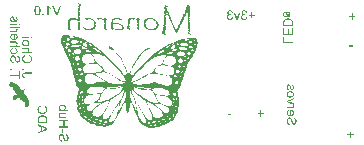
<source format=gbo>
G04 Layer_Color=32896*
%FSLAX25Y25*%
%MOIN*%
G70*
G01*
G75*
G36*
X78871Y43701D02*
X78496D01*
X77614Y46020D01*
X78021D01*
X78533Y44602D01*
X78566Y44509D01*
X78598Y44426D01*
X78621Y44348D01*
X78644Y44287D01*
X78658Y44232D01*
X78672Y44195D01*
X78677Y44172D01*
X78681Y44163D01*
X78709Y44251D01*
X78732Y44338D01*
X78760Y44417D01*
X78783Y44486D01*
X78801Y44546D01*
X78815Y44592D01*
X78820Y44606D01*
X78825Y44620D01*
X78829Y44625D01*
Y44629D01*
X79328Y46020D01*
X79744D01*
X78871Y43701D01*
D02*
G37*
G36*
X94853Y46478D02*
X94918Y46469D01*
X94974Y46450D01*
X95024Y46436D01*
X95066Y46418D01*
X95094Y46399D01*
X95112Y46390D01*
X95117Y46385D01*
X95163Y46349D01*
X95205Y46307D01*
X95241Y46265D01*
X95269Y46224D01*
X95292Y46182D01*
X95306Y46154D01*
X95315Y46136D01*
X95320Y46127D01*
X95334Y46094D01*
X95348Y46057D01*
X95380Y45970D01*
X95412Y45873D01*
X95440Y45776D01*
X95468Y45688D01*
X95477Y45646D01*
X95486Y45614D01*
X95496Y45586D01*
X95500Y45563D01*
X95505Y45549D01*
Y45545D01*
X95519Y45494D01*
X95533Y45448D01*
X95542Y45406D01*
X95556Y45369D01*
X95569Y45309D01*
X95583Y45263D01*
X95597Y45230D01*
X95602Y45212D01*
X95606Y45203D01*
Y45198D01*
X95625Y45161D01*
X95639Y45129D01*
X95657Y45101D01*
X95671Y45083D01*
X95685Y45064D01*
X95699Y45055D01*
X95704Y45050D01*
X95708Y45046D01*
X95754Y45018D01*
X95801Y45004D01*
X95819D01*
X95833Y44999D01*
X95847D01*
X95888Y45004D01*
X95930Y45018D01*
X95967Y45036D01*
X95995Y45059D01*
X96022Y45078D01*
X96041Y45096D01*
X96050Y45110D01*
X96055Y45115D01*
X96087Y45166D01*
X96110Y45226D01*
X96124Y45290D01*
X96138Y45351D01*
X96142Y45411D01*
X96147Y45457D01*
Y45475D01*
Y45489D01*
Y45498D01*
Y45503D01*
X96142Y45581D01*
X96133Y45656D01*
X96115Y45715D01*
X96096Y45762D01*
X96078Y45803D01*
X96059Y45831D01*
X96050Y45849D01*
X96045Y45854D01*
X96004Y45900D01*
X95958Y45933D01*
X95911Y45960D01*
X95870Y45983D01*
X95828Y45997D01*
X95796Y46007D01*
X95777Y46011D01*
X95768D01*
X95819Y46395D01*
X95898Y46376D01*
X95967Y46358D01*
X96027Y46335D01*
X96082Y46312D01*
X96119Y46288D01*
X96152Y46270D01*
X96170Y46261D01*
X96175Y46256D01*
X96221Y46215D01*
X96263Y46168D01*
X96299Y46117D01*
X96332Y46067D01*
X96355Y46020D01*
X96373Y45983D01*
X96383Y45960D01*
X96387Y45956D01*
Y45951D01*
X96415Y45873D01*
X96434Y45789D01*
X96452Y45711D01*
X96461Y45637D01*
X96466Y45568D01*
X96470Y45517D01*
Y45498D01*
Y45485D01*
Y45475D01*
Y45471D01*
Y45406D01*
X96461Y45341D01*
X96457Y45286D01*
X96447Y45235D01*
X96438Y45193D01*
X96429Y45161D01*
X96424Y45143D01*
X96420Y45133D01*
X96401Y45078D01*
X96383Y45027D01*
X96364Y44986D01*
X96346Y44949D01*
X96332Y44921D01*
X96318Y44902D01*
X96313Y44888D01*
X96309Y44884D01*
X96276Y44838D01*
X96239Y44801D01*
X96198Y44768D01*
X96166Y44741D01*
X96133Y44718D01*
X96110Y44704D01*
X96092Y44695D01*
X96087Y44690D01*
X96036Y44667D01*
X95990Y44648D01*
X95939Y44639D01*
X95898Y44630D01*
X95856Y44625D01*
X95828Y44621D01*
X95801D01*
X95736Y44625D01*
X95680Y44634D01*
X95625Y44648D01*
X95579Y44662D01*
X95542Y44676D01*
X95509Y44690D01*
X95491Y44699D01*
X95486Y44704D01*
X95436Y44741D01*
X95394Y44782D01*
X95357Y44824D01*
X95325Y44865D01*
X95302Y44902D01*
X95283Y44930D01*
X95274Y44949D01*
X95269Y44958D01*
X95255Y44990D01*
X95237Y45032D01*
X95205Y45124D01*
X95177Y45221D01*
X95144Y45323D01*
X95121Y45411D01*
X95108Y45452D01*
X95098Y45489D01*
X95089Y45517D01*
X95084Y45540D01*
X95080Y45554D01*
Y45558D01*
X95066Y45619D01*
X95052Y45669D01*
X95038Y45715D01*
X95024Y45757D01*
X95015Y45794D01*
X95001Y45826D01*
X94983Y45882D01*
X94969Y45919D01*
X94955Y45942D01*
X94950Y45956D01*
X94946Y45960D01*
X94918Y46002D01*
X94881Y46030D01*
X94849Y46053D01*
X94816Y46067D01*
X94784Y46076D01*
X94761Y46080D01*
X94738D01*
X94683Y46076D01*
X94636Y46062D01*
X94590Y46039D01*
X94553Y46016D01*
X94521Y45988D01*
X94498Y45970D01*
X94484Y45951D01*
X94479Y45946D01*
X94442Y45891D01*
X94419Y45831D01*
X94401Y45762D01*
X94387Y45697D01*
X94378Y45637D01*
X94373Y45591D01*
Y45572D01*
Y45558D01*
Y45549D01*
Y45545D01*
X94378Y45448D01*
X94391Y45364D01*
X94410Y45295D01*
X94433Y45235D01*
X94456Y45189D01*
X94475Y45152D01*
X94489Y45133D01*
X94493Y45124D01*
X94544Y45073D01*
X94604Y45032D01*
X94664Y45004D01*
X94719Y44981D01*
X94770Y44962D01*
X94816Y44953D01*
X94844Y44944D01*
X94853D01*
X94793Y44556D01*
X94664Y44588D01*
X94548Y44630D01*
X94456Y44681D01*
X94378Y44732D01*
X94313Y44778D01*
X94271Y44819D01*
X94244Y44847D01*
X94239Y44852D01*
X94234Y44856D01*
X94202Y44902D01*
X94174Y44953D01*
X94128Y45064D01*
X94096Y45180D01*
X94073Y45290D01*
X94063Y45341D01*
X94059Y45388D01*
X94054Y45434D01*
Y45471D01*
X94050Y45503D01*
Y45526D01*
Y45540D01*
Y45545D01*
X94054Y45646D01*
X94063Y45734D01*
X94077Y45817D01*
X94096Y45891D01*
X94114Y45951D01*
X94128Y45997D01*
X94137Y46025D01*
X94142Y46030D01*
Y46034D01*
X94183Y46113D01*
X94225Y46178D01*
X94271Y46233D01*
X94313Y46284D01*
X94350Y46321D01*
X94382Y46344D01*
X94401Y46362D01*
X94410Y46367D01*
X94475Y46404D01*
X94544Y46432D01*
X94604Y46455D01*
X94659Y46469D01*
X94710Y46478D01*
X94747Y46483D01*
X94779D01*
X94853Y46478D01*
D02*
G37*
G36*
X95870Y44177D02*
X96013Y44163D01*
X96142Y44140D01*
X96202Y44131D01*
X96253Y44117D01*
X96304Y44103D01*
X96346Y44094D01*
X96383Y44085D01*
X96415Y44071D01*
X96443Y44066D01*
X96461Y44057D01*
X96470Y44052D01*
X96475D01*
X96595Y44001D01*
X96701Y43941D01*
X96794Y43877D01*
X96872Y43817D01*
X96937Y43761D01*
X96983Y43715D01*
X96997Y43697D01*
X97011Y43683D01*
X97016Y43678D01*
X97020Y43674D01*
X97080Y43600D01*
X97127Y43521D01*
X97168Y43442D01*
X97200Y43369D01*
X97224Y43304D01*
X97237Y43253D01*
X97247Y43235D01*
Y43221D01*
X97251Y43211D01*
Y43207D01*
X97265Y43128D01*
X97279Y43036D01*
X97288Y42944D01*
X97293Y42851D01*
X97297Y42768D01*
Y42731D01*
Y42699D01*
Y42676D01*
Y42657D01*
Y42643D01*
Y42639D01*
Y41539D01*
X94100D01*
Y42689D01*
X94105Y42796D01*
X94110Y42893D01*
X94119Y42981D01*
X94128Y43054D01*
X94137Y43119D01*
X94142Y43165D01*
X94147Y43179D01*
X94151Y43193D01*
Y43198D01*
Y43202D01*
X94174Y43285D01*
X94202Y43359D01*
X94225Y43424D01*
X94253Y43479D01*
X94276Y43526D01*
X94294Y43558D01*
X94308Y43576D01*
X94313Y43586D01*
X94354Y43646D01*
X94405Y43697D01*
X94451Y43747D01*
X94498Y43789D01*
X94539Y43826D01*
X94572Y43854D01*
X94595Y43872D01*
X94604Y43877D01*
X94678Y43923D01*
X94756Y43969D01*
X94830Y44006D01*
X94904Y44034D01*
X94969Y44062D01*
X95020Y44080D01*
X95038Y44085D01*
X95052Y44089D01*
X95061Y44094D01*
X95066D01*
X95177Y44122D01*
X95288Y44145D01*
X95394Y44159D01*
X95496Y44172D01*
X95583Y44177D01*
X95620D01*
X95653Y44182D01*
X95713D01*
X95870Y44177D01*
D02*
G37*
G36*
X83777Y45461D02*
X84646D01*
Y45096D01*
X83777D01*
Y44218D01*
X83407D01*
Y45096D01*
X82539D01*
Y45461D01*
X83407D01*
Y46330D01*
X83777D01*
Y45461D01*
D02*
G37*
G36*
X15402Y7587D02*
Y7125D01*
X12205Y5906D01*
Y6354D01*
X13175Y6700D01*
Y8040D01*
X12205Y8414D01*
Y8895D01*
X15402Y7587D01*
D02*
G37*
G36*
X81227Y46902D02*
X81352Y46879D01*
X81458Y46842D01*
X81550Y46805D01*
X81592Y46782D01*
X81624Y46764D01*
X81656Y46745D01*
X81680Y46727D01*
X81698Y46713D01*
X81712Y46704D01*
X81721Y46699D01*
X81726Y46694D01*
X81814Y46607D01*
X81883Y46510D01*
X81938Y46408D01*
X81985Y46306D01*
X82012Y46219D01*
X82026Y46182D01*
X82035Y46149D01*
X82040Y46122D01*
X82045Y46103D01*
X82049Y46089D01*
Y46085D01*
X81656Y46015D01*
X81638Y46117D01*
X81610Y46205D01*
X81578Y46279D01*
X81546Y46339D01*
X81513Y46385D01*
X81486Y46417D01*
X81467Y46440D01*
X81463Y46445D01*
X81402Y46491D01*
X81338Y46528D01*
X81278Y46551D01*
X81218Y46570D01*
X81162Y46579D01*
X81121Y46588D01*
X81084D01*
X81001Y46584D01*
X80927Y46565D01*
X80862Y46542D01*
X80806Y46519D01*
X80765Y46491D01*
X80733Y46468D01*
X80709Y46450D01*
X80705Y46445D01*
X80654Y46390D01*
X80617Y46330D01*
X80594Y46270D01*
X80576Y46214D01*
X80566Y46163D01*
X80557Y46126D01*
Y46099D01*
Y46094D01*
Y46089D01*
Y46038D01*
X80566Y45992D01*
X80589Y45914D01*
X80622Y45845D01*
X80659Y45784D01*
X80696Y45743D01*
X80728Y45711D01*
X80751Y45692D01*
X80756Y45687D01*
X80760D01*
X80839Y45646D01*
X80913Y45614D01*
X80991Y45590D01*
X81061Y45577D01*
X81121Y45567D01*
X81171Y45558D01*
X81231D01*
X81250Y45563D01*
X81273D01*
X81319Y45216D01*
X81259Y45230D01*
X81204Y45239D01*
X81158Y45248D01*
X81116Y45253D01*
X81084Y45258D01*
X81042D01*
X80945Y45248D01*
X80857Y45230D01*
X80779Y45202D01*
X80714Y45170D01*
X80663Y45138D01*
X80626Y45110D01*
X80603Y45091D01*
X80594Y45082D01*
X80534Y45013D01*
X80488Y44939D01*
X80455Y44865D01*
X80437Y44791D01*
X80423Y44731D01*
X80418Y44680D01*
X80414Y44662D01*
Y44648D01*
Y44639D01*
Y44634D01*
X80423Y44532D01*
X80446Y44440D01*
X80474Y44361D01*
X80511Y44292D01*
X80548Y44237D01*
X80576Y44195D01*
X80599Y44167D01*
X80608Y44158D01*
X80682Y44093D01*
X80760Y44047D01*
X80839Y44015D01*
X80913Y43992D01*
X80977Y43978D01*
X81028Y43973D01*
X81047Y43969D01*
X81074D01*
X81158Y43973D01*
X81236Y43992D01*
X81305Y44015D01*
X81361Y44043D01*
X81407Y44066D01*
X81444Y44089D01*
X81463Y44107D01*
X81472Y44112D01*
X81527Y44177D01*
X81573Y44251D01*
X81615Y44329D01*
X81647Y44412D01*
X81670Y44482D01*
X81680Y44514D01*
X81684Y44542D01*
X81689Y44565D01*
X81694Y44583D01*
X81698Y44592D01*
Y44597D01*
X82091Y44546D01*
X82082Y44472D01*
X82068Y44403D01*
X82026Y44274D01*
X81975Y44163D01*
X81948Y44117D01*
X81920Y44070D01*
X81892Y44029D01*
X81864Y43997D01*
X81841Y43964D01*
X81818Y43941D01*
X81804Y43923D01*
X81791Y43909D01*
X81781Y43900D01*
X81777Y43895D01*
X81721Y43853D01*
X81666Y43812D01*
X81610Y43779D01*
X81550Y43752D01*
X81435Y43705D01*
X81324Y43678D01*
X81273Y43668D01*
X81227Y43659D01*
X81185Y43655D01*
X81148Y43650D01*
X81121Y43645D01*
X81079D01*
X80991Y43650D01*
X80913Y43659D01*
X80834Y43673D01*
X80760Y43692D01*
X80691Y43715D01*
X80631Y43738D01*
X80571Y43766D01*
X80520Y43793D01*
X80469Y43816D01*
X80428Y43844D01*
X80391Y43867D01*
X80363Y43890D01*
X80340Y43909D01*
X80321Y43923D01*
X80312Y43932D01*
X80308Y43936D01*
X80252Y43992D01*
X80206Y44052D01*
X80164Y44112D01*
X80127Y44172D01*
X80100Y44227D01*
X80072Y44287D01*
X80035Y44398D01*
X80026Y44449D01*
X80016Y44495D01*
X80007Y44537D01*
X80003Y44574D01*
X79998Y44602D01*
Y44625D01*
Y44639D01*
Y44643D01*
X80003Y44754D01*
X80021Y44856D01*
X80049Y44944D01*
X80076Y45017D01*
X80104Y45078D01*
X80132Y45124D01*
X80150Y45151D01*
X80155Y45161D01*
X80220Y45230D01*
X80289Y45290D01*
X80363Y45336D01*
X80437Y45373D01*
X80502Y45401D01*
X80552Y45419D01*
X80571Y45424D01*
X80585Y45429D01*
X80594Y45433D01*
X80599D01*
X80520Y45475D01*
X80455Y45516D01*
X80400Y45563D01*
X80354Y45604D01*
X80317Y45641D01*
X80289Y45673D01*
X80275Y45692D01*
X80270Y45701D01*
X80234Y45766D01*
X80206Y45831D01*
X80183Y45895D01*
X80169Y45955D01*
X80160Y46006D01*
X80155Y46043D01*
Y46071D01*
Y46080D01*
X80160Y46159D01*
X80173Y46237D01*
X80192Y46306D01*
X80215Y46367D01*
X80238Y46417D01*
X80257Y46459D01*
X80270Y46482D01*
X80275Y46491D01*
X80321Y46561D01*
X80377Y46621D01*
X80432Y46671D01*
X80488Y46718D01*
X80534Y46750D01*
X80576Y46778D01*
X80603Y46792D01*
X80608Y46796D01*
X80612D01*
X80696Y46833D01*
X80779Y46861D01*
X80862Y46884D01*
X80936Y46898D01*
X80996Y46907D01*
X81047Y46912D01*
X81162D01*
X81227Y46902D01*
D02*
G37*
G36*
X76505D02*
X76630Y46879D01*
X76736Y46842D01*
X76829Y46805D01*
X76870Y46782D01*
X76903Y46764D01*
X76935Y46745D01*
X76958Y46727D01*
X76977Y46713D01*
X76990Y46704D01*
X77000Y46699D01*
X77004Y46694D01*
X77092Y46607D01*
X77161Y46510D01*
X77217Y46408D01*
X77263Y46306D01*
X77291Y46219D01*
X77305Y46182D01*
X77314Y46149D01*
X77318Y46122D01*
X77323Y46103D01*
X77328Y46089D01*
Y46085D01*
X76935Y46015D01*
X76916Y46117D01*
X76889Y46205D01*
X76856Y46279D01*
X76824Y46339D01*
X76792Y46385D01*
X76764Y46417D01*
X76745Y46440D01*
X76741Y46445D01*
X76681Y46491D01*
X76616Y46528D01*
X76556Y46551D01*
X76496Y46570D01*
X76441Y46579D01*
X76399Y46588D01*
X76362D01*
X76279Y46584D01*
X76205Y46565D01*
X76140Y46542D01*
X76085Y46519D01*
X76043Y46491D01*
X76011Y46468D01*
X75988Y46450D01*
X75983Y46445D01*
X75932Y46390D01*
X75895Y46330D01*
X75872Y46270D01*
X75854Y46214D01*
X75845Y46163D01*
X75835Y46126D01*
Y46099D01*
Y46094D01*
Y46089D01*
Y46038D01*
X75845Y45992D01*
X75868Y45914D01*
X75900Y45845D01*
X75937Y45784D01*
X75974Y45743D01*
X76006Y45711D01*
X76029Y45692D01*
X76034Y45687D01*
X76039D01*
X76117Y45646D01*
X76191Y45614D01*
X76270Y45590D01*
X76339Y45577D01*
X76399Y45567D01*
X76450Y45558D01*
X76510D01*
X76528Y45563D01*
X76551D01*
X76598Y45216D01*
X76538Y45230D01*
X76482Y45239D01*
X76436Y45248D01*
X76394Y45253D01*
X76362Y45258D01*
X76320D01*
X76223Y45248D01*
X76136Y45230D01*
X76057Y45202D01*
X75992Y45170D01*
X75942Y45138D01*
X75905Y45110D01*
X75881Y45091D01*
X75872Y45082D01*
X75812Y45013D01*
X75766Y44939D01*
X75734Y44865D01*
X75715Y44791D01*
X75701Y44731D01*
X75697Y44680D01*
X75692Y44662D01*
Y44648D01*
Y44639D01*
Y44634D01*
X75701Y44532D01*
X75725Y44440D01*
X75752Y44361D01*
X75789Y44292D01*
X75826Y44237D01*
X75854Y44195D01*
X75877Y44167D01*
X75886Y44158D01*
X75960Y44093D01*
X76039Y44047D01*
X76117Y44015D01*
X76191Y43992D01*
X76256Y43978D01*
X76307Y43973D01*
X76325Y43969D01*
X76353D01*
X76436Y43973D01*
X76515Y43992D01*
X76584Y44015D01*
X76639Y44043D01*
X76685Y44066D01*
X76722Y44089D01*
X76741Y44107D01*
X76750Y44112D01*
X76806Y44177D01*
X76852Y44251D01*
X76893Y44329D01*
X76926Y44412D01*
X76949Y44482D01*
X76958Y44514D01*
X76963Y44542D01*
X76967Y44565D01*
X76972Y44583D01*
X76977Y44592D01*
Y44597D01*
X77369Y44546D01*
X77360Y44472D01*
X77346Y44403D01*
X77305Y44274D01*
X77254Y44163D01*
X77226Y44117D01*
X77198Y44070D01*
X77170Y44029D01*
X77143Y43997D01*
X77120Y43964D01*
X77097Y43941D01*
X77083Y43923D01*
X77069Y43909D01*
X77060Y43900D01*
X77055Y43895D01*
X77000Y43853D01*
X76944Y43812D01*
X76889Y43779D01*
X76829Y43752D01*
X76713Y43705D01*
X76602Y43678D01*
X76551Y43668D01*
X76505Y43659D01*
X76464Y43655D01*
X76427Y43650D01*
X76399Y43645D01*
X76357D01*
X76270Y43650D01*
X76191Y43659D01*
X76113Y43673D01*
X76039Y43692D01*
X75969Y43715D01*
X75909Y43738D01*
X75849Y43766D01*
X75798Y43793D01*
X75748Y43816D01*
X75706Y43844D01*
X75669Y43867D01*
X75641Y43890D01*
X75618Y43909D01*
X75600Y43923D01*
X75590Y43932D01*
X75586Y43936D01*
X75530Y43992D01*
X75484Y44052D01*
X75443Y44112D01*
X75406Y44172D01*
X75378Y44227D01*
X75350Y44287D01*
X75313Y44398D01*
X75304Y44449D01*
X75295Y44495D01*
X75286Y44537D01*
X75281Y44574D01*
X75276Y44602D01*
Y44625D01*
Y44639D01*
Y44643D01*
X75281Y44754D01*
X75299Y44856D01*
X75327Y44944D01*
X75355Y45017D01*
X75383Y45078D01*
X75410Y45124D01*
X75429Y45151D01*
X75433Y45161D01*
X75498Y45230D01*
X75567Y45290D01*
X75641Y45336D01*
X75715Y45373D01*
X75780Y45401D01*
X75831Y45419D01*
X75849Y45424D01*
X75863Y45429D01*
X75872Y45433D01*
X75877D01*
X75798Y45475D01*
X75734Y45516D01*
X75678Y45563D01*
X75632Y45604D01*
X75595Y45641D01*
X75567Y45673D01*
X75554Y45692D01*
X75549Y45701D01*
X75512Y45766D01*
X75484Y45831D01*
X75461Y45895D01*
X75447Y45955D01*
X75438Y46006D01*
X75433Y46043D01*
Y46071D01*
Y46080D01*
X75438Y46159D01*
X75452Y46237D01*
X75470Y46306D01*
X75493Y46367D01*
X75516Y46417D01*
X75535Y46459D01*
X75549Y46482D01*
X75554Y46491D01*
X75600Y46561D01*
X75655Y46621D01*
X75711Y46671D01*
X75766Y46718D01*
X75812Y46750D01*
X75854Y46778D01*
X75881Y46792D01*
X75886Y46796D01*
X75891D01*
X75974Y46833D01*
X76057Y46861D01*
X76140Y46884D01*
X76214Y46898D01*
X76274Y46907D01*
X76325Y46912D01*
X76441D01*
X76505Y46902D01*
D02*
G37*
G36*
X94479Y38989D02*
X95565D01*
Y40758D01*
X95944D01*
Y38989D01*
X96919D01*
Y40878D01*
X97297D01*
Y38564D01*
X94100D01*
Y40952D01*
X94479D01*
Y38989D01*
D02*
G37*
G36*
X96569Y19962D02*
X96662Y19953D01*
X96749Y19939D01*
X96833Y19920D01*
X96911Y19897D01*
X96980Y19870D01*
X97050Y19842D01*
X97105Y19814D01*
X97156Y19786D01*
X97202Y19759D01*
X97244Y19731D01*
X97276Y19708D01*
X97299Y19689D01*
X97318Y19676D01*
X97327Y19666D01*
X97332Y19662D01*
X97387Y19602D01*
X97433Y19542D01*
X97479Y19477D01*
X97512Y19412D01*
X97544Y19347D01*
X97567Y19283D01*
X97609Y19158D01*
X97618Y19098D01*
X97627Y19047D01*
X97636Y19001D01*
X97641Y18959D01*
X97646Y18927D01*
Y18904D01*
Y18886D01*
Y18881D01*
X97641Y18802D01*
X97636Y18728D01*
X97604Y18585D01*
X97562Y18460D01*
X97539Y18405D01*
X97516Y18354D01*
X97493Y18308D01*
X97470Y18271D01*
X97447Y18234D01*
X97429Y18206D01*
X97410Y18183D01*
X97396Y18165D01*
X97391Y18156D01*
X97387Y18151D01*
X97327Y18086D01*
X97258Y18035D01*
X97184Y17985D01*
X97110Y17948D01*
X97031Y17911D01*
X96948Y17883D01*
X96869Y17860D01*
X96796Y17841D01*
X96722Y17823D01*
X96657Y17814D01*
X96592Y17804D01*
X96542Y17800D01*
X96495D01*
X96463Y17795D01*
X96435D01*
X96329Y17800D01*
X96227Y17809D01*
X96135Y17823D01*
X96047Y17841D01*
X95969Y17864D01*
X95895Y17888D01*
X95825Y17915D01*
X95765Y17943D01*
X95710Y17971D01*
X95664Y17998D01*
X95627Y18022D01*
X95594Y18045D01*
X95567Y18063D01*
X95548Y18077D01*
X95539Y18086D01*
X95534Y18091D01*
X95479Y18151D01*
X95433Y18211D01*
X95391Y18276D01*
X95354Y18340D01*
X95326Y18405D01*
X95299Y18474D01*
X95262Y18599D01*
X95253Y18654D01*
X95243Y18710D01*
X95234Y18756D01*
X95229Y18798D01*
X95225Y18835D01*
Y18858D01*
Y18876D01*
Y18881D01*
X95229Y18992D01*
X95248Y19093D01*
X95271Y19190D01*
X95294Y19269D01*
X95322Y19338D01*
X95331Y19366D01*
X95340Y19389D01*
X95350Y19412D01*
X95359Y19426D01*
X95363Y19431D01*
Y19435D01*
X95423Y19528D01*
X95488Y19606D01*
X95553Y19676D01*
X95618Y19731D01*
X95673Y19772D01*
X95719Y19805D01*
X95738Y19814D01*
X95751Y19823D01*
X95756Y19828D01*
X95761D01*
X95867Y19874D01*
X95982Y19906D01*
X96098Y19934D01*
X96214Y19948D01*
X96264Y19957D01*
X96311D01*
X96357Y19962D01*
X96394Y19967D01*
X96468D01*
X96569Y19962D01*
D02*
G37*
G36*
X97595Y17185D02*
X96176Y16672D01*
X96084Y16640D01*
X96001Y16608D01*
X95922Y16585D01*
X95862Y16562D01*
X95807Y16548D01*
X95770Y16534D01*
X95747Y16529D01*
X95738Y16525D01*
X95825Y16497D01*
X95913Y16474D01*
X95992Y16446D01*
X96061Y16423D01*
X96121Y16405D01*
X96167Y16391D01*
X96181Y16386D01*
X96195Y16381D01*
X96200Y16377D01*
X96204D01*
X97595Y15878D01*
Y15462D01*
X95276Y16335D01*
Y16710D01*
X97595Y17592D01*
Y17185D01*
D02*
G37*
G36*
X97558Y15393D02*
X97590Y15319D01*
X97613Y15254D01*
X97632Y15194D01*
X97641Y15143D01*
X97646Y15102D01*
Y15079D01*
Y15069D01*
X97641Y15019D01*
X97632Y14972D01*
X97618Y14926D01*
X97604Y14889D01*
X97590Y14862D01*
X97576Y14834D01*
X97567Y14820D01*
X97562Y14815D01*
X97526Y14774D01*
X97479Y14732D01*
X97424Y14691D01*
X97373Y14654D01*
X97322Y14617D01*
X97281Y14593D01*
X97248Y14575D01*
X97244Y14570D01*
X97595D01*
Y14215D01*
X95276D01*
Y14607D01*
X96486D01*
X96578Y14612D01*
X96662Y14617D01*
X96740Y14626D01*
X96809Y14640D01*
X96865Y14654D01*
X96906Y14663D01*
X96934Y14667D01*
X96943Y14672D01*
X96994Y14691D01*
X97036Y14714D01*
X97073Y14737D01*
X97105Y14760D01*
X97128Y14783D01*
X97147Y14797D01*
X97156Y14811D01*
X97161Y14815D01*
X97188Y14852D01*
X97207Y14894D01*
X97221Y14935D01*
X97230Y14968D01*
X97234Y15000D01*
X97239Y15023D01*
Y15042D01*
Y15046D01*
X97234Y15097D01*
X97225Y15148D01*
X97211Y15199D01*
X97198Y15240D01*
X97184Y15277D01*
X97170Y15305D01*
X97161Y15324D01*
X97156Y15328D01*
X97516Y15471D01*
X97558Y15393D01*
D02*
G37*
G36*
X96029Y22193D02*
X96093Y22184D01*
X96149Y22166D01*
X96200Y22152D01*
X96241Y22133D01*
X96269Y22115D01*
X96287Y22106D01*
X96292Y22101D01*
X96338Y22064D01*
X96380Y22023D01*
X96417Y21981D01*
X96444Y21939D01*
X96468Y21898D01*
X96481Y21870D01*
X96491Y21851D01*
X96495Y21842D01*
X96509Y21810D01*
X96523Y21773D01*
X96555Y21685D01*
X96588Y21588D01*
X96615Y21491D01*
X96643Y21403D01*
X96652Y21362D01*
X96662Y21329D01*
X96671Y21302D01*
X96675Y21279D01*
X96680Y21265D01*
Y21260D01*
X96694Y21209D01*
X96708Y21163D01*
X96717Y21122D01*
X96731Y21085D01*
X96745Y21024D01*
X96759Y20978D01*
X96772Y20946D01*
X96777Y20928D01*
X96782Y20918D01*
Y20914D01*
X96800Y20877D01*
X96814Y20844D01*
X96833Y20817D01*
X96846Y20798D01*
X96860Y20780D01*
X96874Y20770D01*
X96879Y20766D01*
X96883Y20761D01*
X96930Y20733D01*
X96976Y20720D01*
X96994D01*
X97008Y20715D01*
X97022D01*
X97063Y20720D01*
X97105Y20733D01*
X97142Y20752D01*
X97170Y20775D01*
X97198Y20794D01*
X97216Y20812D01*
X97225Y20826D01*
X97230Y20831D01*
X97262Y20881D01*
X97285Y20941D01*
X97299Y21006D01*
X97313Y21066D01*
X97318Y21126D01*
X97322Y21172D01*
Y21191D01*
Y21205D01*
Y21214D01*
Y21219D01*
X97318Y21297D01*
X97308Y21371D01*
X97290Y21431D01*
X97271Y21477D01*
X97253Y21519D01*
X97234Y21547D01*
X97225Y21565D01*
X97221Y21570D01*
X97179Y21616D01*
X97133Y21648D01*
X97087Y21676D01*
X97045Y21699D01*
X97004Y21713D01*
X96971Y21722D01*
X96953Y21727D01*
X96943D01*
X96994Y22110D01*
X97073Y22092D01*
X97142Y22073D01*
X97202Y22050D01*
X97258Y22027D01*
X97294Y22004D01*
X97327Y21985D01*
X97345Y21976D01*
X97350Y21972D01*
X97396Y21930D01*
X97438Y21884D01*
X97475Y21833D01*
X97507Y21782D01*
X97530Y21736D01*
X97549Y21699D01*
X97558Y21676D01*
X97562Y21671D01*
Y21667D01*
X97590Y21588D01*
X97609Y21505D01*
X97627Y21427D01*
X97636Y21353D01*
X97641Y21283D01*
X97646Y21232D01*
Y21214D01*
Y21200D01*
Y21191D01*
Y21186D01*
Y21122D01*
X97636Y21057D01*
X97632Y21001D01*
X97623Y20951D01*
X97613Y20909D01*
X97604Y20877D01*
X97600Y20858D01*
X97595Y20849D01*
X97576Y20794D01*
X97558Y20743D01*
X97539Y20701D01*
X97521Y20664D01*
X97507Y20637D01*
X97493Y20618D01*
X97489Y20604D01*
X97484Y20599D01*
X97452Y20553D01*
X97415Y20516D01*
X97373Y20484D01*
X97341Y20456D01*
X97308Y20433D01*
X97285Y20419D01*
X97267Y20410D01*
X97262Y20405D01*
X97211Y20382D01*
X97165Y20364D01*
X97114Y20355D01*
X97073Y20345D01*
X97031Y20341D01*
X97004Y20336D01*
X96976D01*
X96911Y20341D01*
X96856Y20350D01*
X96800Y20364D01*
X96754Y20378D01*
X96717Y20392D01*
X96685Y20405D01*
X96666Y20415D01*
X96662Y20419D01*
X96611Y20456D01*
X96569Y20498D01*
X96532Y20539D01*
X96500Y20581D01*
X96477Y20618D01*
X96458Y20646D01*
X96449Y20664D01*
X96444Y20673D01*
X96431Y20706D01*
X96412Y20747D01*
X96380Y20840D01*
X96352Y20937D01*
X96320Y21038D01*
X96297Y21126D01*
X96283Y21168D01*
X96273Y21205D01*
X96264Y21232D01*
X96260Y21256D01*
X96255Y21269D01*
Y21274D01*
X96241Y21334D01*
X96227Y21385D01*
X96214Y21431D01*
X96200Y21473D01*
X96190Y21510D01*
X96176Y21542D01*
X96158Y21597D01*
X96144Y21634D01*
X96130Y21657D01*
X96126Y21671D01*
X96121Y21676D01*
X96093Y21718D01*
X96056Y21745D01*
X96024Y21768D01*
X95992Y21782D01*
X95959Y21791D01*
X95936Y21796D01*
X95913D01*
X95858Y21791D01*
X95811Y21778D01*
X95765Y21755D01*
X95728Y21731D01*
X95696Y21704D01*
X95673Y21685D01*
X95659Y21667D01*
X95654Y21662D01*
X95618Y21607D01*
X95594Y21547D01*
X95576Y21477D01*
X95562Y21413D01*
X95553Y21353D01*
X95548Y21306D01*
Y21288D01*
Y21274D01*
Y21265D01*
Y21260D01*
X95553Y21163D01*
X95567Y21080D01*
X95585Y21011D01*
X95608Y20951D01*
X95631Y20904D01*
X95650Y20867D01*
X95664Y20849D01*
X95668Y20840D01*
X95719Y20789D01*
X95779Y20747D01*
X95839Y20720D01*
X95895Y20696D01*
X95946Y20678D01*
X95992Y20669D01*
X96019Y20660D01*
X96029D01*
X95969Y20271D01*
X95839Y20304D01*
X95724Y20345D01*
X95631Y20396D01*
X95553Y20447D01*
X95488Y20493D01*
X95446Y20535D01*
X95419Y20562D01*
X95414Y20567D01*
X95410Y20572D01*
X95377Y20618D01*
X95350Y20669D01*
X95303Y20780D01*
X95271Y20895D01*
X95248Y21006D01*
X95239Y21057D01*
X95234Y21103D01*
X95229Y21149D01*
Y21186D01*
X95225Y21219D01*
Y21242D01*
Y21256D01*
Y21260D01*
X95229Y21362D01*
X95239Y21450D01*
X95253Y21533D01*
X95271Y21607D01*
X95289Y21667D01*
X95303Y21713D01*
X95312Y21741D01*
X95317Y21745D01*
Y21750D01*
X95359Y21828D01*
X95400Y21893D01*
X95446Y21948D01*
X95488Y21999D01*
X95525Y22036D01*
X95557Y22059D01*
X95576Y22078D01*
X95585Y22083D01*
X95650Y22119D01*
X95719Y22147D01*
X95779Y22170D01*
X95835Y22184D01*
X95885Y22193D01*
X95922Y22198D01*
X95955D01*
X96029Y22193D01*
D02*
G37*
G36*
X94479Y36480D02*
X97297D01*
Y36055D01*
X94100D01*
Y38056D01*
X94479D01*
Y36480D01*
D02*
G37*
G36*
X117242Y45067D02*
X118110D01*
Y44702D01*
X117242D01*
Y43824D01*
X116872D01*
Y44702D01*
X116004D01*
Y45067D01*
X116872D01*
Y45936D01*
X117242D01*
Y45067D01*
D02*
G37*
G36*
X117323Y34819D02*
X116108D01*
Y35212D01*
X117323D01*
Y34819D01*
D02*
G37*
G36*
X32992Y44417D02*
X33071Y44386D01*
X33134Y44370D01*
X33181Y44354D01*
X33228Y44339D01*
X33259D01*
X33322Y44354D01*
X33354Y44370D01*
X33370D01*
X33401Y44354D01*
X33433Y44339D01*
X33480Y44323D01*
X33496Y44307D01*
X33637Y44244D01*
X33858Y44102D01*
X34078Y44024D01*
X34204Y43961D01*
X34283Y43929D01*
X34345Y43898D01*
X34361D01*
X34393Y43945D01*
X34409Y43977D01*
X34424Y44008D01*
X34409Y44071D01*
Y44087D01*
Y44102D01*
X34456Y44260D01*
X34471Y44354D01*
X34519Y44386D01*
X34566Y44417D01*
X34629D01*
X34660Y44401D01*
X34755Y44354D01*
X34833Y44291D01*
X34849Y44276D01*
X34865D01*
X35007Y44213D01*
X35085Y44150D01*
X35133Y44134D01*
X35148Y44118D01*
X35211Y44008D01*
X35243Y43961D01*
Y43945D01*
X35180Y43851D01*
X35148Y43788D01*
X35133Y43756D01*
Y43740D01*
Y43630D01*
X35117Y43551D01*
Y43488D01*
Y43441D01*
Y43410D01*
Y43394D01*
X35101Y43363D01*
X35070Y43331D01*
X35038Y43315D01*
X35022Y43300D01*
X35070Y43205D01*
X35085Y43142D01*
X35101Y43095D01*
Y43079D01*
Y43016D01*
Y43001D01*
Y42985D01*
X35085Y42922D01*
Y42906D01*
Y42890D01*
Y42859D01*
Y42717D01*
Y42607D01*
Y42513D01*
Y42450D01*
Y42387D01*
Y42371D01*
X35054Y42340D01*
X35022Y42324D01*
X35007D01*
X34928Y42340D01*
X34896D01*
X34881Y42277D01*
Y42261D01*
Y42229D01*
X34912Y42198D01*
X34975Y42135D01*
X35038Y42103D01*
X35054Y42088D01*
X35070D01*
Y41993D01*
Y41899D01*
X35085Y41836D01*
Y41820D01*
Y41804D01*
X35070Y41678D01*
X35054Y41600D01*
Y41568D01*
Y41552D01*
Y41474D01*
Y41442D01*
Y41427D01*
X35007Y41348D01*
X34991Y41301D01*
X34975Y41269D01*
Y41254D01*
Y41206D01*
X34991Y41190D01*
Y41175D01*
X35117Y41128D01*
X35133Y41096D01*
Y41065D01*
Y41049D01*
Y40970D01*
X35117Y40907D01*
Y40876D01*
Y40844D01*
Y40813D01*
Y40766D01*
Y40750D01*
X35148Y40655D01*
X35164Y40592D01*
X35180Y40545D01*
Y40498D01*
X35195Y40466D01*
Y40451D01*
X35180Y40388D01*
X35133Y40356D01*
X35085Y40341D01*
X35070D01*
X35007Y40356D01*
X34991D01*
X34881Y40435D01*
X34818Y40466D01*
X34786Y40482D01*
X34771D01*
X34692Y40498D01*
X34629Y40514D01*
X34550Y40529D01*
X34519Y40545D01*
X34503D01*
X34424Y40608D01*
X34393Y40671D01*
X34377Y40718D01*
Y40734D01*
X34393Y40797D01*
X34409Y40876D01*
X34424Y40939D01*
X34440Y40970D01*
X34519Y40939D01*
X34629Y40954D01*
X34707Y40970D01*
X34771Y40986D01*
X34802Y41002D01*
X34849Y41017D01*
X34833Y41033D01*
X34802D01*
X34707Y41065D01*
X34613Y41080D01*
X34582Y41096D01*
X34566D01*
X34424Y41159D01*
X34409Y41222D01*
X34424Y42166D01*
X34440Y42324D01*
X34534Y42340D01*
X34519Y42418D01*
Y42434D01*
X34534Y42481D01*
X34566Y42544D01*
X34597Y42576D01*
X34613Y42591D01*
X34534Y42670D01*
X34503Y42733D01*
X34487Y42749D01*
Y42764D01*
Y42875D01*
Y42906D01*
Y42922D01*
Y43001D01*
Y43048D01*
Y43079D01*
Y43095D01*
Y43111D01*
Y43221D01*
X34471Y43300D01*
X34409Y43441D01*
X34361Y43504D01*
X34330Y43536D01*
X34157Y43662D01*
X34047Y43756D01*
X33968Y43803D01*
X33952Y43819D01*
X33905Y43803D01*
X33889Y43788D01*
X33858D01*
X33842Y43803D01*
X33763Y43819D01*
X33700Y43835D01*
X33684Y43851D01*
X33669D01*
X33621Y43866D01*
X33480D01*
X33401Y43898D01*
X33338Y43929D01*
X33322Y43977D01*
X33307Y43992D01*
X33212Y43977D01*
X33118Y43961D01*
X33055Y43945D01*
X33039Y43929D01*
X32945Y43898D01*
X32866Y43882D01*
X32835Y43866D01*
X32661D01*
X32567Y43772D01*
X32504Y43725D01*
X32457Y43709D01*
X32441D01*
X32394Y43725D01*
X32331Y43788D01*
X32284Y43835D01*
X32268Y43851D01*
X32126Y43961D01*
X32016Y44039D01*
X31969Y44087D01*
X31953Y44102D01*
X31984Y44197D01*
X32032Y44260D01*
X32063Y44307D01*
X32079Y44323D01*
X32142Y44370D01*
X32189Y44386D01*
X32221Y44401D01*
X32268D01*
X32347Y44354D01*
X32394Y44339D01*
X32410Y44323D01*
X32425D01*
X32457Y44339D01*
X32488D01*
X32551Y44401D01*
X32583Y44433D01*
X32598Y44449D01*
X32630Y44464D01*
X32882D01*
X32992Y44417D01*
D02*
G37*
G36*
X49897D02*
X50054Y44401D01*
X50180Y44370D01*
X50290Y44354D01*
X50353Y44323D01*
X50400Y44307D01*
X50416D01*
X50621Y44228D01*
X50778Y44165D01*
X50888Y44118D01*
X50967Y44087D01*
X51014Y44071D01*
X51030Y44055D01*
X51046D01*
X51140Y43961D01*
X51219Y43898D01*
X51282Y43866D01*
X51297Y43851D01*
X51423Y43803D01*
X51518Y43756D01*
X51581Y43725D01*
X51644Y43693D01*
X51675Y43677D01*
X51691Y43662D01*
X51707Y43646D01*
X51738Y43630D01*
X51754Y43583D01*
X51770Y43551D01*
X51785Y43536D01*
X51833Y43457D01*
X51848Y43410D01*
X51864Y43378D01*
X51943Y43331D01*
X51990Y43284D01*
X52069Y43237D01*
X52100Y43205D01*
X52116Y43189D01*
X52132Y43158D01*
X52163Y43095D01*
X52242Y42953D01*
X52289Y42875D01*
X52321Y42812D01*
X52336Y42764D01*
X52352Y42749D01*
X52415Y42560D01*
X52478Y42434D01*
X52494Y42355D01*
X52509Y42324D01*
X52525Y42261D01*
Y42182D01*
X52541Y42009D01*
Y41946D01*
Y41883D01*
Y41836D01*
Y41820D01*
Y41804D01*
X52462Y41757D01*
X52415Y41710D01*
X52399Y41678D01*
X52384Y41663D01*
X52447Y41600D01*
X52478Y41552D01*
X52494Y41505D01*
Y41490D01*
X52478Y41364D01*
X52431Y41238D01*
X52384Y41159D01*
X52368Y41143D01*
Y41128D01*
X52352Y41096D01*
X52336Y41080D01*
X52273Y41033D01*
X52242Y41017D01*
X52226Y41002D01*
X52210Y40986D01*
X52195Y40954D01*
X52179Y40939D01*
Y40923D01*
Y40891D01*
X52163Y40844D01*
X52148Y40813D01*
Y40797D01*
X52053Y40750D01*
X52006Y40718D01*
X51974Y40687D01*
X51959D01*
X51848Y40624D01*
X51754Y40561D01*
X51691Y40529D01*
X51628Y40498D01*
X51549Y40466D01*
X51534D01*
X51471Y40451D01*
X51423D01*
X51360Y40435D01*
X51329Y40419D01*
X51297Y40404D01*
X51266Y40372D01*
X51235Y40341D01*
X51219Y40325D01*
X51156D01*
X51077Y40309D01*
X50888Y40293D01*
X50794Y40278D01*
X50715Y40262D01*
X50652Y40246D01*
X50636D01*
X50479Y40278D01*
X50101D01*
X49724Y40341D01*
X49566Y40356D01*
X49440D01*
X49362Y40372D01*
X49220D01*
X49204Y40388D01*
X49173Y40404D01*
X49078Y40435D01*
X49000Y40482D01*
X48984Y40498D01*
X48968D01*
X48700Y40624D01*
X48417Y40766D01*
X48323Y40813D01*
X48244Y40860D01*
X48071Y41002D01*
X48008Y41065D01*
X47961Y41128D01*
X47929Y41159D01*
X47913Y41175D01*
X47882Y41238D01*
X47835Y41316D01*
X47740Y41521D01*
X47693Y41600D01*
X47662Y41678D01*
X47646Y41741D01*
X47630Y41757D01*
X47583Y41852D01*
X47567Y41915D01*
X47551Y41946D01*
X47536Y42025D01*
Y42135D01*
X47520Y42229D01*
Y42245D01*
Y42261D01*
X47599Y42324D01*
X47646Y42371D01*
X47677Y42418D01*
Y42434D01*
X47567Y42560D01*
Y42623D01*
X47473D01*
X47488Y42733D01*
X47504Y42859D01*
X47520Y42953D01*
X47536Y42985D01*
Y43001D01*
X47551Y43158D01*
X47583Y43252D01*
X47599Y43315D01*
Y43331D01*
X47630Y43426D01*
X47693Y43536D01*
X47740Y43615D01*
X47756Y43630D01*
Y43646D01*
X47850Y43662D01*
X47913Y43677D01*
X48024Y43740D01*
X48102Y43788D01*
X48118Y43819D01*
X48165Y43913D01*
X48197Y43961D01*
X48213Y43992D01*
X48260Y44024D01*
X48323Y44071D01*
X48370Y44102D01*
X48401Y44118D01*
X48575Y44213D01*
X48732Y44291D01*
X48811Y44307D01*
X48858Y44323D01*
X48889Y44339D01*
X48905D01*
X48937Y44276D01*
X48984Y44228D01*
X49015Y44197D01*
X49031D01*
X49110Y44260D01*
X49141Y44276D01*
X49157D01*
X49188Y44386D01*
X49314Y44417D01*
X49409Y44433D01*
X49708D01*
X49897Y44417D01*
D02*
G37*
G36*
X38816Y44323D02*
X38910D01*
X39146Y44244D01*
X39367D01*
X39571Y44165D01*
X39917Y44055D01*
X40075Y43977D01*
X40311Y43913D01*
X40343Y43898D01*
X40390Y43882D01*
X40421Y43851D01*
X40437Y43835D01*
X40468Y43803D01*
X40516Y43772D01*
X40547Y43740D01*
X40563Y43725D01*
X40516Y43662D01*
X40468Y43630D01*
X40453Y43599D01*
X40437D01*
X40390Y43583D01*
X40311Y43551D01*
X40248Y43536D01*
X40217D01*
X40122Y43504D01*
X40059Y43488D01*
X40028Y43473D01*
X39933Y43488D01*
X39902Y43504D01*
X39886D01*
X39854Y43536D01*
X39823Y43567D01*
X39807Y43599D01*
X39792Y43615D01*
X39713Y43677D01*
X39571Y43772D01*
X39414Y43851D01*
X39351Y43882D01*
X39304Y43913D01*
X39272Y43929D01*
X39256D01*
X39178Y43961D01*
X39130Y43992D01*
X39115Y44024D01*
X39099D01*
X39052Y44071D01*
X38989Y44118D01*
X38942Y44134D01*
X38926Y44150D01*
X38816Y44024D01*
X38658D01*
X38611Y44008D01*
X38564Y43992D01*
X38375D01*
X38265Y43977D01*
X38170Y43961D01*
X38092Y43945D01*
X38013D01*
X37997Y43929D01*
X37982D01*
X37950Y43913D01*
X37918Y43866D01*
X37824Y43756D01*
X37745Y43646D01*
X37730Y43615D01*
X37714Y43599D01*
X37556D01*
X37446Y43567D01*
X37368Y43536D01*
X37305Y43520D01*
X37273Y43504D01*
X37226Y43488D01*
X37494Y43142D01*
X37478Y43064D01*
X37462Y43016D01*
Y42985D01*
X37478Y42890D01*
X37509Y42827D01*
X37541Y42796D01*
X37556Y42780D01*
X37604Y42764D01*
X37682Y42749D01*
X37745Y42733D01*
X37777D01*
X38202Y42686D01*
X38407D01*
X38501Y42670D01*
X38595Y42654D01*
X38769Y42591D01*
X38863D01*
X38926Y42576D01*
X39020D01*
X39068Y42560D01*
X39083D01*
X39146Y42528D01*
X39241Y42497D01*
X39319Y42450D01*
X39335Y42434D01*
X39351D01*
X39445Y42418D01*
X39524Y42402D01*
X39571Y42387D01*
X39618Y42371D01*
X39650Y42355D01*
X39666D01*
X39713Y42324D01*
X39744Y42277D01*
X39776Y42229D01*
X39792Y42214D01*
X39854Y42229D01*
X39886D01*
X39933Y42214D01*
X39996Y42182D01*
X40059Y42151D01*
X40075Y42135D01*
X40154Y42103D01*
X40232Y42072D01*
X40327Y42009D01*
X40390Y41993D01*
X40405Y41978D01*
X40437Y41946D01*
X40500Y41899D01*
X40610Y41789D01*
X40705Y41694D01*
X40736Y41663D01*
X40752Y41647D01*
X40799Y41521D01*
X40846Y41442D01*
X40878Y41395D01*
X40893Y41379D01*
X40941Y41316D01*
X40956Y41254D01*
Y41238D01*
Y41222D01*
X40909Y40986D01*
X40893Y40891D01*
X40878Y40844D01*
X40862Y40813D01*
Y40797D01*
X40736Y40750D01*
X40689Y40655D01*
X40657Y40608D01*
X40626Y40577D01*
X40610Y40561D01*
X40531Y40514D01*
X40453Y40466D01*
X40374Y40435D01*
X40343Y40419D01*
X40185Y40356D01*
X39965Y40325D01*
X39839Y40309D01*
X39744Y40293D01*
X39681D01*
X39618Y40278D01*
X39540D01*
X39492Y40293D01*
X39414Y40309D01*
X39351Y40325D01*
X39319D01*
X39099Y40309D01*
X38674Y40388D01*
X38580Y40404D01*
X38375Y40498D01*
X38186Y40482D01*
X38155D01*
X38107Y40498D01*
X38060Y40514D01*
X38044D01*
X37887Y40545D01*
X37698Y40624D01*
X37556Y40671D01*
X37478Y40703D01*
X37446D01*
X37525Y40356D01*
X37478Y40325D01*
X37446Y40309D01*
X37415D01*
X37368Y40325D01*
X37289Y40341D01*
X37226Y40356D01*
X37194Y40372D01*
X37069Y40404D01*
X36864Y40498D01*
X36785Y40529D01*
X36738Y40561D01*
X36707Y40577D01*
X36644Y40671D01*
X36628Y40687D01*
X36612Y40703D01*
X36644Y40766D01*
X36659Y40813D01*
X36675Y40844D01*
X36691Y40891D01*
X36707Y40923D01*
Y40954D01*
X36754Y41033D01*
X36785Y41112D01*
X36801Y41143D01*
Y41159D01*
X36785Y41222D01*
X36754Y41285D01*
X36722Y41332D01*
X36707Y41348D01*
X36738Y41521D01*
X36754Y41663D01*
X36770Y41741D01*
Y41773D01*
X36754Y41852D01*
Y41883D01*
X36738Y41978D01*
Y42025D01*
Y42056D01*
Y42072D01*
Y42151D01*
Y42166D01*
Y42182D01*
X36832Y42229D01*
X36880Y42292D01*
X36895Y42324D01*
Y42340D01*
X36880Y42387D01*
X36832Y42434D01*
X36785Y42465D01*
X36770Y42481D01*
Y42528D01*
Y42576D01*
Y42717D01*
X36785Y42780D01*
Y42827D01*
Y42859D01*
Y42875D01*
X36801Y42969D01*
X36817Y43048D01*
X36832Y43111D01*
Y43126D01*
X36848D01*
X36864Y43158D01*
X36895Y43205D01*
X36927Y43300D01*
X36958Y43394D01*
X36974Y43410D01*
Y43426D01*
X36958Y43630D01*
Y43662D01*
Y43693D01*
X37100Y43788D01*
X37116Y43866D01*
X37132Y43929D01*
X37147Y43961D01*
X37163Y43977D01*
X37226Y43961D01*
X37273Y43945D01*
X37305Y43929D01*
X37320D01*
X37368Y43898D01*
X37399Y43882D01*
X37431D01*
X37462Y43898D01*
X37478Y43929D01*
X37494Y43945D01*
Y43961D01*
X37478Y44008D01*
X37446Y44039D01*
X37431Y44071D01*
X37415Y44087D01*
X37494Y44150D01*
X37556Y44181D01*
X37588Y44197D01*
X37604D01*
X37682Y44213D01*
X37777Y44228D01*
X37855Y44260D01*
X37887D01*
X38013Y44276D01*
X38155Y44323D01*
X38233Y44339D01*
X38280Y44354D01*
X38627D01*
X38816Y44323D01*
D02*
G37*
G36*
X29340Y44433D02*
X29403D01*
X29466Y44417D01*
X29513D01*
X29561Y44401D01*
X29655Y44370D01*
X29750Y44339D01*
X29781Y44323D01*
X29797D01*
X30080Y44213D01*
X30237Y44102D01*
X30348Y44055D01*
X30474Y43961D01*
X30599Y43882D01*
X30836Y43662D01*
X31009Y43520D01*
X31135Y43378D01*
X31198Y43315D01*
X31260Y43268D01*
X31308Y43237D01*
X31324Y43221D01*
X31339Y43205D01*
X31355Y43174D01*
X31402Y43095D01*
X31449Y43016D01*
X31465Y43001D01*
Y42985D01*
X31512Y42859D01*
X31575Y42764D01*
X31607Y42686D01*
X31638Y42623D01*
X31670Y42576D01*
X31686Y42544D01*
X31701Y42528D01*
X31591Y42513D01*
X31512Y42481D01*
X31449Y42450D01*
X31418Y42402D01*
X31371Y42355D01*
Y42324D01*
X31386Y42214D01*
X31434Y42151D01*
X31481Y42103D01*
X31497Y42088D01*
X31575Y42041D01*
X31638Y42009D01*
X31686Y41978D01*
X31717Y41962D01*
X31748Y41930D01*
X31733Y41883D01*
X31670Y41836D01*
X31622Y41804D01*
X31607Y41789D01*
X31622Y41631D01*
Y41616D01*
X31607Y41521D01*
Y41458D01*
Y41442D01*
Y41427D01*
X31591Y41364D01*
X31560Y41316D01*
X31528Y41254D01*
X31512Y41238D01*
X31481Y41175D01*
X31434Y41096D01*
X31402Y41017D01*
X31386Y41002D01*
Y40986D01*
X31371D01*
X31198Y41017D01*
X31182D01*
Y41002D01*
X31198Y40923D01*
Y40907D01*
Y40891D01*
X31182Y40860D01*
X31150Y40828D01*
X31056Y40718D01*
X30977Y40624D01*
X30946Y40592D01*
X30930Y40577D01*
X30867Y40529D01*
X30851Y40514D01*
X30804D01*
X30757Y40498D01*
X30694Y40482D01*
X30678D01*
X30521Y40435D01*
X30395Y40419D01*
X30222Y40372D01*
X30080Y40341D01*
X30001Y40325D01*
X29970D01*
X29891Y40309D01*
X29812Y40278D01*
X29750Y40246D01*
X29734Y40230D01*
X29655Y40246D01*
X29057D01*
X29025Y40262D01*
X29010D01*
X28931Y40309D01*
X28884Y40325D01*
X28868Y40341D01*
X28837Y40356D01*
X28789D01*
X28663Y40388D01*
X28569Y40404D01*
X28537Y40419D01*
X28522D01*
X28349Y40404D01*
X28286Y40419D01*
X28238Y40451D01*
X28191Y40466D01*
X28176Y40482D01*
X28065Y40529D01*
X28034Y40545D01*
X28018D01*
X27892Y40624D01*
X27782Y40687D01*
X27719Y40703D01*
X27703Y40718D01*
X27656Y40797D01*
X27593Y40860D01*
X27546Y40907D01*
X27530Y40923D01*
X27514Y41049D01*
X27499Y41159D01*
X27483Y41254D01*
Y41269D01*
Y41285D01*
X27514Y41316D01*
X27530Y41348D01*
X27562D01*
X27624Y41316D01*
X27672Y41269D01*
X27735Y41222D01*
X27751Y41190D01*
X27813Y41128D01*
X27829Y41112D01*
X27845D01*
X27908Y41065D01*
X27971Y41017D01*
X28002Y40986D01*
X28018Y40970D01*
X28097Y40907D01*
X28176Y40876D01*
X28238Y40860D01*
X28254D01*
X28349Y40781D01*
X28411Y40750D01*
X28443Y40718D01*
X28459D01*
X28475Y40703D01*
X28506Y40687D01*
X28537Y40671D01*
X28553Y40655D01*
X28648Y40687D01*
X28805Y40624D01*
X28915Y40577D01*
X28978Y40561D01*
X28994D01*
X29136Y40577D01*
X29309Y40592D01*
X29513Y40640D01*
X29639D01*
X29702Y40655D01*
X29750D01*
X29812Y40671D01*
X29891Y40703D01*
X29970Y40734D01*
X29986Y40750D01*
X30001D01*
X30143Y40860D01*
X30348Y40986D01*
X30363Y41017D01*
X30395Y41049D01*
X30426Y41096D01*
X30442Y41112D01*
X30568Y41128D01*
X30599Y41190D01*
X30647Y41254D01*
X30741Y41395D01*
X30788Y41458D01*
X30836Y41505D01*
X30851Y41537D01*
X30867Y41552D01*
X30946Y41584D01*
X31009Y41600D01*
X31040Y41616D01*
X31024Y41678D01*
X30993Y41757D01*
X30977Y41820D01*
X30961Y41836D01*
X31009Y41962D01*
X31040Y42056D01*
X31056Y42135D01*
X31072Y42198D01*
X31087Y42245D01*
Y42277D01*
Y42308D01*
Y42497D01*
X31072Y42639D01*
Y42764D01*
X31056Y42843D01*
Y42890D01*
X31040Y42922D01*
Y42938D01*
X30993Y43001D01*
X30961Y43064D01*
X30914Y43126D01*
X30898Y43174D01*
Y43237D01*
X30914Y43268D01*
X30820Y43300D01*
X30773Y43315D01*
X30741Y43331D01*
X30725D01*
X30694Y43378D01*
X30678Y43426D01*
X30662Y43473D01*
Y43488D01*
X30568Y43520D01*
X30521Y43536D01*
X30489Y43567D01*
X30379Y43677D01*
X30300Y43740D01*
X30269Y43772D01*
X30253D01*
X30190Y43788D01*
X30112Y43803D01*
X30048Y43819D01*
X30017D01*
X29907Y43835D01*
X29812Y43851D01*
X29734Y43866D01*
X29686Y43882D01*
X29513D01*
X29482Y43866D01*
X29356D01*
X29261Y43851D01*
X29151Y43835D01*
X29088Y43819D01*
X29057Y43803D01*
X28931Y43788D01*
X28774Y43772D01*
X28475D01*
X28443Y43788D01*
X28411Y43803D01*
X28396Y43819D01*
X28380D01*
X28333Y43866D01*
X28254Y43898D01*
X28191Y43929D01*
X28160Y43945D01*
X28128Y44087D01*
X28049Y44118D01*
X27987Y44134D01*
X27971Y44165D01*
X27955D01*
X27924Y44213D01*
X27892Y44276D01*
X27876Y44323D01*
Y44339D01*
X27955Y44386D01*
X28018Y44401D01*
X28065Y44417D01*
X28097D01*
X28128Y44401D01*
X28223Y44386D01*
X28301Y44354D01*
X28333Y44339D01*
X28349D01*
X28396Y44354D01*
X28522D01*
X28553Y44370D01*
X28569D01*
X28648Y44386D01*
X28711Y44401D01*
X28742D01*
X28774Y44417D01*
X28852D01*
X28931Y44386D01*
X28994Y44370D01*
X29041Y44354D01*
X29073D01*
X29104Y44339D01*
X29151Y44370D01*
X29199Y44401D01*
X29246Y44433D01*
X29261Y44449D01*
X29340Y44433D01*
D02*
G37*
G36*
X21012Y38700D02*
X21197Y38690D01*
X21474Y38674D01*
X21888Y38605D01*
X22347Y38533D01*
X22899Y38456D01*
X23497Y38376D01*
X24183Y38198D01*
X24915Y38018D01*
X25692Y37836D01*
X26511Y37558D01*
X27328Y37234D01*
X28191Y36908D01*
X29048Y36489D01*
X29857Y36027D01*
X30709Y35515D01*
X30799Y35464D01*
X30976Y35315D01*
X31333Y35063D01*
X31780Y34760D01*
X32311Y34313D01*
X32978Y33812D01*
X33687Y33216D01*
X34485Y32569D01*
X35276Y31783D01*
X36159Y30992D01*
X37080Y30059D01*
X38002Y29127D01*
X38962Y28053D01*
X39875Y26982D01*
X40781Y25773D01*
X41687Y24563D01*
X41731Y24514D01*
X41772Y24419D01*
X41854Y24229D01*
X41900Y24226D01*
X41903Y24273D01*
X41952Y24316D01*
X41954Y24363D01*
X41911Y24411D01*
X41826Y24555D01*
X41744Y24745D01*
X41657Y24843D01*
X41616Y24938D01*
X41487Y25130D01*
X41495Y25269D01*
X41500Y25361D01*
X41554Y25498D01*
X41701Y25629D01*
X41749Y25672D01*
X41803Y25808D01*
X41857Y25944D01*
X41868Y26129D01*
X41870Y26175D01*
X41832Y26317D01*
X41750Y26507D01*
X41673Y26789D01*
X41506Y27123D01*
X41388Y27500D01*
X41021Y28402D01*
X40521Y29403D01*
X39933Y30503D01*
X39209Y31656D01*
X38434Y32719D01*
X38391Y32768D01*
X38303Y32866D01*
X38173Y33012D01*
X37995Y33161D01*
X37598Y33508D01*
X37328Y33662D01*
X37102Y33767D01*
X37056Y33770D01*
X36963Y33775D01*
X36781Y33832D01*
X36555Y33937D01*
X36511Y33986D01*
X36332Y34088D01*
X36108Y34240D01*
X35931Y34389D01*
X35934Y34435D01*
X35890Y34484D01*
X35854Y34671D01*
X35857Y34718D01*
X35860Y34764D01*
X35960Y34897D01*
X36055Y34938D01*
X36283Y34879D01*
X36466Y34823D01*
X36691Y34717D01*
X37005Y34514D01*
X37313Y34219D01*
X37356Y34170D01*
X37534Y34021D01*
X37752Y33777D01*
X38060Y33482D01*
X38717Y32796D01*
X39020Y32408D01*
X39279Y32069D01*
X39366Y31971D01*
X39535Y31684D01*
X39833Y31204D01*
X40213Y30533D01*
X40677Y29719D01*
X41131Y28720D01*
X41624Y27580D01*
X42109Y26301D01*
X42153Y26252D01*
X42237Y26108D01*
X42420Y26052D01*
X42558Y26044D01*
X42700Y26083D01*
X42748Y26126D01*
X42846Y26213D01*
X42902Y26396D01*
X42905Y26442D01*
X43005Y26575D01*
X43062Y26758D01*
X43216Y27027D01*
X43375Y27389D01*
X43581Y27749D01*
X44046Y28604D01*
X44562Y29548D01*
X45174Y30534D01*
X45783Y31474D01*
X46433Y32318D01*
X46481Y32362D01*
X46533Y32452D01*
X46682Y32629D01*
X46831Y32806D01*
X47273Y33245D01*
X47760Y33681D01*
X47809Y33725D01*
X47953Y33810D01*
X48148Y33984D01*
X48390Y34156D01*
X48677Y34325D01*
X48965Y34495D01*
X49201Y34574D01*
X49435Y34608D01*
X49432Y34561D01*
X49474Y34466D01*
X49509Y34279D01*
X49453Y34097D01*
X49450Y34050D01*
X49353Y33963D01*
X49160Y33835D01*
X48829Y33714D01*
X48783Y33717D01*
X48734Y33673D01*
X48451Y33596D01*
X48071Y33432D01*
X47640Y33178D01*
X47542Y33091D01*
X47344Y32870D01*
X47000Y32518D01*
X46648Y32028D01*
X46646Y31982D01*
X46551Y31941D01*
X46450Y31807D01*
X46348Y31628D01*
X45996Y31137D01*
X45544Y30514D01*
X45037Y29754D01*
X44524Y28855D01*
X44007Y27910D01*
X43486Y26873D01*
X43434Y26783D01*
X43375Y26555D01*
X43270Y26329D01*
X43164Y26103D01*
X43162Y26057D01*
X43156Y25964D01*
X43195Y25823D01*
X43326Y25677D01*
X43367Y25582D01*
X43495Y25389D01*
X43534Y25248D01*
X43526Y25109D01*
X43469Y24927D01*
X43367Y24747D01*
X43318Y24703D01*
X43218Y24570D01*
X43020Y24349D01*
X43064Y24300D01*
X43110Y24298D01*
X43156Y24295D01*
X43205Y24339D01*
X43351Y24470D01*
X43500Y24647D01*
X43598Y24734D01*
X43649Y24824D01*
X43749Y24958D01*
X43852Y25137D01*
X43901Y25181D01*
X44001Y25314D01*
X44150Y25491D01*
X44250Y25625D01*
X44302Y25715D01*
X44451Y25892D01*
X44700Y26203D01*
X45046Y26601D01*
X45445Y27088D01*
X45984Y27614D01*
X46531Y28279D01*
X47217Y28936D01*
X47905Y29640D01*
X48689Y30384D01*
X49521Y31172D01*
X50397Y31911D01*
X51319Y32648D01*
X52333Y33379D01*
X53302Y34113D01*
X54357Y34750D01*
X54406Y34793D01*
X54547Y34832D01*
X54740Y34960D01*
X55028Y35129D01*
X55408Y35294D01*
X55790Y35504D01*
X56268Y35756D01*
X56838Y36002D01*
X58022Y36446D01*
X59347Y36928D01*
X60757Y37266D01*
X61461Y37412D01*
X62208Y37510D01*
X62254Y37507D01*
X62349Y37548D01*
X62629Y37579D01*
X62675Y37576D01*
X62816Y37615D01*
X63143Y37643D01*
X63189Y37640D01*
X63330Y37679D01*
X63653Y37661D01*
X63749Y37702D01*
X63887Y37694D01*
X64121Y37727D01*
X64213Y37722D01*
X64354Y37761D01*
X64542Y37797D01*
X64727Y37786D01*
X64773Y37784D01*
X64909Y37730D01*
X65040Y37583D01*
X65212Y37342D01*
X65256Y37293D01*
X65253Y37247D01*
X65294Y37152D01*
X65374Y36915D01*
X65497Y36630D01*
X65522Y36258D01*
X65520Y36212D01*
X65514Y36119D01*
X65504Y35935D01*
X65489Y35657D01*
X65424Y35336D01*
X65358Y34969D01*
X65288Y34556D01*
X65121Y34055D01*
X65118Y34009D01*
X65064Y33873D01*
X64959Y33647D01*
X64805Y33377D01*
X64645Y33015D01*
X64440Y32656D01*
X63975Y31801D01*
X63924Y31711D01*
X63723Y31444D01*
X63420Y30998D01*
X63017Y30417D01*
X62968Y30374D01*
X62916Y30284D01*
X62814Y30104D01*
X62665Y29927D01*
X62413Y29570D01*
X62310Y29391D01*
X62210Y29257D01*
X62207Y29211D01*
X62156Y29121D01*
X62102Y28985D01*
X62046Y28803D01*
X62040Y28710D01*
X62035Y28618D01*
X61979Y28436D01*
X61976Y28389D01*
X61971Y28297D01*
X61909Y28022D01*
X61904Y27930D01*
X61799Y27704D01*
X61750Y27660D01*
X61691Y27432D01*
X61537Y27162D01*
X61375Y26754D01*
X61210Y26300D01*
X61087Y25750D01*
X60914Y25157D01*
X60835Y24559D01*
X60832Y24512D01*
X60830Y24466D01*
X60768Y24192D01*
X60611Y23876D01*
X60316Y23568D01*
X60264Y23478D01*
X60210Y23342D01*
X60154Y23159D01*
X60151Y23113D01*
X60149Y23067D01*
X60133Y22790D01*
X60020Y22425D01*
X59902Y21968D01*
X59735Y21468D01*
X59429Y20975D01*
X59077Y20484D01*
X58594Y20141D01*
X58684Y20089D01*
X58810Y19850D01*
X58976Y19516D01*
X59053Y19234D01*
X59084Y18954D01*
X59082Y18908D01*
X59076Y18815D01*
X59112Y18628D01*
X59143Y18348D01*
X59171Y18022D01*
X59197Y17650D01*
X59263Y17182D01*
X59373Y16666D01*
X59368Y16574D01*
X59407Y16432D01*
X59440Y16199D01*
X59430Y16014D01*
X59427Y15968D01*
X59422Y15875D01*
X59363Y15647D01*
X59298Y15326D01*
X59293Y15233D01*
X59237Y15051D01*
X59178Y14822D01*
X59121Y14640D01*
X59118Y14594D01*
X59111Y14455D01*
X59054Y14273D01*
X59049Y14181D01*
X59046Y14134D01*
X59085Y13993D01*
X59072Y13762D01*
X59056Y13485D01*
X59038Y13161D01*
X58928Y12843D01*
X58725Y12530D01*
X58478Y12265D01*
X58429Y12222D01*
X58280Y12045D01*
X58126Y11775D01*
X58018Y11503D01*
X58016Y11457D01*
X57962Y11321D01*
X57905Y11138D01*
X57800Y10912D01*
X57695Y10687D01*
X57451Y10468D01*
X57207Y10250D01*
X56873Y10083D01*
X56778Y10042D01*
X56588Y9960D01*
X56349Y9834D01*
X56154Y9660D01*
X56105Y9616D01*
X55910Y9442D01*
X55717Y9313D01*
X55573Y9229D01*
X55527Y9231D01*
X55432Y9190D01*
X55149Y9113D01*
X54721Y8906D01*
X54338Y8695D01*
X54243Y8654D01*
X54148Y8613D01*
X54053Y8572D01*
X53960Y8577D01*
X53865Y8536D01*
X53680Y8546D01*
X53491Y8464D01*
X53208Y8387D01*
X52923Y8264D01*
X52543Y8100D01*
X52494Y8056D01*
X52304Y7974D01*
X52021Y7897D01*
X51742Y7867D01*
X51695Y7869D01*
X51508Y7833D01*
X51136Y7808D01*
X50671Y7787D01*
X50625Y7790D01*
X50578Y7793D01*
X50301Y7808D01*
X49929Y7783D01*
X49652Y7798D01*
X49559Y7803D01*
X49328Y7816D01*
X49053Y7878D01*
X48694Y8083D01*
X48604Y8135D01*
X48471Y8235D01*
X48245Y8340D01*
X48062Y8397D01*
X48016Y8399D01*
X47924Y8405D01*
X47788Y8459D01*
X47562Y8564D01*
X47382Y8667D01*
X47112Y8821D01*
X46892Y9019D01*
X46674Y9263D01*
X46676Y9309D01*
X46589Y9407D01*
X46373Y9697D01*
X46119Y10128D01*
X45819Y10562D01*
X45821Y10609D01*
X45778Y10657D01*
X45693Y10801D01*
X45611Y10991D01*
X45362Y11515D01*
X45029Y12183D01*
X44703Y12989D01*
X44290Y13893D01*
X43928Y14887D01*
X43525Y15976D01*
X43528Y16022D01*
X43484Y16071D01*
X43446Y16212D01*
X43407Y16353D01*
X43328Y16590D01*
X43251Y16872D01*
X43133Y17249D01*
X43130Y17203D01*
X43079Y17113D01*
X43025Y16977D01*
X43015Y16793D01*
X43012Y16746D01*
X43004Y16608D01*
X42989Y16330D01*
X42971Y16007D01*
X42965Y15914D01*
X42955Y15730D01*
X42940Y15452D01*
X42875Y15131D01*
X42873Y15085D01*
X42862Y14900D01*
X42849Y14669D01*
X42837Y14438D01*
X42834Y14392D01*
X42826Y14253D01*
X42770Y14071D01*
X42708Y13796D01*
X42536Y13203D01*
X42181Y12666D01*
X42184Y12713D01*
X42140Y12762D01*
X42055Y12905D01*
X41973Y13095D01*
X41814Y13568D01*
X41658Y14087D01*
X41660Y14133D01*
X41666Y14225D01*
X41630Y14413D01*
X41594Y14600D01*
X41579Y15157D01*
X41571Y15853D01*
X41574Y15900D01*
X41581Y16038D01*
X41589Y16177D01*
X41602Y16408D01*
X41628Y16870D01*
X41595Y17104D01*
X41605Y17289D01*
X41554Y17199D01*
X41502Y17109D01*
X41448Y16973D01*
X41446Y16927D01*
X41394Y16837D01*
X41340Y16701D01*
X41235Y16475D01*
X41022Y15977D01*
X40755Y15343D01*
X40490Y14755D01*
X40225Y14167D01*
X40120Y13941D01*
X40063Y13758D01*
X40009Y13623D01*
X39958Y13533D01*
X39909Y13489D01*
X39804Y13263D01*
X39647Y12947D01*
X39393Y12544D01*
X39035Y11962D01*
X38627Y11289D01*
X38164Y10480D01*
X37556Y9541D01*
X37553Y9494D01*
X37504Y9451D01*
X37306Y9230D01*
X37014Y8968D01*
X36870Y8884D01*
X36680Y8801D01*
X36634Y8804D01*
X36443Y8722D01*
X36112Y8601D01*
X35686Y8440D01*
X35640Y8442D01*
X35591Y8399D01*
X35352Y8273D01*
X35116Y8194D01*
X34926Y8111D01*
X34464Y8137D01*
X34417Y8140D01*
X34371Y8142D01*
X34097Y8204D01*
X33868Y8263D01*
X33729Y8271D01*
X33683Y8274D01*
X33637Y8276D01*
X33544Y8281D01*
X33452Y8286D01*
X33311Y8248D01*
X33080Y8261D01*
X32846Y8228D01*
X32245Y8261D01*
X32201Y8310D01*
X32065Y8364D01*
X31886Y8467D01*
X31706Y8570D01*
X31301Y8778D01*
X31167Y8878D01*
X31075Y8883D01*
X31031Y8932D01*
X30895Y8986D01*
X30713Y9042D01*
X30528Y9053D01*
X30481Y9055D01*
X30297Y9066D01*
X30068Y9125D01*
X29801Y9325D01*
X29711Y9376D01*
X29621Y9428D01*
X29488Y9528D01*
X29308Y9631D01*
X29082Y9736D01*
X29036Y9739D01*
X28992Y9788D01*
X28723Y9942D01*
X28499Y10093D01*
X28363Y10147D01*
X28320Y10196D01*
X28276Y10245D01*
X28189Y10343D01*
X28009Y10445D01*
X27966Y10494D01*
X27876Y10546D01*
X27655Y10743D01*
X27611Y10792D01*
X27475Y10846D01*
X27298Y10995D01*
X27077Y11193D01*
X26859Y11437D01*
X26600Y11776D01*
X26436Y12156D01*
X26274Y12582D01*
X26277Y12629D01*
X26233Y12677D01*
X26192Y12772D01*
X26149Y12821D01*
X26105Y12870D01*
X26018Y12968D01*
X25843Y13163D01*
X25674Y13450D01*
X25550Y13735D01*
X25479Y14110D01*
X25456Y14529D01*
X25528Y14988D01*
X25530Y15035D01*
X25533Y15081D01*
X25541Y15220D01*
X25543Y15266D01*
X25508Y15453D01*
X25431Y15736D01*
X25313Y16113D01*
X25315Y16159D01*
X25271Y16208D01*
X25238Y16442D01*
X25161Y16724D01*
X25084Y17007D01*
X25087Y17053D01*
X25136Y17097D01*
X25187Y17187D01*
X25238Y17276D01*
X25295Y17459D01*
X25357Y17733D01*
X25421Y18054D01*
X25491Y18468D01*
X25568Y19020D01*
X25570Y19066D01*
X25581Y19251D01*
X25640Y19479D01*
X25702Y19754D01*
X25920Y20345D01*
X26025Y20571D01*
X26177Y20794D01*
X26133Y20843D01*
X25959Y21038D01*
X25694Y21284D01*
X25438Y21670D01*
X25140Y22150D01*
X24940Y22717D01*
X24789Y23329D01*
X24784Y24071D01*
X24786Y24117D01*
X24789Y24163D01*
X24702Y24261D01*
X24612Y24312D01*
X24486Y24551D01*
X24358Y24744D01*
X24278Y24980D01*
X24201Y25262D01*
X24127Y25591D01*
X24130Y25637D01*
X24094Y25825D01*
X24063Y26105D01*
X24035Y26431D01*
X23917Y26808D01*
X23804Y27278D01*
X23645Y27751D01*
X23440Y28226D01*
X23442Y28272D01*
X23399Y28321D01*
X23319Y28557D01*
X23247Y28932D01*
X23224Y29350D01*
X23227Y29397D01*
X23232Y29489D01*
X23155Y29772D01*
X23035Y30103D01*
X22822Y30439D01*
X22778Y30488D01*
X22650Y30681D01*
X22652Y30727D01*
X22563Y30778D01*
X22480Y30968D01*
X22483Y31015D01*
X22393Y31066D01*
X22224Y31354D01*
X21924Y31788D01*
X21585Y32363D01*
X21205Y33033D01*
X20833Y33842D01*
X20510Y34695D01*
X20238Y35637D01*
X20241Y35684D01*
X20200Y35778D01*
X20164Y35966D01*
X20084Y36202D01*
X20087Y36248D01*
X20051Y36436D01*
X20012Y36577D01*
X20020Y36716D01*
X20074Y37686D01*
X20077Y37732D01*
X20126Y37776D01*
X20231Y38002D01*
X20336Y38228D01*
X20385Y38272D01*
X20388Y38318D01*
X20437Y38361D01*
X20539Y38541D01*
X20732Y38669D01*
X20966Y38703D01*
X21012Y38700D01*
D02*
G37*
G36*
X25877Y49171D02*
X25956Y49155D01*
X26019Y49139D01*
X26050Y49123D01*
X26397Y48935D01*
X26507Y48872D01*
X26570Y48824D01*
X26601Y48777D01*
X26617Y48761D01*
X26507Y48667D01*
Y48573D01*
Y48557D01*
Y48541D01*
Y48510D01*
X26491Y48447D01*
X26444Y48289D01*
X26413Y48211D01*
X26397Y48148D01*
X26381Y48100D01*
Y48085D01*
X26397Y47975D01*
X26413Y47912D01*
Y47880D01*
Y47864D01*
Y47801D01*
X26397Y47723D01*
Y47660D01*
Y47644D01*
Y47628D01*
Y47550D01*
Y47486D01*
Y47439D01*
Y47424D01*
Y47361D01*
Y47298D01*
Y47250D01*
Y47219D01*
X26334Y47156D01*
X26302Y47109D01*
X26287Y47077D01*
Y47061D01*
X26302Y47014D01*
X26318Y46936D01*
X26334Y46873D01*
X26350Y46857D01*
Y46841D01*
X26365Y46762D01*
Y46700D01*
X26381Y46668D01*
Y46652D01*
X26224Y46621D01*
X26098Y46589D01*
X26035Y46542D01*
X26019Y46526D01*
X26035Y46511D01*
X26050Y46479D01*
X26145Y46400D01*
X26224Y46338D01*
X26255Y46322D01*
X26271Y46306D01*
X26318Y46243D01*
X26350Y46180D01*
X26365Y46117D01*
Y46101D01*
Y46038D01*
X26350Y45960D01*
X26334Y45787D01*
Y45708D01*
X26318Y45645D01*
Y45598D01*
Y45582D01*
X26302Y45519D01*
Y45456D01*
Y45425D01*
Y45409D01*
Y45346D01*
Y45267D01*
X26318Y45220D01*
Y45189D01*
X26192Y45094D01*
X26177Y45000D01*
X26145Y44937D01*
X26129Y44874D01*
X26114Y44858D01*
X26287Y44826D01*
X26302Y44480D01*
Y44323D01*
X26318Y44197D01*
Y44087D01*
Y44008D01*
Y43945D01*
Y43929D01*
X26302Y43709D01*
X26287Y43536D01*
X26271Y43457D01*
Y43410D01*
X26255Y43378D01*
Y43363D01*
X26129Y43410D01*
X26114Y43347D01*
Y43284D01*
Y43252D01*
Y43237D01*
Y43205D01*
X26129Y43174D01*
X26145Y43158D01*
X26224Y43079D01*
X26255Y43048D01*
X26271Y43016D01*
X26287Y42938D01*
X26302Y42922D01*
Y42906D01*
X26287Y42607D01*
X26302Y42214D01*
Y42025D01*
Y41993D01*
Y41978D01*
Y41962D01*
Y41899D01*
Y41867D01*
Y41616D01*
X26318Y41348D01*
X26302Y41316D01*
X26287Y41285D01*
X26271Y41238D01*
X26255Y41222D01*
X26239Y41159D01*
Y41143D01*
Y41128D01*
X26255Y41049D01*
X26271Y41017D01*
Y41002D01*
X26318Y40923D01*
X26334Y40891D01*
X26350Y40860D01*
Y40703D01*
X26381Y40545D01*
X26413Y40419D01*
X26428Y40356D01*
Y40325D01*
X26302Y40215D01*
X26192Y40309D01*
X26114Y40356D01*
X26066Y40388D01*
X26050D01*
X25940Y40419D01*
X25846Y40451D01*
X25783Y40482D01*
X25752Y40498D01*
X25720D01*
X25704Y40514D01*
X25673Y40561D01*
X25641Y40592D01*
Y40608D01*
X25657Y40703D01*
Y40797D01*
X25673Y40939D01*
X25626Y41175D01*
X25657Y41332D01*
Y41442D01*
X25673Y41537D01*
X25688Y41678D01*
X25704Y41757D01*
Y41789D01*
X25752Y41883D01*
X25814Y41962D01*
X25862Y42025D01*
X25877Y42056D01*
Y42088D01*
X25846Y42119D01*
X25783Y42135D01*
X25720D01*
Y42277D01*
X25704Y42402D01*
Y42513D01*
X25688Y42591D01*
Y42639D01*
X25673Y42686D01*
Y42717D01*
Y42749D01*
X25657Y42796D01*
X25641Y42843D01*
Y42859D01*
X25767Y42890D01*
X25846Y42922D01*
X25909Y42953D01*
X25956Y42985D01*
X25988Y43016D01*
X26003Y43048D01*
Y43064D01*
X25988Y43095D01*
X25940Y43142D01*
X25877Y43205D01*
X25799Y43268D01*
X25736Y43331D01*
X25673Y43394D01*
X25626Y43426D01*
X25610Y43441D01*
X25421Y43504D01*
X25122Y43662D01*
X25059Y43677D01*
X24886Y43709D01*
X24760Y43740D01*
X24571D01*
X24492Y43756D01*
X24193D01*
X24067Y43740D01*
X23973Y43725D01*
X23737D01*
X23705Y43709D01*
X23642Y43693D01*
X23564Y43646D01*
X23485Y43615D01*
X23469Y43599D01*
X23453D01*
X23359Y43567D01*
X23312Y43551D01*
X23280Y43536D01*
X23217Y43488D01*
X23186Y43441D01*
X23154Y43410D01*
Y43394D01*
X23107Y43300D01*
X23091Y43252D01*
X23076Y43221D01*
Y43205D01*
Y43174D01*
X23091Y43158D01*
Y43142D01*
X23107Y43111D01*
X23123Y43095D01*
Y43079D01*
X23107Y43048D01*
X23091Y42953D01*
X23076Y42875D01*
Y42843D01*
Y42827D01*
Y42812D01*
Y42796D01*
Y42749D01*
X23091Y42733D01*
X23107Y42576D01*
X23123Y42450D01*
Y42340D01*
X23139Y42261D01*
Y42182D01*
Y42135D01*
Y42119D01*
Y42103D01*
X23060Y42056D01*
X23091Y41867D01*
X23123Y41741D01*
X23139Y41647D01*
X23154Y41631D01*
Y41616D01*
X23186Y41411D01*
X23202Y41348D01*
X23154Y41222D01*
X23139Y41143D01*
X23123Y41112D01*
Y41096D01*
X23139Y40954D01*
X23170Y40828D01*
X23202Y40734D01*
X23217Y40718D01*
Y40703D01*
X23265Y40592D01*
X23296Y40498D01*
X23327Y40435D01*
Y40404D01*
X23139Y40262D01*
X23013Y40309D01*
X22965Y40325D01*
X22950D01*
X22887Y40356D01*
X22824Y40404D01*
X22777Y40419D01*
X22761Y40435D01*
X22635Y40451D01*
X22540Y40482D01*
X22478Y40514D01*
X22462Y40529D01*
Y40561D01*
Y40592D01*
Y41049D01*
X22478Y41159D01*
X22493Y41238D01*
X22509Y41316D01*
Y41348D01*
X22525Y41395D01*
Y41411D01*
X22509Y41458D01*
X22478Y41521D01*
X22446Y41568D01*
X22430Y41600D01*
Y41663D01*
X22446Y41978D01*
X22462Y42119D01*
Y42135D01*
X22446Y42166D01*
X22430Y42198D01*
Y42214D01*
X22572Y42355D01*
X22556Y42402D01*
X22446Y42528D01*
X22525Y42733D01*
X22478Y42780D01*
X22462Y42796D01*
X22415Y42859D01*
X22399Y42953D01*
X22383Y43016D01*
Y43048D01*
X22367Y43189D01*
Y43300D01*
Y43378D01*
Y43410D01*
X22383Y43520D01*
X22430Y43599D01*
X22478Y43662D01*
X22493Y43693D01*
X22572Y43709D01*
X22619Y43725D01*
X22651Y43740D01*
X22667D01*
X22588Y43898D01*
X22698Y43961D01*
X22777Y43992D01*
X22808Y44024D01*
X22824Y44039D01*
X22871Y44102D01*
X22918Y44150D01*
X22965Y44213D01*
X22997Y44244D01*
X23029D01*
X23091Y44260D01*
X23170D01*
X23265Y44276D01*
X23343D01*
X23422Y44291D01*
X23501D01*
X23816Y44323D01*
X23847D01*
X23863Y44307D01*
X23878Y44291D01*
Y44276D01*
X23910Y44213D01*
X23941Y44181D01*
X23957Y44150D01*
X24099D01*
X24130Y44260D01*
X24178Y44323D01*
X24225Y44339D01*
X24240Y44354D01*
X24288D01*
X24335Y44339D01*
X24429Y44323D01*
X24524Y44307D01*
X24540Y44291D01*
X24555D01*
X24665Y44260D01*
X24744Y44228D01*
X24807Y44197D01*
X24823Y44181D01*
X25043Y44228D01*
X25185Y44102D01*
X25311Y43992D01*
X25437Y43898D01*
X25531Y43819D01*
X25610Y43756D01*
X25673Y43725D01*
X25704Y43709D01*
X25720Y43693D01*
X25752Y43772D01*
X25767Y43851D01*
X25783Y43898D01*
Y43913D01*
X25767Y44118D01*
X25752Y44291D01*
X25736Y44370D01*
Y44433D01*
X25720Y44464D01*
Y44480D01*
X25704Y44527D01*
Y44543D01*
Y44575D01*
X25720Y44622D01*
X25736Y44669D01*
Y44701D01*
X25720Y44811D01*
X25767Y45031D01*
X25736Y45125D01*
X25704Y45173D01*
Y45204D01*
Y45220D01*
Y45267D01*
X25720Y45362D01*
X25736Y45472D01*
Y45503D01*
Y45519D01*
X25767Y45724D01*
X25752Y45802D01*
X25736Y45849D01*
X25704Y45928D01*
Y45976D01*
Y46038D01*
X25720Y46070D01*
X25736Y46101D01*
X25830Y46212D01*
X25846Y46243D01*
X25862Y46290D01*
Y46338D01*
Y46353D01*
X25783Y46448D01*
X25752Y46526D01*
X25736Y46589D01*
Y46605D01*
Y46684D01*
Y46700D01*
Y46715D01*
X25752Y46778D01*
Y46825D01*
Y46841D01*
Y46857D01*
X25704Y47786D01*
X25767Y47754D01*
X25783Y47738D01*
X25799D01*
X25846Y47707D01*
X25893Y47691D01*
X25940D01*
X25956Y47786D01*
Y47801D01*
Y47817D01*
X25940Y47880D01*
Y47896D01*
Y47912D01*
X25925Y47943D01*
X25909Y47975D01*
X25893D01*
X25799Y48022D01*
X25783Y48037D01*
X25767Y48069D01*
X25752Y48100D01*
Y48116D01*
X25720Y48211D01*
X25688Y48258D01*
Y48289D01*
Y48336D01*
X25704Y48368D01*
X25720Y48399D01*
X26129Y48793D01*
X25925Y48998D01*
X25909Y49013D01*
X25862Y49029D01*
X25767Y49076D01*
X25673Y49123D01*
X25657Y49139D01*
X25641D01*
X25688Y49171D01*
X25736Y49186D01*
X25767D01*
X25877Y49171D01*
D02*
G37*
G36*
X62379Y48714D02*
X62426Y48667D01*
X62567Y48588D01*
X62630Y48557D01*
X62678Y48525D01*
X62709Y48494D01*
X62725D01*
X62866Y48399D01*
X62977Y48289D01*
X63055Y48211D01*
X63087Y48195D01*
Y48179D01*
X63134Y48085D01*
X63150Y48053D01*
Y48037D01*
X63103Y48006D01*
X63039Y47990D01*
X62977D01*
X62929Y47848D01*
X62914Y47770D01*
X62898Y47723D01*
Y47707D01*
Y47691D01*
X62914Y47660D01*
X62929Y47597D01*
X62945Y47518D01*
X62961Y47502D01*
Y47486D01*
Y47392D01*
Y47298D01*
Y47235D01*
Y47172D01*
X62977Y47109D01*
Y47093D01*
X62898D01*
X62914Y47030D01*
Y46983D01*
Y46951D01*
Y46873D01*
Y46810D01*
Y46715D01*
X62929Y46684D01*
Y46668D01*
X62945Y46637D01*
Y46605D01*
Y46589D01*
X62929Y46542D01*
X62914Y46495D01*
X62898Y46463D01*
X62882Y46448D01*
X62914Y46369D01*
X62929Y46322D01*
Y46290D01*
Y46275D01*
X62914Y46164D01*
X62866Y46070D01*
X62819Y45991D01*
X62803Y45976D01*
Y45960D01*
X62851Y45881D01*
X62882Y45802D01*
X62898Y45755D01*
Y45724D01*
Y45614D01*
X62882Y45503D01*
Y45409D01*
Y45393D01*
Y45377D01*
X62866Y45204D01*
X62851Y45141D01*
Y45110D01*
Y45094D01*
Y45063D01*
X62866Y45031D01*
X62882Y44937D01*
X62898Y44842D01*
X62914Y44826D01*
Y44811D01*
X62866D01*
X62819Y44779D01*
X62756Y44732D01*
X62725Y44669D01*
Y44653D01*
Y44638D01*
X62866Y44228D01*
X62552Y44118D01*
X62536D01*
X62835Y43898D01*
X62803Y43851D01*
X62772Y43803D01*
X62740Y43756D01*
X62725Y43740D01*
X62740Y43677D01*
X62756Y43615D01*
X62772Y43599D01*
Y43583D01*
X62788Y43551D01*
X62819Y43520D01*
X62851Y43504D01*
X62866Y43488D01*
X62851Y43426D01*
X62835Y43363D01*
X62803Y43315D01*
Y43300D01*
X62772Y43252D01*
X62756Y43221D01*
Y43189D01*
Y43158D01*
Y43142D01*
X62898Y43111D01*
X62882Y43048D01*
Y43016D01*
Y42985D01*
Y42953D01*
Y42906D01*
X62898Y42796D01*
X62914Y42686D01*
Y42654D01*
Y42639D01*
X62929Y42560D01*
Y42497D01*
Y42450D01*
Y42434D01*
Y42308D01*
X62914Y42182D01*
Y42088D01*
Y42056D01*
Y42041D01*
X62866Y42009D01*
X62851Y41978D01*
X62835Y41962D01*
Y41946D01*
X62851Y41883D01*
X62898Y41820D01*
X62961Y41789D01*
X62977Y41773D01*
X62945Y41631D01*
X62929Y41537D01*
Y41490D01*
Y41474D01*
Y41442D01*
X62945Y41395D01*
X62977Y41254D01*
X62992Y41190D01*
X63008Y41128D01*
X63024Y41080D01*
Y41065D01*
X62977Y40876D01*
X63024Y40766D01*
X63008Y40703D01*
X62992Y40671D01*
Y40640D01*
Y40577D01*
X63008Y40561D01*
X63039Y40404D01*
Y40388D01*
Y40356D01*
Y40246D01*
X63055Y40152D01*
Y40120D01*
Y40104D01*
X63071Y39994D01*
X63087Y39916D01*
X63118Y39884D01*
X63134Y39868D01*
X63165Y39837D01*
X63181Y39821D01*
Y39805D01*
X62756Y39554D01*
X62835Y39443D01*
X62914Y39286D01*
X62945Y39239D01*
X63008Y39191D01*
X63055Y39160D01*
X63071Y39144D01*
X63181Y39066D01*
X63244Y39018D01*
X63276Y38987D01*
X63291Y38971D01*
X63354Y38908D01*
X63386Y38861D01*
X63402Y38829D01*
X63386Y38782D01*
Y38767D01*
X63339Y38751D01*
X63307D01*
X63276Y38767D01*
X63213Y38782D01*
X63150Y38814D01*
X63087Y38829D01*
X63024Y38845D01*
X62992Y38861D01*
X62977D01*
X62819Y38971D01*
X62709Y39003D01*
X62630Y39034D01*
X62583Y39050D01*
X62536Y39066D01*
X62489Y39081D01*
X62473Y39113D01*
Y39129D01*
Y39207D01*
X62489Y39223D01*
Y39239D01*
X62363Y39333D01*
Y39396D01*
Y39428D01*
Y39459D01*
X62347Y39522D01*
X62331Y39569D01*
Y39585D01*
X62630Y39680D01*
X62725Y39727D01*
X62772Y39774D01*
X62788Y39790D01*
Y39805D01*
X62772Y39837D01*
X62756Y39868D01*
X62678Y39916D01*
X62615Y39947D01*
X62599Y39963D01*
X62583D01*
X62504Y39994D01*
X62441Y40026D01*
X62410Y40042D01*
X62379Y40073D01*
X62347Y40104D01*
Y40120D01*
Y40136D01*
X62363D01*
X62394Y40215D01*
X62410Y40262D01*
Y40278D01*
Y40293D01*
X62394Y40356D01*
Y40372D01*
Y40388D01*
X62441Y40419D01*
X62473D01*
X62583Y40309D01*
X62630Y40372D01*
X62662Y40419D01*
X62678Y40451D01*
Y40466D01*
X62662Y40498D01*
X62646Y40545D01*
X62567Y40608D01*
X62489Y40671D01*
X62473Y40687D01*
X62457D01*
X62410Y40718D01*
X62379Y40766D01*
X62347Y40781D01*
Y40797D01*
X62379Y40907D01*
X62394Y40986D01*
X62410Y41049D01*
Y41080D01*
Y41222D01*
X62394Y41332D01*
X62379Y41411D01*
Y41442D01*
X62363Y41521D01*
X62347Y41584D01*
X62331Y41663D01*
Y41694D01*
Y41710D01*
Y41773D01*
Y41852D01*
X62347Y41899D01*
Y41930D01*
Y42025D01*
Y42041D01*
Y42056D01*
Y42135D01*
X62331Y42198D01*
Y42229D01*
Y42245D01*
X62315Y42308D01*
Y42340D01*
Y42371D01*
Y42387D01*
X62347Y42465D01*
X62363Y42528D01*
X62379Y42576D01*
Y42607D01*
X62394Y42639D01*
X62379Y42717D01*
Y42749D01*
Y42764D01*
X62300Y42796D01*
X62331Y43079D01*
X62300Y43126D01*
X62268Y43174D01*
Y43189D01*
Y43205D01*
Y43410D01*
X62252Y43599D01*
Y44039D01*
X62237Y44150D01*
Y44228D01*
Y44276D01*
Y44291D01*
Y44323D01*
X62268Y44339D01*
X62315Y44370D01*
X62379Y44386D01*
X62410D01*
Y44512D01*
X62331Y44543D01*
X62363Y44732D01*
X62284Y44779D01*
X62268Y44937D01*
Y44952D01*
Y45047D01*
X62284Y45125D01*
Y45189D01*
Y45236D01*
Y45283D01*
Y45299D01*
Y45377D01*
Y45409D01*
X62268Y45456D01*
Y45487D01*
Y45519D01*
Y45535D01*
Y45566D01*
X62284Y45676D01*
X62300Y45771D01*
Y45802D01*
Y45818D01*
Y46054D01*
X62331Y46259D01*
X62347Y46369D01*
X62363Y46463D01*
X62379Y46526D01*
Y46542D01*
X62315D01*
X62252Y46526D01*
X62205Y46495D01*
X62111Y46385D01*
X62048Y46259D01*
X62016Y46227D01*
Y46212D01*
X61954Y46196D01*
X61906Y46117D01*
X61891Y46054D01*
X61875Y46007D01*
Y45991D01*
X61843Y45897D01*
X61812Y45834D01*
X61780Y45787D01*
X61765Y45771D01*
Y45708D01*
Y45661D01*
X61749Y45598D01*
Y45566D01*
X61733Y45519D01*
X61717Y45487D01*
X61702Y45472D01*
X61686Y45456D01*
X61654Y45409D01*
X61607Y45362D01*
X61576Y45330D01*
X61560Y45314D01*
Y45236D01*
Y45220D01*
Y45204D01*
X61544Y45141D01*
X61513Y45063D01*
X61481Y44952D01*
X61418Y44842D01*
X61371Y44732D01*
X61340Y44638D01*
X61308Y44590D01*
X61292Y44559D01*
X61214Y44590D01*
X61151D01*
X61135Y44575D01*
X61119Y44559D01*
X61103Y44527D01*
X61072Y44433D01*
X61056Y44354D01*
X61041Y44339D01*
Y44323D01*
X61025Y44276D01*
X60993Y44213D01*
X60962Y44165D01*
X60946Y44150D01*
X60930Y44118D01*
X60915Y44055D01*
X60883Y44008D01*
Y43992D01*
X60962Y43977D01*
X60978Y43961D01*
X60946Y43898D01*
X60915Y43819D01*
X60836Y43662D01*
X60789Y43583D01*
X60757Y43520D01*
X60742Y43473D01*
X60726Y43457D01*
X60663Y43300D01*
X60600Y43158D01*
X60553Y43048D01*
X60537Y43032D01*
Y43016D01*
X60521Y43001D01*
X60505Y42985D01*
X60490Y42969D01*
X60474Y42953D01*
X60427Y42843D01*
X60364Y42717D01*
X60316Y42623D01*
X60301Y42607D01*
Y42591D01*
X60254Y42434D01*
X60206Y42355D01*
X60175Y42292D01*
X60143Y42229D01*
X60112Y42166D01*
X60096Y42151D01*
X60065Y42088D01*
X60018Y41993D01*
X59970Y41899D01*
X59955Y41883D01*
Y41867D01*
X59781Y41930D01*
X59750Y41867D01*
X59718Y41820D01*
Y41804D01*
Y41789D01*
Y41773D01*
Y41757D01*
X59750Y41678D01*
X59766Y41631D01*
Y41600D01*
X59750Y41505D01*
X59734Y41411D01*
X59718Y41348D01*
X59703Y41332D01*
X59640Y41222D01*
X59577Y41128D01*
X59545Y41049D01*
X59514Y41002D01*
X59467Y40923D01*
Y40891D01*
X59404Y40718D01*
X59356Y40608D01*
X59341Y40529D01*
X59325Y40498D01*
X59231Y40482D01*
X59199Y40404D01*
X59183Y40341D01*
X59167Y40293D01*
Y40278D01*
X59136Y40167D01*
X59105Y40104D01*
X59089Y40057D01*
X59073Y40042D01*
X59010Y39963D01*
X58963Y39900D01*
X58900Y39821D01*
X58868Y39790D01*
Y39774D01*
X58806Y39648D01*
X58758Y39538D01*
X58727Y39459D01*
X58695Y39412D01*
X58680Y39365D01*
X58664Y39349D01*
Y39333D01*
X58632Y39302D01*
X58601Y39286D01*
X58538D01*
X58506Y39302D01*
X58286D01*
X58255Y39412D01*
X58207Y39522D01*
X58113Y39774D01*
X58066Y39868D01*
X58034Y39963D01*
X58018Y40026D01*
X58003Y40042D01*
X57971Y40152D01*
X57940Y40230D01*
X57908Y40293D01*
X57893Y40309D01*
X57845Y40419D01*
X57751Y40561D01*
X57672Y40734D01*
X57609Y40907D01*
X57468Y41269D01*
X57342Y41521D01*
X57294Y41631D01*
X57263Y41694D01*
X57231Y41726D01*
X57200Y41773D01*
Y41789D01*
Y41836D01*
X57216Y41867D01*
X57137Y41930D01*
X57090Y42009D01*
X57027Y42151D01*
X57011Y42198D01*
X56995Y42245D01*
Y42277D01*
Y42292D01*
Y42402D01*
X57011Y42434D01*
Y42450D01*
X56870Y42513D01*
X56838Y42623D01*
X56822Y42702D01*
X56806Y42843D01*
X56791Y42906D01*
Y42938D01*
X56649Y43001D01*
X56633Y43158D01*
X56586Y43205D01*
X56555Y43237D01*
X56523Y43252D01*
X56413Y43567D01*
X56193Y44102D01*
X56161Y44307D01*
X56130Y44386D01*
X56098Y44559D01*
X55988Y44716D01*
X55925Y44905D01*
X55846Y45078D01*
X55783Y45267D01*
X55705Y45409D01*
X55673Y45487D01*
X55658Y45535D01*
Y45551D01*
Y45582D01*
Y45614D01*
X55532Y45724D01*
Y45818D01*
X55516Y45865D01*
Y45881D01*
Y45897D01*
X55500Y45913D01*
X55469Y45991D01*
X55437Y46070D01*
X55421Y46086D01*
Y46101D01*
X55406Y46133D01*
X55390Y46180D01*
X55374Y46212D01*
Y46227D01*
X55327D01*
X55280Y46180D01*
X55264Y46133D01*
X55248Y46117D01*
Y46101D01*
X55233Y45834D01*
X54823Y45598D01*
X55075Y45551D01*
X55138Y45535D01*
X55170Y45519D01*
X55233Y45472D01*
X55248Y45425D01*
Y45409D01*
X55154Y45346D01*
X55107Y45267D01*
X55091Y45189D01*
Y45173D01*
Y45157D01*
Y45125D01*
X55107Y45094D01*
X55122Y45063D01*
X55138Y45047D01*
X54760Y44952D01*
X55138Y44795D01*
X55107Y44622D01*
X55154Y44165D01*
X55107Y43961D01*
X55075Y43426D01*
X55028Y43331D01*
X55012Y43205D01*
X54996Y43126D01*
X54981Y43079D01*
Y43048D01*
X54996Y43016D01*
X55012Y42953D01*
X55028Y42890D01*
X55044Y42875D01*
Y42859D01*
X55028D01*
Y42843D01*
Y42812D01*
Y42796D01*
Y42780D01*
X55044Y42686D01*
Y42639D01*
Y42607D01*
Y42465D01*
X55028Y42355D01*
X55012Y42292D01*
Y42277D01*
X54981Y42166D01*
X54965Y42088D01*
X54949Y42025D01*
Y42009D01*
X54886Y41993D01*
X54839Y41978D01*
X54823Y41962D01*
Y41946D01*
Y41899D01*
X54808Y41836D01*
X54792Y41773D01*
Y41757D01*
Y41741D01*
X54918Y41726D01*
Y41678D01*
X54902Y41631D01*
Y41600D01*
Y41584D01*
X54886Y41474D01*
X54870Y41395D01*
X54855Y41316D01*
X54839Y41269D01*
Y41190D01*
Y41175D01*
Y41159D01*
X54870Y40750D01*
X54745Y40404D01*
Y40388D01*
X54760Y40341D01*
X54792Y40215D01*
X54808Y40152D01*
X54823Y40089D01*
X54839Y40057D01*
Y40042D01*
X54855Y39963D01*
Y39947D01*
Y39931D01*
X54823Y39853D01*
X54776Y39758D01*
X54729Y39711D01*
X54697Y39680D01*
Y39554D01*
X54776Y39491D01*
X54823Y39443D01*
X54839Y39412D01*
Y39396D01*
X54823Y39365D01*
X54808Y39302D01*
X54792Y39255D01*
Y39223D01*
X54808Y39113D01*
X54823Y38971D01*
X54855Y38861D01*
X54870Y38782D01*
X54886Y38767D01*
Y38751D01*
X54808Y38719D01*
X54792D01*
X54745Y38735D01*
X54713D01*
X54650Y38751D01*
X54619Y38767D01*
X54603D01*
X54493Y38782D01*
X54367Y38798D01*
X54178Y38877D01*
X54099Y38924D01*
X54036Y38955D01*
X54005Y38971D01*
X53989Y38987D01*
X53879Y39097D01*
X53800Y39176D01*
X53769Y39223D01*
X53753Y39239D01*
X53769Y39443D01*
X53784Y39601D01*
X53800Y39664D01*
Y39711D01*
Y39742D01*
Y39758D01*
X53816Y39868D01*
X53832Y39963D01*
X53847Y40026D01*
X53863Y40073D01*
X53879Y40120D01*
Y40136D01*
X53942Y40246D01*
Y40278D01*
X53958Y40325D01*
X53973Y40372D01*
Y40404D01*
X54005Y40498D01*
X54036Y40561D01*
X54068Y40592D01*
X54084D01*
X54178Y40640D01*
X54194Y40655D01*
X54209D01*
X54146Y40876D01*
X53989Y40907D01*
X54021Y40986D01*
X54036Y41033D01*
Y41049D01*
Y41065D01*
Y41096D01*
X54021Y41128D01*
Y41175D01*
Y41190D01*
X54005Y41254D01*
Y41269D01*
Y41395D01*
X54021Y41442D01*
Y41458D01*
X54209Y41616D01*
X54194Y41710D01*
X54178Y41726D01*
Y41741D01*
Y41757D01*
X54162Y41789D01*
X54131Y41883D01*
X54115Y41962D01*
X54099Y41978D01*
Y41993D01*
X54146Y42056D01*
X54178Y42308D01*
X54241Y42717D01*
Y42812D01*
X54257Y42875D01*
X54272Y42922D01*
X54288Y42938D01*
X54367Y42969D01*
X54430Y43001D01*
X54477Y43032D01*
X54493Y43048D01*
X54461Y43126D01*
X54445Y43174D01*
Y43205D01*
Y43221D01*
Y43252D01*
Y43268D01*
X54304Y43252D01*
X54272Y43331D01*
Y43363D01*
Y43426D01*
Y43504D01*
X54288Y43567D01*
Y43583D01*
X54304Y43630D01*
Y43662D01*
Y43693D01*
X54335Y44653D01*
X54351Y44795D01*
X54367Y44905D01*
Y44952D01*
Y44968D01*
X54351Y45078D01*
X54335Y45173D01*
X54320Y45236D01*
Y45251D01*
X54383Y45314D01*
X54524Y45299D01*
X54556Y45346D01*
X54571Y45377D01*
Y45409D01*
Y45503D01*
X54556Y45551D01*
Y45582D01*
X54477Y45708D01*
X54445Y45787D01*
X54430Y45818D01*
Y45834D01*
Y45849D01*
X54445Y45991D01*
X54461Y46086D01*
Y46164D01*
X54477Y46212D01*
Y46243D01*
Y46259D01*
Y46275D01*
Y46306D01*
Y46369D01*
Y46416D01*
Y46432D01*
X54461Y46479D01*
Y46542D01*
Y46589D01*
Y46605D01*
X54509Y46637D01*
X54571D01*
X54587Y46652D01*
X54509Y46825D01*
X54571Y46841D01*
X54603Y46857D01*
X54666Y46888D01*
X54682Y46920D01*
Y46936D01*
X54666Y46983D01*
X54634Y46999D01*
X54619Y47014D01*
X54524D01*
X54493Y46999D01*
X54477D01*
X54509Y47046D01*
X54524Y47077D01*
Y47093D01*
Y47172D01*
Y47329D01*
X54493Y47518D01*
Y47691D01*
X54477Y47990D01*
X54493Y48132D01*
X54509Y48211D01*
X54524Y48352D01*
Y48478D01*
X54540Y48588D01*
X54556Y48683D01*
X54571Y48698D01*
Y48714D01*
X54650Y48698D01*
X54713Y48683D01*
X54808Y48667D01*
X54855Y48651D01*
X54870D01*
X54949Y48620D01*
X55044Y48557D01*
X55122Y48510D01*
X55138Y48494D01*
X55154D01*
X55327Y48431D01*
X55500Y48321D01*
X55547Y48305D01*
X55579Y48289D01*
X55594Y48274D01*
X55610Y48242D01*
X55626Y48195D01*
X55658Y48132D01*
X55673Y48116D01*
Y48100D01*
X55500Y47864D01*
X55374D01*
X55233Y47848D01*
X55122Y47833D01*
X55028Y47801D01*
X54981Y47786D01*
X54949Y47770D01*
X54934D01*
X54918Y47754D01*
Y47738D01*
X54981Y47675D01*
X55059Y47628D01*
X55122Y47581D01*
X55154Y47550D01*
X55185Y47534D01*
X55217Y47502D01*
X55264Y47455D01*
X55311Y47376D01*
X55358Y47313D01*
X55374Y47298D01*
Y47282D01*
Y47266D01*
X55390Y47235D01*
X55406Y47172D01*
X55421Y47093D01*
Y47077D01*
Y47061D01*
X55957Y46243D01*
Y46133D01*
X56004Y45944D01*
Y45881D01*
X55972Y45787D01*
X55957Y45724D01*
X55925Y45661D01*
Y45645D01*
X56020Y45629D01*
X56067Y45598D01*
X56098Y45582D01*
X56114Y45566D01*
X56130Y45535D01*
X56145Y45487D01*
X56193Y45377D01*
X56256Y45267D01*
X56271Y45236D01*
Y45220D01*
X56381Y44874D01*
X56460Y44701D01*
X56523Y44575D01*
X56555Y44464D01*
X56586Y44401D01*
X56602Y44339D01*
X56618Y44307D01*
Y44291D01*
X56602Y44260D01*
X56586Y44197D01*
X56570Y44150D01*
Y44134D01*
X56649Y44071D01*
X56696Y44024D01*
X56728Y43992D01*
X56744Y43977D01*
X56759Y43961D01*
X56775Y43913D01*
X56806Y43803D01*
X56822Y43693D01*
X56838Y43662D01*
Y43646D01*
X57090Y43016D01*
X57121Y42922D01*
Y42875D01*
Y42859D01*
X57106Y42796D01*
Y42780D01*
Y42764D01*
Y42717D01*
Y42686D01*
Y42654D01*
Y42623D01*
X57121Y42576D01*
X57137Y42560D01*
X57153Y42544D01*
X57294Y42560D01*
X57310Y42497D01*
X57342Y42434D01*
X57357Y42418D01*
Y42402D01*
X57405Y42324D01*
X57436Y42292D01*
X57452Y42277D01*
Y42261D01*
X57436Y42245D01*
X57420Y42166D01*
X57405Y42103D01*
Y42088D01*
Y42072D01*
X57389Y42056D01*
Y42041D01*
X57405Y42009D01*
X57420Y41978D01*
X57452Y41962D01*
X57468Y41946D01*
X57546Y41883D01*
X57594Y41852D01*
X57625Y41836D01*
Y41820D01*
X57657Y41773D01*
X57719Y41663D01*
X57782Y41568D01*
X57798Y41537D01*
X57814Y41521D01*
X57845Y41348D01*
X57940Y41190D01*
X58003Y41080D01*
X58160Y40781D01*
X58223Y40655D01*
X58286Y40561D01*
X58318Y40498D01*
X58333Y40482D01*
X58365D01*
X58396Y40498D01*
X58412D01*
X58443Y40545D01*
X58491Y40608D01*
X58522Y40671D01*
X58538Y40703D01*
X58648Y40860D01*
X58884Y41395D01*
X58994Y41600D01*
X59073Y41757D01*
X59089Y41804D01*
X59105Y41852D01*
X59120Y41867D01*
Y41883D01*
X59215Y41915D01*
X59246Y42009D01*
X59278Y42103D01*
X59293Y42198D01*
X59309Y42214D01*
Y42229D01*
X59435Y42261D01*
X59467Y42308D01*
X59498Y42340D01*
X59514Y42371D01*
X59561Y42434D01*
X59592Y42465D01*
X59608Y42481D01*
X59592Y42623D01*
X59608Y42686D01*
X59640Y42843D01*
X59687Y42969D01*
X59718Y43048D01*
X59734Y43079D01*
X59781Y43158D01*
X59813Y43205D01*
X59829Y43237D01*
X59876Y43363D01*
X59923Y43473D01*
X59970Y43567D01*
X60002Y43646D01*
X60033Y43693D01*
X60065Y43740D01*
X60080Y43772D01*
X60128Y43866D01*
X60159Y43961D01*
X60191Y44024D01*
Y44039D01*
X60316Y44087D01*
X60332Y44181D01*
X60348Y44244D01*
X60364Y44276D01*
X60379Y44307D01*
X60395Y44323D01*
X60427D01*
X60505Y44291D01*
X60537Y44339D01*
X60553Y44386D01*
X60568Y44401D01*
Y44417D01*
X60553Y44433D01*
Y44449D01*
X60474D01*
X60458Y44543D01*
Y44559D01*
Y44575D01*
Y44606D01*
Y44622D01*
X60490Y44716D01*
X60505Y44779D01*
X60521Y44826D01*
Y44842D01*
X60537Y44905D01*
X60568Y44984D01*
X60663Y45157D01*
X60694Y45236D01*
X60742Y45299D01*
X60757Y45346D01*
X60773Y45362D01*
X60804Y45440D01*
Y45472D01*
Y45487D01*
Y45503D01*
Y45519D01*
Y45566D01*
Y45582D01*
Y45598D01*
X60820Y45629D01*
Y45645D01*
X60915Y45661D01*
X60946D01*
X60993Y45629D01*
X61056Y45582D01*
X61103Y45535D01*
X61119Y45503D01*
X61167Y45519D01*
X61245Y45787D01*
X61182Y45834D01*
X61135Y45865D01*
X61072Y45928D01*
X61056Y45976D01*
Y45991D01*
Y46023D01*
X61088Y46054D01*
X61151Y46117D01*
X61214Y46164D01*
X61229Y46180D01*
X61245D01*
X61229Y46275D01*
Y46290D01*
Y46306D01*
Y46338D01*
X61245Y46353D01*
X61261Y46432D01*
X61277Y46495D01*
X61292Y46542D01*
Y46558D01*
X61355Y46589D01*
X61387Y46621D01*
X61450Y46684D01*
X61466Y46731D01*
Y46747D01*
Y46794D01*
X61450Y46857D01*
Y46904D01*
Y46920D01*
X61466Y46967D01*
X61481Y47014D01*
X61497Y47061D01*
X61513Y47077D01*
X61560Y47203D01*
X61592Y47329D01*
Y47392D01*
X61607Y47439D01*
Y47471D01*
Y47486D01*
X61623Y47502D01*
X61702Y47471D01*
X61780Y47439D01*
X61828Y47424D01*
X61843Y47408D01*
X61906Y47439D01*
X61954Y47455D01*
X62001Y47518D01*
X62032Y47550D01*
Y47565D01*
X62016Y47597D01*
X61985Y47612D01*
X61875Y47644D01*
X61765Y47675D01*
X61717D01*
X61749Y47770D01*
X61780Y47864D01*
X61796Y47943D01*
X61812Y47975D01*
Y48053D01*
Y48100D01*
X61828Y48132D01*
X61906Y48211D01*
X61938Y48242D01*
X61954Y48289D01*
X61969Y48352D01*
X61985Y48368D01*
X62048Y48478D01*
X62127Y48604D01*
X62205Y48698D01*
X62221Y48730D01*
X62237Y48746D01*
X62331D01*
X62379Y48714D01*
D02*
G37*
G36*
X43522Y44386D02*
X43601Y44370D01*
X43679Y44339D01*
X43695Y44323D01*
X43727D01*
X43758Y44339D01*
X43805Y44354D01*
X43821D01*
X43884Y44370D01*
X43915D01*
X44026Y44354D01*
X44120Y44339D01*
X44309Y44260D01*
X44372Y44213D01*
X44435Y44181D01*
X44466Y44165D01*
X44482Y44150D01*
X44529Y44228D01*
X44576Y44260D01*
X44608Y44276D01*
X44655D01*
X44687Y44244D01*
X44781Y44197D01*
X44860Y44134D01*
X44876Y44118D01*
X44891Y44102D01*
X45080Y43977D01*
X45096D01*
X45127Y43945D01*
X45222Y43851D01*
X45301Y43772D01*
X45316Y43740D01*
X45332Y43725D01*
X45411Y43851D01*
X45442Y43945D01*
X45458Y43992D01*
Y44008D01*
Y44102D01*
Y44181D01*
Y44228D01*
Y44260D01*
X45474Y44307D01*
X45505Y44339D01*
X45552Y44370D01*
X45663D01*
X45726Y44339D01*
X45836Y44276D01*
X45930Y44213D01*
X45962Y44197D01*
X45977Y44181D01*
X46056Y44134D01*
X46119Y44087D01*
X46198Y43992D01*
X46229Y43929D01*
X46245Y43913D01*
Y43898D01*
X46182Y43788D01*
X46135Y43725D01*
X46119Y43677D01*
Y43662D01*
Y43599D01*
X46103Y43551D01*
Y43536D01*
X46072Y43504D01*
X46040Y43441D01*
X46009Y43394D01*
X45993Y43363D01*
X46119Y43300D01*
X46103Y43189D01*
X46088Y43095D01*
X46072Y43016D01*
X46056Y42953D01*
Y42875D01*
Y42859D01*
Y42812D01*
Y42796D01*
X46072Y42733D01*
X46088Y42670D01*
Y42654D01*
Y42639D01*
Y42591D01*
X46072Y42528D01*
Y42481D01*
Y42465D01*
X45930D01*
X45899Y42450D01*
X45883Y42402D01*
X45867Y42387D01*
Y42371D01*
X46009Y42292D01*
X46040Y42229D01*
X46056Y42166D01*
Y42135D01*
Y42119D01*
X46040Y42041D01*
Y42009D01*
Y41993D01*
Y41915D01*
Y41852D01*
Y41820D01*
Y41804D01*
Y41741D01*
Y41726D01*
Y41710D01*
X46056Y41663D01*
Y41631D01*
Y41600D01*
Y41568D01*
X46040Y41521D01*
X46025Y41474D01*
Y41458D01*
X46009Y41379D01*
Y41348D01*
Y41332D01*
Y41301D01*
X46025Y41238D01*
X46040Y41190D01*
X46056Y41159D01*
X46072Y40766D01*
Y40718D01*
X46088Y40655D01*
X46103Y40608D01*
Y40577D01*
X46119Y40514D01*
Y40498D01*
Y40482D01*
X46103Y40451D01*
X46088Y40419D01*
X46072Y40404D01*
Y40388D01*
X46025Y40356D01*
X45993Y40341D01*
X45977Y40325D01*
X45930Y40341D01*
X45883Y40356D01*
X45867Y40372D01*
X45851Y40388D01*
X45820Y40419D01*
X45788Y40451D01*
X45773D01*
X45757Y40466D01*
X45726D01*
X45710Y40482D01*
X45694D01*
X45631Y40514D01*
X45615D01*
X45521Y40529D01*
X45474D01*
X45442Y40545D01*
X45411Y40577D01*
X45364Y40608D01*
X45348Y40655D01*
X45332Y40671D01*
X45379Y40828D01*
X45395Y40986D01*
X45411Y41049D01*
X45426Y41112D01*
Y41143D01*
Y41159D01*
Y41206D01*
Y41254D01*
Y41316D01*
Y41332D01*
X45411Y41348D01*
X45474Y41411D01*
X45505Y41474D01*
X45521Y41521D01*
Y41537D01*
Y41584D01*
Y41600D01*
X45458Y41678D01*
X45442Y41726D01*
X45426Y41757D01*
Y42151D01*
Y42198D01*
Y42229D01*
Y42245D01*
Y42292D01*
Y42324D01*
X45442Y42355D01*
X45505Y42387D01*
X45584Y42434D01*
X45663Y42481D01*
X45678Y42497D01*
X45694D01*
X45741Y42528D01*
X45773Y42560D01*
X45788Y42591D01*
X45773Y42639D01*
X45757Y42654D01*
X45521Y42827D01*
X45489Y42859D01*
X45474Y42890D01*
Y42922D01*
Y42938D01*
Y42953D01*
Y42969D01*
Y43079D01*
X45489Y43158D01*
Y43221D01*
Y43252D01*
Y43300D01*
X45474Y43394D01*
X45442Y43473D01*
X45411Y43536D01*
X45395Y43551D01*
X45364Y43583D01*
X45332Y43615D01*
X45222Y43693D01*
X45143Y43740D01*
X45112Y43772D01*
X45096D01*
X44986Y43835D01*
X44891Y43882D01*
X44828Y43913D01*
X44813D01*
X44750Y43929D01*
X44687Y43945D01*
X44655Y43961D01*
X44640D01*
X44608Y43977D01*
X44592Y43992D01*
X44545Y43977D01*
X44514Y43945D01*
X44435Y43866D01*
X44388Y43772D01*
X44372Y43740D01*
Y43756D01*
X44262Y43851D01*
X44151Y43819D01*
X44073Y43803D01*
X44041D01*
X43978Y43819D01*
X43931Y43835D01*
X43821Y43898D01*
X43727Y43945D01*
X43711Y43977D01*
X43695D01*
X43601Y44039D01*
X43538Y44071D01*
X43490Y44087D01*
X43475D01*
X43443Y44071D01*
X43412Y44055D01*
X43380Y44024D01*
Y44008D01*
X43239Y43756D01*
X43207Y43740D01*
X43160Y43725D01*
X43113Y43709D01*
X43097Y43693D01*
X43066Y43662D01*
X43050Y43599D01*
X43018Y43551D01*
X43003Y43504D01*
X42987Y43488D01*
X42940Y43426D01*
X42924Y43378D01*
X42908Y43363D01*
Y43347D01*
Y43079D01*
X42892Y43048D01*
X42861Y43001D01*
X42829Y42969D01*
X42814Y42953D01*
X42829Y42890D01*
X42845Y42843D01*
X42861Y42812D01*
Y42796D01*
X42877Y42764D01*
X42845Y42481D01*
X42861Y42292D01*
X42751Y42245D01*
X42656Y42214D01*
X42593Y42182D01*
X42562Y42166D01*
X42530Y42151D01*
X42515Y42135D01*
X42530Y42056D01*
X42578Y41993D01*
X42625Y41930D01*
X42641Y41915D01*
X42798Y41757D01*
X42814Y41726D01*
X42829Y41694D01*
X42861Y41600D01*
X42877Y41521D01*
Y41505D01*
Y41490D01*
X42704Y41442D01*
X42578Y41395D01*
X42499Y41364D01*
X42483Y41348D01*
X42452Y41332D01*
X42436Y41316D01*
X42452Y41301D01*
X42483D01*
X42562Y41269D01*
X42656Y41254D01*
X42704D01*
X42798Y41222D01*
Y41175D01*
X42814Y41159D01*
Y41143D01*
Y41080D01*
Y41049D01*
Y41017D01*
X42845Y40891D01*
X42877Y40797D01*
X42892Y40718D01*
X42908Y40671D01*
X42924Y40640D01*
Y40624D01*
Y40608D01*
X42892Y40529D01*
X42845Y40435D01*
X42798Y40388D01*
X42766Y40356D01*
X42656Y40435D01*
X42578Y40482D01*
X42546Y40498D01*
X42530D01*
X42467Y40529D01*
X42404Y40545D01*
X42341Y40577D01*
X42294Y40592D01*
X42231Y40624D01*
X42168Y40671D01*
X42105Y40718D01*
X42090Y40734D01*
X42121Y40828D01*
X42137Y40876D01*
X42153Y40907D01*
Y40923D01*
X42137Y41143D01*
X42153Y41411D01*
Y41694D01*
X42184Y41773D01*
X42200Y41836D01*
X42215Y41915D01*
X42231Y41946D01*
Y41962D01*
X42215Y42088D01*
Y42135D01*
Y42151D01*
X42294Y42229D01*
X42326Y42277D01*
X42341Y42308D01*
Y42324D01*
X42326Y42340D01*
Y42355D01*
X42263Y42497D01*
X42247Y42607D01*
X42231Y42654D01*
Y42670D01*
Y42733D01*
X42247Y42764D01*
X42263Y42780D01*
X42279D01*
X42389Y42843D01*
X42483Y42890D01*
X42546Y42922D01*
X42578Y42953D01*
X42609D01*
X42625Y42969D01*
X42609Y43001D01*
X42562Y43032D01*
X42515Y43064D01*
X42499D01*
X42404Y43095D01*
X42310Y43111D01*
X42231D01*
Y43315D01*
X42247Y43488D01*
X42263Y43615D01*
X42294Y43725D01*
X42310Y43803D01*
X42341Y43851D01*
X42357Y43866D01*
Y43882D01*
X42420Y43977D01*
X42483Y44039D01*
X42530Y44102D01*
X42578Y44134D01*
X42641Y44165D01*
X42672Y44181D01*
X42798Y44197D01*
X42829Y44213D01*
X42861Y44244D01*
X42877Y44276D01*
X42892Y44291D01*
X42987Y44307D01*
X43066Y44323D01*
X43128Y44339D01*
X43160D01*
X43239Y44354D01*
X43302Y44370D01*
X43396Y44401D01*
X43459D01*
X43522Y44386D01*
D02*
G37*
G36*
X20280Y5686D02*
X20368Y5672D01*
X20446Y5649D01*
X20511Y5626D01*
X20567Y5598D01*
X20608Y5580D01*
X20631Y5561D01*
X20640Y5557D01*
X20710Y5501D01*
X20774Y5437D01*
X20830Y5367D01*
X20881Y5298D01*
X20918Y5238D01*
X20945Y5187D01*
X20955Y5169D01*
X20964Y5155D01*
X20968Y5145D01*
Y5141D01*
X20987Y5104D01*
X21001Y5058D01*
X21019Y5007D01*
X21038Y4951D01*
X21070Y4836D01*
X21102Y4716D01*
X21116Y4660D01*
X21130Y4609D01*
X21144Y4559D01*
X21153Y4517D01*
X21162Y4485D01*
X21167Y4457D01*
X21172Y4439D01*
Y4434D01*
X21195Y4342D01*
X21213Y4258D01*
X21236Y4185D01*
X21255Y4120D01*
X21278Y4060D01*
X21296Y4009D01*
X21315Y3963D01*
X21329Y3921D01*
X21347Y3889D01*
X21361Y3861D01*
X21370Y3843D01*
X21384Y3824D01*
X21398Y3801D01*
X21403Y3796D01*
X21449Y3755D01*
X21495Y3727D01*
X21541Y3704D01*
X21587Y3690D01*
X21624Y3681D01*
X21657Y3676D01*
X21685D01*
X21758Y3686D01*
X21823Y3704D01*
X21879Y3732D01*
X21929Y3764D01*
X21966Y3792D01*
X21999Y3819D01*
X22017Y3838D01*
X22022Y3847D01*
X22045Y3884D01*
X22068Y3921D01*
X22105Y4009D01*
X22128Y4101D01*
X22147Y4194D01*
X22156Y4277D01*
X22160Y4314D01*
X22165Y4342D01*
Y4369D01*
Y4388D01*
Y4402D01*
Y4406D01*
X22160Y4536D01*
X22142Y4651D01*
X22114Y4744D01*
X22086Y4822D01*
X22059Y4882D01*
X22031Y4928D01*
X22013Y4951D01*
X22008Y4961D01*
X21943Y5025D01*
X21874Y5076D01*
X21800Y5118D01*
X21726Y5145D01*
X21657Y5164D01*
X21606Y5178D01*
X21583Y5182D01*
X21569Y5187D01*
X21555D01*
X21587Y5594D01*
X21689Y5584D01*
X21781Y5561D01*
X21869Y5538D01*
X21943Y5506D01*
X22003Y5478D01*
X22050Y5455D01*
X22063Y5446D01*
X22077Y5437D01*
X22082Y5432D01*
X22086D01*
X22165Y5372D01*
X22234Y5307D01*
X22294Y5238D01*
X22341Y5169D01*
X22382Y5108D01*
X22405Y5062D01*
X22414Y5044D01*
X22424Y5030D01*
X22428Y5021D01*
Y5016D01*
X22465Y4914D01*
X22493Y4804D01*
X22516Y4702D01*
X22530Y4605D01*
X22539Y4517D01*
Y4485D01*
X22544Y4453D01*
Y4429D01*
Y4406D01*
Y4397D01*
Y4392D01*
X22539Y4272D01*
X22525Y4166D01*
X22507Y4064D01*
X22488Y3977D01*
X22470Y3907D01*
X22461Y3875D01*
X22451Y3852D01*
X22442Y3833D01*
X22438Y3819D01*
X22433Y3810D01*
Y3806D01*
X22387Y3713D01*
X22336Y3630D01*
X22280Y3561D01*
X22230Y3505D01*
X22184Y3464D01*
X22147Y3431D01*
X22119Y3408D01*
X22114Y3404D01*
X22109D01*
X22031Y3357D01*
X21952Y3325D01*
X21874Y3302D01*
X21805Y3288D01*
X21745Y3279D01*
X21698Y3270D01*
X21657D01*
X21578Y3274D01*
X21504Y3288D01*
X21435Y3307D01*
X21375Y3325D01*
X21329Y3344D01*
X21292Y3362D01*
X21269Y3376D01*
X21260Y3381D01*
X21195Y3427D01*
X21135Y3482D01*
X21084Y3538D01*
X21042Y3593D01*
X21005Y3639D01*
X20982Y3681D01*
X20964Y3709D01*
X20959Y3713D01*
Y3718D01*
X20941Y3755D01*
X20922Y3796D01*
X20890Y3889D01*
X20857Y3995D01*
X20825Y4097D01*
X20798Y4189D01*
X20788Y4231D01*
X20779Y4268D01*
X20770Y4295D01*
X20765Y4318D01*
X20761Y4332D01*
Y4337D01*
X20742Y4416D01*
X20723Y4489D01*
X20705Y4554D01*
X20691Y4609D01*
X20677Y4665D01*
X20663Y4711D01*
X20654Y4753D01*
X20640Y4785D01*
X20631Y4817D01*
X20627Y4840D01*
X20613Y4877D01*
X20608Y4901D01*
X20603Y4905D01*
X20576Y4975D01*
X20543Y5035D01*
X20511Y5085D01*
X20483Y5122D01*
X20456Y5155D01*
X20437Y5173D01*
X20423Y5187D01*
X20419Y5192D01*
X20377Y5224D01*
X20331Y5247D01*
X20285Y5261D01*
X20248Y5275D01*
X20211Y5279D01*
X20183Y5284D01*
X20155D01*
X20100Y5279D01*
X20049Y5270D01*
X20003Y5256D01*
X19966Y5238D01*
X19929Y5219D01*
X19906Y5206D01*
X19887Y5196D01*
X19883Y5192D01*
X19837Y5155D01*
X19800Y5108D01*
X19767Y5062D01*
X19735Y5021D01*
X19716Y4979D01*
X19698Y4947D01*
X19689Y4924D01*
X19684Y4914D01*
X19661Y4845D01*
X19643Y4771D01*
X19633Y4697D01*
X19624Y4633D01*
X19619Y4577D01*
X19615Y4531D01*
Y4513D01*
Y4499D01*
Y4494D01*
Y4489D01*
X19619Y4388D01*
X19629Y4295D01*
X19643Y4212D01*
X19661Y4138D01*
X19679Y4078D01*
X19693Y4032D01*
X19698Y4018D01*
X19703Y4004D01*
X19707Y4000D01*
Y3995D01*
X19744Y3921D01*
X19786Y3852D01*
X19827Y3801D01*
X19869Y3755D01*
X19901Y3718D01*
X19933Y3695D01*
X19952Y3681D01*
X19957Y3676D01*
X20017Y3644D01*
X20081Y3612D01*
X20151Y3593D01*
X20211Y3575D01*
X20271Y3561D01*
X20312Y3552D01*
X20331D01*
X20345Y3547D01*
X20354D01*
X20317Y3150D01*
X20201Y3159D01*
X20091Y3177D01*
X19994Y3205D01*
X19906Y3237D01*
X19837Y3270D01*
X19809Y3284D01*
X19786Y3293D01*
X19767Y3307D01*
X19753Y3311D01*
X19744Y3321D01*
X19739D01*
X19652Y3390D01*
X19573Y3464D01*
X19509Y3542D01*
X19453Y3616D01*
X19411Y3681D01*
X19384Y3736D01*
X19375Y3755D01*
X19365Y3769D01*
X19361Y3778D01*
Y3782D01*
X19319Y3898D01*
X19287Y4018D01*
X19268Y4138D01*
X19250Y4254D01*
X19245Y4309D01*
X19241Y4355D01*
Y4397D01*
X19236Y4434D01*
Y4466D01*
Y4489D01*
Y4503D01*
Y4508D01*
X19241Y4633D01*
X19254Y4748D01*
X19277Y4854D01*
X19301Y4942D01*
X19319Y5016D01*
X19333Y5048D01*
X19342Y5076D01*
X19351Y5095D01*
X19356Y5108D01*
X19361Y5118D01*
Y5122D01*
X19411Y5219D01*
X19467Y5302D01*
X19527Y5376D01*
X19582Y5437D01*
X19629Y5483D01*
X19670Y5515D01*
X19698Y5538D01*
X19703Y5543D01*
X19707D01*
X19795Y5594D01*
X19878Y5631D01*
X19957Y5654D01*
X20030Y5672D01*
X20095Y5681D01*
X20146Y5691D01*
X20188D01*
X20280Y5686D01*
D02*
G37*
G36*
X13323Y14739D02*
X13249Y14720D01*
X13180Y14697D01*
X13115Y14674D01*
X13055Y14651D01*
X12999Y14623D01*
X12953Y14596D01*
X12907Y14563D01*
X12865Y14536D01*
X12828Y14513D01*
X12801Y14485D01*
X12773Y14462D01*
X12750Y14443D01*
X12736Y14425D01*
X12722Y14411D01*
X12718Y14406D01*
X12713Y14402D01*
X12676Y14356D01*
X12648Y14305D01*
X12597Y14203D01*
X12561Y14106D01*
X12537Y14009D01*
X12519Y13926D01*
X12514Y13893D01*
Y13861D01*
X12510Y13833D01*
Y13815D01*
Y13806D01*
Y13801D01*
X12514Y13695D01*
X12533Y13593D01*
X12556Y13501D01*
X12584Y13418D01*
X12611Y13353D01*
X12625Y13325D01*
X12634Y13302D01*
X12644Y13284D01*
X12653Y13270D01*
X12657Y13261D01*
Y13256D01*
X12722Y13168D01*
X12791Y13094D01*
X12870Y13030D01*
X12944Y12979D01*
X13009Y12937D01*
X13064Y12909D01*
X13087Y12900D01*
X13101Y12891D01*
X13110Y12886D01*
X13115D01*
X13235Y12849D01*
X13355Y12822D01*
X13475Y12799D01*
X13586Y12785D01*
X13637Y12780D01*
X13683Y12775D01*
X13725D01*
X13757Y12771D01*
X13826D01*
X13947Y12775D01*
X14057Y12785D01*
X14159Y12803D01*
X14251Y12822D01*
X14330Y12835D01*
X14362Y12845D01*
X14390Y12854D01*
X14413Y12859D01*
X14427Y12863D01*
X14436Y12868D01*
X14441D01*
X14547Y12914D01*
X14644Y12965D01*
X14723Y13020D01*
X14792Y13080D01*
X14847Y13131D01*
X14884Y13173D01*
X14907Y13205D01*
X14917Y13210D01*
Y13214D01*
X14977Y13311D01*
X15023Y13418D01*
X15055Y13519D01*
X15074Y13616D01*
X15088Y13704D01*
X15092Y13741D01*
Y13773D01*
X15097Y13796D01*
Y13815D01*
Y13829D01*
Y13833D01*
X15092Y13949D01*
X15074Y14055D01*
X15046Y14143D01*
X15018Y14221D01*
X14986Y14282D01*
X14963Y14328D01*
X14944Y14356D01*
X14935Y14365D01*
X14866Y14439D01*
X14787Y14508D01*
X14704Y14563D01*
X14621Y14610D01*
X14547Y14647D01*
X14510Y14660D01*
X14482Y14670D01*
X14459Y14679D01*
X14441Y14688D01*
X14432Y14693D01*
X14427D01*
X14524Y15109D01*
X14607Y15081D01*
X14681Y15053D01*
X14750Y15016D01*
X14820Y14984D01*
X14880Y14947D01*
X14935Y14905D01*
X14991Y14868D01*
X15037Y14831D01*
X15074Y14794D01*
X15111Y14762D01*
X15143Y14730D01*
X15166Y14707D01*
X15189Y14683D01*
X15203Y14665D01*
X15208Y14656D01*
X15212Y14651D01*
X15254Y14586D01*
X15295Y14522D01*
X15328Y14457D01*
X15356Y14388D01*
X15397Y14249D01*
X15425Y14124D01*
X15439Y14064D01*
X15443Y14014D01*
X15448Y13963D01*
X15453Y13921D01*
X15457Y13889D01*
Y13866D01*
Y13847D01*
Y13843D01*
X15448Y13690D01*
X15425Y13542D01*
X15397Y13413D01*
X15379Y13353D01*
X15360Y13297D01*
X15342Y13247D01*
X15323Y13201D01*
X15309Y13163D01*
X15295Y13127D01*
X15282Y13104D01*
X15272Y13085D01*
X15268Y13071D01*
X15263Y13067D01*
X15185Y12942D01*
X15092Y12835D01*
X15000Y12743D01*
X14907Y12665D01*
X14824Y12605D01*
X14787Y12581D01*
X14755Y12563D01*
X14732Y12544D01*
X14713Y12535D01*
X14699Y12531D01*
X14695Y12526D01*
X14552Y12461D01*
X14404Y12415D01*
X14256Y12383D01*
X14122Y12360D01*
X14062Y12350D01*
X14002Y12346D01*
X13956Y12341D01*
X13909D01*
X13877Y12336D01*
X13826D01*
X13660Y12346D01*
X13498Y12364D01*
X13355Y12387D01*
X13286Y12406D01*
X13226Y12420D01*
X13170Y12434D01*
X13119Y12452D01*
X13073Y12466D01*
X13036Y12475D01*
X13009Y12489D01*
X12986Y12494D01*
X12972Y12503D01*
X12967D01*
X12828Y12572D01*
X12704Y12651D01*
X12597Y12734D01*
X12556Y12775D01*
X12514Y12812D01*
X12477Y12849D01*
X12445Y12886D01*
X12417Y12919D01*
X12399Y12946D01*
X12380Y12965D01*
X12366Y12983D01*
X12362Y12993D01*
X12357Y12997D01*
X12320Y13062D01*
X12288Y13127D01*
X12237Y13265D01*
X12200Y13404D01*
X12177Y13538D01*
X12168Y13602D01*
X12158Y13658D01*
X12154Y13709D01*
Y13750D01*
X12149Y13787D01*
Y13815D01*
Y13833D01*
Y13838D01*
X12154Y13930D01*
X12163Y14018D01*
X12172Y14101D01*
X12191Y14180D01*
X12214Y14254D01*
X12237Y14323D01*
X12260Y14388D01*
X12288Y14448D01*
X12311Y14499D01*
X12334Y14549D01*
X12357Y14586D01*
X12380Y14623D01*
X12399Y14647D01*
X12408Y14670D01*
X12417Y14679D01*
X12422Y14683D01*
X12477Y14748D01*
X12533Y14804D01*
X12597Y14854D01*
X12662Y14905D01*
X12791Y14988D01*
X12921Y15053D01*
X12981Y15081D01*
X13036Y15104D01*
X13087Y15122D01*
X13129Y15136D01*
X13166Y15150D01*
X13193Y15159D01*
X13212Y15164D01*
X13216D01*
X13323Y14739D01*
D02*
G37*
G36*
X13974Y11875D02*
X14117Y11861D01*
X14247Y11838D01*
X14307Y11828D01*
X14358Y11814D01*
X14409Y11801D01*
X14450Y11791D01*
X14487Y11782D01*
X14519Y11768D01*
X14547Y11764D01*
X14566Y11754D01*
X14575Y11750D01*
X14579D01*
X14699Y11699D01*
X14806Y11639D01*
X14898Y11574D01*
X14977Y11514D01*
X15041Y11459D01*
X15088Y11413D01*
X15101Y11394D01*
X15115Y11380D01*
X15120Y11376D01*
X15125Y11371D01*
X15185Y11297D01*
X15231Y11219D01*
X15272Y11140D01*
X15305Y11066D01*
X15328Y11001D01*
X15342Y10950D01*
X15351Y10932D01*
Y10918D01*
X15356Y10909D01*
Y10904D01*
X15369Y10826D01*
X15383Y10733D01*
X15393Y10641D01*
X15397Y10549D01*
X15402Y10465D01*
Y10429D01*
Y10396D01*
Y10373D01*
Y10355D01*
Y10341D01*
Y10336D01*
Y9236D01*
X12205D01*
Y10387D01*
X12209Y10493D01*
X12214Y10590D01*
X12223Y10678D01*
X12232Y10752D01*
X12242Y10817D01*
X12246Y10863D01*
X12251Y10877D01*
X12256Y10891D01*
Y10895D01*
Y10900D01*
X12279Y10983D01*
X12306Y11057D01*
X12330Y11122D01*
X12357Y11177D01*
X12380Y11223D01*
X12399Y11255D01*
X12413Y11274D01*
X12417Y11283D01*
X12459Y11343D01*
X12510Y11394D01*
X12556Y11445D01*
X12602Y11486D01*
X12644Y11523D01*
X12676Y11551D01*
X12699Y11570D01*
X12708Y11574D01*
X12782Y11620D01*
X12861Y11667D01*
X12935Y11704D01*
X13009Y11731D01*
X13073Y11759D01*
X13124Y11778D01*
X13143Y11782D01*
X13156Y11787D01*
X13166Y11791D01*
X13170D01*
X13281Y11819D01*
X13392Y11842D01*
X13498Y11856D01*
X13600Y11870D01*
X13688Y11875D01*
X13725D01*
X13757Y11879D01*
X13817D01*
X13974Y11875D01*
D02*
G37*
G36*
X20645Y6065D02*
X20252D01*
Y7280D01*
X20645D01*
Y6065D01*
D02*
G37*
G36*
X20576Y15416D02*
X20663Y15411D01*
X20742Y15397D01*
X20811Y15383D01*
X20871Y15370D01*
X20918Y15360D01*
X20931Y15356D01*
X20945Y15351D01*
X20950Y15346D01*
X20955D01*
X21033Y15319D01*
X21107Y15286D01*
X21172Y15254D01*
X21227Y15222D01*
X21269Y15194D01*
X21301Y15171D01*
X21324Y15157D01*
X21329Y15152D01*
X21384Y15106D01*
X21435Y15051D01*
X21477Y15000D01*
X21509Y14949D01*
X21537Y14908D01*
X21560Y14871D01*
X21569Y14848D01*
X21574Y14838D01*
X21601Y14769D01*
X21624Y14695D01*
X21638Y14626D01*
X21652Y14566D01*
X21657Y14515D01*
X21661Y14473D01*
Y14446D01*
Y14441D01*
Y14436D01*
X21657Y14367D01*
X21647Y14298D01*
X21634Y14233D01*
X21611Y14173D01*
X21564Y14067D01*
X21504Y13974D01*
X21477Y13937D01*
X21449Y13900D01*
X21421Y13873D01*
X21398Y13849D01*
X21375Y13826D01*
X21361Y13813D01*
X21352Y13808D01*
X21347Y13803D01*
X22488D01*
Y13411D01*
X19291D01*
Y13776D01*
X19582D01*
X19522Y13822D01*
X19471Y13868D01*
X19425Y13919D01*
X19384Y13974D01*
X19351Y14025D01*
X19324Y14081D01*
X19301Y14131D01*
X19282Y14182D01*
X19259Y14275D01*
X19250Y14316D01*
X19245Y14348D01*
Y14376D01*
X19241Y14399D01*
Y14413D01*
Y14418D01*
X19245Y14492D01*
X19254Y14566D01*
X19268Y14635D01*
X19291Y14700D01*
X19342Y14824D01*
X19375Y14875D01*
X19402Y14926D01*
X19435Y14972D01*
X19462Y15009D01*
X19490Y15042D01*
X19513Y15074D01*
X19536Y15097D01*
X19550Y15111D01*
X19559Y15120D01*
X19564Y15125D01*
X19629Y15176D01*
X19698Y15222D01*
X19767Y15263D01*
X19846Y15296D01*
X19920Y15323D01*
X19998Y15346D01*
X20146Y15383D01*
X20215Y15397D01*
X20280Y15406D01*
X20335Y15411D01*
X20386Y15416D01*
X20428Y15420D01*
X20483D01*
X20576Y15416D01*
D02*
G37*
G36*
X21611Y12413D02*
X20368D01*
X20261Y12408D01*
X20169Y12404D01*
X20091Y12394D01*
X20026Y12380D01*
X19975Y12366D01*
X19938Y12357D01*
X19920Y12353D01*
X19910Y12348D01*
X19855Y12320D01*
X19809Y12288D01*
X19767Y12251D01*
X19730Y12214D01*
X19703Y12182D01*
X19684Y12154D01*
X19670Y12135D01*
X19666Y12126D01*
X19638Y12066D01*
X19615Y12006D01*
X19601Y11951D01*
X19587Y11900D01*
X19582Y11858D01*
X19578Y11826D01*
Y11803D01*
Y11794D01*
X19582Y11729D01*
X19592Y11673D01*
X19605Y11623D01*
X19624Y11581D01*
X19638Y11544D01*
X19652Y11521D01*
X19661Y11503D01*
X19666Y11498D01*
X19703Y11456D01*
X19739Y11424D01*
X19781Y11396D01*
X19818Y11373D01*
X19855Y11359D01*
X19883Y11350D01*
X19901Y11341D01*
X19906D01*
X19957Y11332D01*
X20017Y11327D01*
X20086Y11322D01*
X20155D01*
X20220Y11318D01*
X21611D01*
Y10925D01*
X20086D01*
X20007Y10930D01*
X19947Y10934D01*
X19892Y10939D01*
X19855D01*
X19827Y10944D01*
X19809Y10948D01*
X19804D01*
X19744Y10962D01*
X19689Y10981D01*
X19638Y10999D01*
X19596Y11022D01*
X19559Y11041D01*
X19536Y11054D01*
X19518Y11064D01*
X19513Y11068D01*
X19471Y11105D01*
X19435Y11147D01*
X19402Y11188D01*
X19375Y11235D01*
X19351Y11272D01*
X19333Y11304D01*
X19324Y11322D01*
X19319Y11332D01*
X19291Y11401D01*
X19273Y11466D01*
X19259Y11530D01*
X19250Y11590D01*
X19245Y11641D01*
X19241Y11683D01*
Y11706D01*
Y11715D01*
X19245Y11798D01*
X19259Y11881D01*
X19277Y11955D01*
X19301Y12029D01*
X19333Y12094D01*
X19365Y12154D01*
X19398Y12209D01*
X19435Y12260D01*
X19471Y12306D01*
X19504Y12343D01*
X19541Y12376D01*
X19568Y12404D01*
X19592Y12427D01*
X19610Y12440D01*
X19624Y12450D01*
X19629Y12454D01*
X19291D01*
Y12805D01*
X21611D01*
Y12413D01*
D02*
G37*
G36*
X22488Y9853D02*
X21176D01*
Y8199D01*
X22488D01*
Y7774D01*
X19291D01*
Y8199D01*
X20798D01*
Y9853D01*
X19291D01*
Y10278D01*
X22488D01*
Y9853D01*
D02*
G37*
G36*
X96542Y13734D02*
X96639Y13725D01*
X96731Y13711D01*
X96819Y13693D01*
X96897Y13669D01*
X96971Y13646D01*
X97036Y13619D01*
X97096Y13591D01*
X97151Y13563D01*
X97198Y13535D01*
X97234Y13512D01*
X97267Y13489D01*
X97294Y13471D01*
X97313Y13457D01*
X97322Y13448D01*
X97327Y13443D01*
X97382Y13388D01*
X97433Y13328D01*
X97475Y13263D01*
X97512Y13198D01*
X97544Y13134D01*
X97567Y13073D01*
X97590Y13009D01*
X97604Y12953D01*
X97618Y12893D01*
X97627Y12843D01*
X97636Y12796D01*
X97641Y12759D01*
X97646Y12727D01*
Y12699D01*
Y12685D01*
Y12681D01*
X97641Y12593D01*
X97632Y12510D01*
X97618Y12431D01*
X97595Y12357D01*
X97572Y12288D01*
X97544Y12223D01*
X97516Y12163D01*
X97484Y12113D01*
X97456Y12062D01*
X97424Y12020D01*
X97396Y11983D01*
X97373Y11955D01*
X97350Y11932D01*
X97336Y11914D01*
X97327Y11905D01*
X97322Y11900D01*
X97258Y11849D01*
X97188Y11803D01*
X97119Y11761D01*
X97045Y11725D01*
X96966Y11697D01*
X96893Y11674D01*
X96745Y11637D01*
X96680Y11623D01*
X96615Y11614D01*
X96560Y11609D01*
X96509Y11604D01*
X96468Y11600D01*
X96412D01*
X96311Y11604D01*
X96214Y11614D01*
X96121Y11627D01*
X96038Y11646D01*
X95959Y11669D01*
X95885Y11692D01*
X95821Y11720D01*
X95761Y11748D01*
X95710Y11775D01*
X95664Y11803D01*
X95627Y11826D01*
X95594Y11849D01*
X95567Y11868D01*
X95548Y11882D01*
X95539Y11891D01*
X95534Y11895D01*
X95479Y11955D01*
X95433Y12015D01*
X95391Y12080D01*
X95354Y12150D01*
X95326Y12214D01*
X95299Y12284D01*
X95262Y12413D01*
X95253Y12473D01*
X95243Y12528D01*
X95234Y12579D01*
X95229Y12621D01*
X95225Y12653D01*
Y12681D01*
Y12699D01*
Y12704D01*
X95234Y12847D01*
X95257Y12977D01*
X95285Y13092D01*
X95303Y13138D01*
X95322Y13184D01*
X95340Y13226D01*
X95359Y13263D01*
X95373Y13291D01*
X95386Y13318D01*
X95400Y13337D01*
X95410Y13351D01*
X95419Y13360D01*
Y13365D01*
X95502Y13457D01*
X95590Y13531D01*
X95682Y13596D01*
X95770Y13642D01*
X95849Y13679D01*
X95885Y13693D01*
X95913Y13706D01*
X95941Y13716D01*
X95959Y13720D01*
X95969Y13725D01*
X95973D01*
X96024Y13318D01*
X95936Y13281D01*
X95862Y13240D01*
X95798Y13198D01*
X95747Y13161D01*
X95710Y13129D01*
X95682Y13101D01*
X95664Y13078D01*
X95659Y13073D01*
X95622Y13013D01*
X95594Y12953D01*
X95576Y12889D01*
X95562Y12833D01*
X95553Y12783D01*
X95548Y12741D01*
Y12713D01*
Y12709D01*
Y12704D01*
X95553Y12649D01*
X95557Y12598D01*
X95581Y12505D01*
X95613Y12422D01*
X95650Y12348D01*
X95682Y12293D01*
X95714Y12251D01*
X95738Y12223D01*
X95747Y12219D01*
Y12214D01*
X95830Y12150D01*
X95922Y12099D01*
X96024Y12062D01*
X96116Y12034D01*
X96200Y12020D01*
X96236Y12011D01*
X96269Y12006D01*
X96297D01*
X96315Y12002D01*
X96334D01*
Y13734D01*
X96380Y13739D01*
X96435D01*
X96542Y13734D01*
D02*
G37*
G36*
X9406Y37503D02*
X7087D01*
Y37895D01*
X9406D01*
Y37503D01*
D02*
G37*
G36*
X8380Y37036D02*
X8473Y37027D01*
X8560Y37013D01*
X8644Y36994D01*
X8722Y36971D01*
X8791Y36944D01*
X8861Y36916D01*
X8916Y36888D01*
X8967Y36860D01*
X9013Y36833D01*
X9055Y36805D01*
X9087Y36782D01*
X9110Y36763D01*
X9129Y36750D01*
X9138Y36740D01*
X9143Y36736D01*
X9198Y36676D01*
X9244Y36615D01*
X9290Y36551D01*
X9323Y36486D01*
X9355Y36421D01*
X9378Y36357D01*
X9420Y36232D01*
X9429Y36172D01*
X9438Y36121D01*
X9447Y36075D01*
X9452Y36033D01*
X9457Y36001D01*
Y35978D01*
Y35959D01*
Y35955D01*
X9452Y35876D01*
X9447Y35802D01*
X9415Y35659D01*
X9374Y35534D01*
X9350Y35479D01*
X9327Y35428D01*
X9304Y35382D01*
X9281Y35345D01*
X9258Y35308D01*
X9240Y35280D01*
X9221Y35257D01*
X9207Y35239D01*
X9203Y35230D01*
X9198Y35225D01*
X9138Y35160D01*
X9069Y35109D01*
X8995Y35059D01*
X8921Y35022D01*
X8842Y34985D01*
X8759Y34957D01*
X8681Y34934D01*
X8607Y34915D01*
X8533Y34897D01*
X8468Y34888D01*
X8403Y34878D01*
X8353Y34874D01*
X8306D01*
X8274Y34869D01*
X8246D01*
X8140Y34874D01*
X8038Y34883D01*
X7946Y34897D01*
X7858Y34915D01*
X7780Y34938D01*
X7706Y34962D01*
X7636Y34989D01*
X7576Y35017D01*
X7521Y35045D01*
X7475Y35072D01*
X7438Y35096D01*
X7405Y35119D01*
X7378Y35137D01*
X7359Y35151D01*
X7350Y35160D01*
X7345Y35165D01*
X7290Y35225D01*
X7244Y35285D01*
X7202Y35350D01*
X7165Y35414D01*
X7137Y35479D01*
X7110Y35548D01*
X7073Y35673D01*
X7063Y35728D01*
X7054Y35784D01*
X7045Y35830D01*
X7040Y35872D01*
X7036Y35909D01*
Y35932D01*
Y35950D01*
Y35955D01*
X7040Y36066D01*
X7059Y36167D01*
X7082Y36264D01*
X7105Y36343D01*
X7133Y36412D01*
X7142Y36440D01*
X7151Y36463D01*
X7160Y36486D01*
X7170Y36500D01*
X7174Y36505D01*
Y36509D01*
X7234Y36602D01*
X7299Y36680D01*
X7364Y36750D01*
X7429Y36805D01*
X7484Y36847D01*
X7530Y36879D01*
X7549Y36888D01*
X7563Y36897D01*
X7567Y36902D01*
X7572D01*
X7678Y36948D01*
X7794Y36981D01*
X7909Y37008D01*
X8025Y37022D01*
X8075Y37031D01*
X8122D01*
X8168Y37036D01*
X8205Y37040D01*
X8279D01*
X8380Y37036D01*
D02*
G37*
G36*
X8671Y34407D02*
X8777Y34398D01*
X8865Y34384D01*
X8939Y34370D01*
X8999Y34356D01*
X9041Y34343D01*
X9064Y34333D01*
X9073Y34329D01*
X9138Y34292D01*
X9193Y34250D01*
X9240Y34204D01*
X9281Y34162D01*
X9313Y34121D01*
X9336Y34088D01*
X9350Y34065D01*
X9355Y34056D01*
X9387Y33982D01*
X9415Y33908D01*
X9434Y33834D01*
X9443Y33765D01*
X9452Y33705D01*
X9457Y33654D01*
Y33636D01*
Y33622D01*
Y33617D01*
Y33612D01*
X9452Y33539D01*
X9443Y33465D01*
X9429Y33395D01*
X9406Y33331D01*
X9355Y33211D01*
X9327Y33160D01*
X9300Y33114D01*
X9267Y33072D01*
X9240Y33030D01*
X9212Y32998D01*
X9189Y32975D01*
X9166Y32952D01*
X9152Y32938D01*
X9143Y32929D01*
X9138Y32924D01*
X10284D01*
Y32531D01*
X7087D01*
Y32924D01*
X8353D01*
X8450Y32929D01*
X8533Y32933D01*
X8607Y32943D01*
X8667Y32956D01*
X8713Y32970D01*
X8750Y32980D01*
X8768Y32984D01*
X8777Y32989D01*
X8833Y33016D01*
X8884Y33049D01*
X8925Y33086D01*
X8962Y33123D01*
X8990Y33155D01*
X9008Y33183D01*
X9022Y33201D01*
X9027Y33206D01*
X9059Y33266D01*
X9082Y33321D01*
X9096Y33377D01*
X9110Y33423D01*
X9115Y33469D01*
X9119Y33502D01*
Y33520D01*
Y33529D01*
X9115Y33612D01*
X9096Y33686D01*
X9078Y33746D01*
X9050Y33797D01*
X9027Y33839D01*
X9004Y33867D01*
X8985Y33885D01*
X8981Y33890D01*
X8925Y33931D01*
X8856Y33964D01*
X8787Y33987D01*
X8717Y34005D01*
X8653Y34014D01*
X8602Y34019D01*
X7087D01*
Y34412D01*
X8551D01*
X8671Y34407D01*
D02*
G37*
G36*
X10284Y37503D02*
X9836D01*
Y37895D01*
X10284D01*
Y37503D01*
D02*
G37*
G36*
X4138Y31865D02*
X4226Y31851D01*
X4305Y31828D01*
X4369Y31805D01*
X4425Y31777D01*
X4466Y31759D01*
X4489Y31740D01*
X4499Y31736D01*
X4568Y31680D01*
X4633Y31616D01*
X4688Y31546D01*
X4739Y31477D01*
X4776Y31417D01*
X4804Y31366D01*
X4813Y31348D01*
X4822Y31334D01*
X4827Y31325D01*
Y31320D01*
X4845Y31283D01*
X4859Y31237D01*
X4877Y31186D01*
X4896Y31130D01*
X4928Y31015D01*
X4961Y30895D01*
X4975Y30839D01*
X4988Y30789D01*
X5002Y30738D01*
X5012Y30696D01*
X5021Y30664D01*
X5025Y30636D01*
X5030Y30618D01*
Y30613D01*
X5053Y30521D01*
X5071Y30437D01*
X5095Y30364D01*
X5113Y30299D01*
X5136Y30239D01*
X5155Y30188D01*
X5173Y30142D01*
X5187Y30100D01*
X5206Y30068D01*
X5219Y30040D01*
X5229Y30022D01*
X5243Y30003D01*
X5256Y29980D01*
X5261Y29976D01*
X5307Y29934D01*
X5353Y29906D01*
X5399Y29883D01*
X5446Y29869D01*
X5483Y29860D01*
X5515Y29855D01*
X5543D01*
X5617Y29865D01*
X5681Y29883D01*
X5737Y29911D01*
X5788Y29943D01*
X5825Y29971D01*
X5857Y29999D01*
X5875Y30017D01*
X5880Y30026D01*
X5903Y30063D01*
X5926Y30100D01*
X5963Y30188D01*
X5986Y30281D01*
X6005Y30373D01*
X6014Y30456D01*
X6019Y30493D01*
X6023Y30521D01*
Y30548D01*
Y30567D01*
Y30581D01*
Y30585D01*
X6019Y30715D01*
X6000Y30830D01*
X5972Y30923D01*
X5945Y31001D01*
X5917Y31061D01*
X5889Y31108D01*
X5871Y31130D01*
X5866Y31140D01*
X5802Y31205D01*
X5732Y31255D01*
X5658Y31297D01*
X5584Y31325D01*
X5515Y31343D01*
X5464Y31357D01*
X5441Y31361D01*
X5427Y31366D01*
X5413D01*
X5446Y31773D01*
X5547Y31763D01*
X5640Y31740D01*
X5728Y31717D01*
X5802Y31685D01*
X5861Y31657D01*
X5908Y31634D01*
X5922Y31625D01*
X5935Y31616D01*
X5940Y31611D01*
X5945D01*
X6023Y31551D01*
X6092Y31486D01*
X6153Y31417D01*
X6199Y31348D01*
X6240Y31288D01*
X6263Y31241D01*
X6273Y31223D01*
X6282Y31209D01*
X6287Y31200D01*
Y31195D01*
X6324Y31094D01*
X6351Y30983D01*
X6374Y30881D01*
X6388Y30784D01*
X6397Y30696D01*
Y30664D01*
X6402Y30632D01*
Y30608D01*
Y30585D01*
Y30576D01*
Y30571D01*
X6397Y30451D01*
X6384Y30345D01*
X6365Y30244D01*
X6347Y30156D01*
X6328Y30086D01*
X6319Y30054D01*
X6310Y30031D01*
X6301Y30013D01*
X6296Y29999D01*
X6291Y29989D01*
Y29985D01*
X6245Y29892D01*
X6194Y29809D01*
X6139Y29740D01*
X6088Y29684D01*
X6042Y29643D01*
X6005Y29611D01*
X5977Y29588D01*
X5972Y29583D01*
X5968D01*
X5889Y29537D01*
X5811Y29504D01*
X5732Y29481D01*
X5663Y29467D01*
X5603Y29458D01*
X5557Y29449D01*
X5515D01*
X5437Y29454D01*
X5363Y29467D01*
X5293Y29486D01*
X5233Y29504D01*
X5187Y29523D01*
X5150Y29541D01*
X5127Y29555D01*
X5118Y29560D01*
X5053Y29606D01*
X4993Y29661D01*
X4942Y29717D01*
X4901Y29772D01*
X4864Y29818D01*
X4840Y29860D01*
X4822Y29888D01*
X4817Y29892D01*
Y29897D01*
X4799Y29934D01*
X4781Y29976D01*
X4748Y30068D01*
X4716Y30174D01*
X4683Y30276D01*
X4656Y30368D01*
X4646Y30410D01*
X4637Y30447D01*
X4628Y30474D01*
X4623Y30498D01*
X4619Y30512D01*
Y30516D01*
X4600Y30595D01*
X4582Y30669D01*
X4563Y30733D01*
X4549Y30789D01*
X4536Y30844D01*
X4522Y30890D01*
X4513Y30932D01*
X4499Y30964D01*
X4489Y30997D01*
X4485Y31020D01*
X4471Y31057D01*
X4466Y31080D01*
X4462Y31084D01*
X4434Y31154D01*
X4402Y31214D01*
X4369Y31264D01*
X4342Y31302D01*
X4314Y31334D01*
X4295Y31352D01*
X4281Y31366D01*
X4277Y31371D01*
X4235Y31403D01*
X4189Y31426D01*
X4143Y31440D01*
X4106Y31454D01*
X4069Y31459D01*
X4041Y31463D01*
X4014D01*
X3958Y31459D01*
X3907Y31449D01*
X3861Y31435D01*
X3824Y31417D01*
X3787Y31398D01*
X3764Y31385D01*
X3746Y31375D01*
X3741Y31371D01*
X3695Y31334D01*
X3658Y31288D01*
X3625Y31241D01*
X3593Y31200D01*
X3575Y31158D01*
X3556Y31126D01*
X3547Y31103D01*
X3542Y31094D01*
X3519Y31024D01*
X3501Y30950D01*
X3492Y30876D01*
X3482Y30812D01*
X3478Y30756D01*
X3473Y30710D01*
Y30692D01*
Y30678D01*
Y30673D01*
Y30669D01*
X3478Y30567D01*
X3487Y30474D01*
X3501Y30391D01*
X3519Y30317D01*
X3538Y30257D01*
X3552Y30211D01*
X3556Y30197D01*
X3561Y30183D01*
X3565Y30179D01*
Y30174D01*
X3602Y30100D01*
X3644Y30031D01*
X3686Y29980D01*
X3727Y29934D01*
X3759Y29897D01*
X3792Y29874D01*
X3810Y29860D01*
X3815Y29855D01*
X3875Y29823D01*
X3940Y29791D01*
X4009Y29772D01*
X4069Y29754D01*
X4129Y29740D01*
X4171Y29731D01*
X4189D01*
X4203Y29726D01*
X4212D01*
X4175Y29329D01*
X4060Y29338D01*
X3949Y29357D01*
X3852Y29384D01*
X3764Y29416D01*
X3695Y29449D01*
X3667Y29463D01*
X3644Y29472D01*
X3625Y29486D01*
X3612Y29490D01*
X3602Y29500D01*
X3598D01*
X3510Y29569D01*
X3431Y29643D01*
X3367Y29721D01*
X3311Y29795D01*
X3270Y29860D01*
X3242Y29915D01*
X3233Y29934D01*
X3224Y29948D01*
X3219Y29957D01*
Y29962D01*
X3177Y30077D01*
X3145Y30197D01*
X3127Y30317D01*
X3108Y30433D01*
X3103Y30488D01*
X3099Y30535D01*
Y30576D01*
X3094Y30613D01*
Y30645D01*
Y30669D01*
Y30682D01*
Y30687D01*
X3099Y30812D01*
X3113Y30927D01*
X3136Y31034D01*
X3159Y31121D01*
X3177Y31195D01*
X3191Y31228D01*
X3200Y31255D01*
X3210Y31274D01*
X3214Y31288D01*
X3219Y31297D01*
Y31302D01*
X3270Y31398D01*
X3325Y31482D01*
X3385Y31556D01*
X3441Y31616D01*
X3487Y31662D01*
X3528Y31694D01*
X3556Y31717D01*
X3561Y31722D01*
X3565D01*
X3653Y31773D01*
X3736Y31810D01*
X3815Y31833D01*
X3889Y31851D01*
X3954Y31861D01*
X4004Y31870D01*
X4046D01*
X4138Y31865D01*
D02*
G37*
G36*
X3598Y27046D02*
X3150D01*
Y27495D01*
X3598D01*
Y27046D01*
D02*
G37*
G36*
X6347Y24016D02*
X5968D01*
Y25069D01*
X3150D01*
Y25494D01*
X5968D01*
Y26548D01*
X6347D01*
Y24016D01*
D02*
G37*
G36*
X8205Y31635D02*
X8131Y31617D01*
X8061Y31593D01*
X7997Y31570D01*
X7937Y31547D01*
X7881Y31520D01*
X7835Y31492D01*
X7789Y31460D01*
X7747Y31432D01*
X7710Y31409D01*
X7683Y31381D01*
X7655Y31358D01*
X7632Y31339D01*
X7618Y31321D01*
X7604Y31307D01*
X7599Y31302D01*
X7595Y31298D01*
X7558Y31252D01*
X7530Y31201D01*
X7479Y31099D01*
X7442Y31002D01*
X7419Y30905D01*
X7401Y30822D01*
X7396Y30790D01*
Y30757D01*
X7391Y30730D01*
Y30711D01*
Y30702D01*
Y30697D01*
X7396Y30591D01*
X7415Y30489D01*
X7438Y30397D01*
X7465Y30314D01*
X7493Y30249D01*
X7507Y30221D01*
X7516Y30198D01*
X7525Y30180D01*
X7535Y30166D01*
X7539Y30157D01*
Y30152D01*
X7604Y30064D01*
X7673Y29990D01*
X7752Y29926D01*
X7826Y29875D01*
X7891Y29833D01*
X7946Y29806D01*
X7969Y29796D01*
X7983Y29787D01*
X7992Y29783D01*
X7997D01*
X8117Y29746D01*
X8237Y29718D01*
X8357Y29695D01*
X8468Y29681D01*
X8519Y29676D01*
X8565Y29672D01*
X8607D01*
X8639Y29667D01*
X8708D01*
X8828Y29672D01*
X8939Y29681D01*
X9041Y29699D01*
X9133Y29718D01*
X9212Y29732D01*
X9244Y29741D01*
X9272Y29750D01*
X9295Y29755D01*
X9309Y29759D01*
X9318Y29764D01*
X9323D01*
X9429Y29810D01*
X9526Y29861D01*
X9605Y29917D01*
X9674Y29976D01*
X9729Y30027D01*
X9766Y30069D01*
X9789Y30101D01*
X9799Y30106D01*
Y30110D01*
X9859Y30207D01*
X9905Y30314D01*
X9937Y30415D01*
X9956Y30512D01*
X9969Y30600D01*
X9974Y30637D01*
Y30670D01*
X9979Y30693D01*
Y30711D01*
Y30725D01*
Y30730D01*
X9974Y30845D01*
X9956Y30951D01*
X9928Y31039D01*
X9900Y31118D01*
X9868Y31178D01*
X9845Y31224D01*
X9826Y31252D01*
X9817Y31261D01*
X9748Y31335D01*
X9669Y31404D01*
X9586Y31460D01*
X9503Y31506D01*
X9429Y31543D01*
X9392Y31557D01*
X9364Y31566D01*
X9341Y31575D01*
X9323Y31584D01*
X9313Y31589D01*
X9309D01*
X9406Y32005D01*
X9489Y31977D01*
X9563Y31949D01*
X9632Y31912D01*
X9702Y31880D01*
X9762Y31843D01*
X9817Y31801D01*
X9872Y31765D01*
X9919Y31727D01*
X9956Y31691D01*
X9993Y31658D01*
X10025Y31626D01*
X10048Y31603D01*
X10071Y31580D01*
X10085Y31561D01*
X10090Y31552D01*
X10094Y31547D01*
X10136Y31483D01*
X10177Y31418D01*
X10210Y31353D01*
X10237Y31284D01*
X10279Y31145D01*
X10307Y31021D01*
X10321Y30961D01*
X10325Y30910D01*
X10330Y30859D01*
X10334Y30817D01*
X10339Y30785D01*
Y30762D01*
Y30744D01*
Y30739D01*
X10330Y30586D01*
X10307Y30439D01*
X10279Y30309D01*
X10261Y30249D01*
X10242Y30194D01*
X10224Y30143D01*
X10205Y30097D01*
X10191Y30060D01*
X10177Y30023D01*
X10164Y30000D01*
X10154Y29981D01*
X10150Y29967D01*
X10145Y29963D01*
X10067Y29838D01*
X9974Y29732D01*
X9882Y29639D01*
X9789Y29561D01*
X9706Y29501D01*
X9669Y29478D01*
X9637Y29459D01*
X9614Y29441D01*
X9595Y29431D01*
X9581Y29427D01*
X9577Y29422D01*
X9434Y29357D01*
X9286Y29311D01*
X9138Y29279D01*
X9004Y29256D01*
X8944Y29247D01*
X8884Y29242D01*
X8838Y29237D01*
X8791D01*
X8759Y29233D01*
X8708D01*
X8542Y29242D01*
X8380Y29260D01*
X8237Y29284D01*
X8168Y29302D01*
X8108Y29316D01*
X8052Y29330D01*
X8001Y29348D01*
X7955Y29362D01*
X7918Y29371D01*
X7891Y29385D01*
X7867Y29390D01*
X7853Y29399D01*
X7849D01*
X7710Y29468D01*
X7586Y29547D01*
X7479Y29630D01*
X7438Y29672D01*
X7396Y29709D01*
X7359Y29746D01*
X7327Y29783D01*
X7299Y29815D01*
X7281Y29843D01*
X7262Y29861D01*
X7248Y29880D01*
X7244Y29889D01*
X7239Y29893D01*
X7202Y29958D01*
X7170Y30023D01*
X7119Y30161D01*
X7082Y30300D01*
X7059Y30434D01*
X7050Y30499D01*
X7040Y30554D01*
X7036Y30605D01*
Y30646D01*
X7031Y30683D01*
Y30711D01*
Y30730D01*
Y30734D01*
X7036Y30827D01*
X7045Y30914D01*
X7054Y30998D01*
X7073Y31076D01*
X7096Y31150D01*
X7119Y31219D01*
X7142Y31284D01*
X7170Y31344D01*
X7193Y31395D01*
X7216Y31446D01*
X7239Y31483D01*
X7262Y31520D01*
X7281Y31543D01*
X7290Y31566D01*
X7299Y31575D01*
X7304Y31580D01*
X7359Y31644D01*
X7415Y31700D01*
X7479Y31751D01*
X7544Y31801D01*
X7673Y31885D01*
X7803Y31949D01*
X7863Y31977D01*
X7918Y32000D01*
X7969Y32019D01*
X8011Y32032D01*
X8048Y32046D01*
X8075Y32056D01*
X8094Y32060D01*
X8098D01*
X8205Y31635D01*
D02*
G37*
G36*
X14225Y45276D02*
X13777D01*
Y45724D01*
X14225D01*
Y45276D01*
D02*
G37*
G36*
X12285Y48477D02*
X12400Y48459D01*
X12497Y48426D01*
X12581Y48394D01*
X12650Y48357D01*
X12677Y48343D01*
X12701Y48325D01*
X12719Y48316D01*
X12733Y48306D01*
X12738Y48297D01*
X12742D01*
X12825Y48223D01*
X12895Y48135D01*
X12955Y48048D01*
X13001Y47964D01*
X13038Y47886D01*
X13056Y47854D01*
X13066Y47821D01*
X13075Y47798D01*
X13084Y47780D01*
X13089Y47770D01*
Y47766D01*
X13107Y47697D01*
X13126Y47627D01*
X13153Y47475D01*
X13176Y47322D01*
X13190Y47179D01*
X13195Y47110D01*
X13200Y47050D01*
Y46994D01*
X13204Y46943D01*
Y46907D01*
Y46874D01*
Y46856D01*
Y46851D01*
X13200Y46689D01*
X13190Y46537D01*
X13176Y46398D01*
X13153Y46269D01*
X13130Y46149D01*
X13103Y46042D01*
X13075Y45946D01*
X13047Y45862D01*
X13019Y45788D01*
X12987Y45724D01*
X12964Y45668D01*
X12941Y45627D01*
X12918Y45590D01*
X12904Y45567D01*
X12895Y45553D01*
X12890Y45548D01*
X12839Y45493D01*
X12784Y45442D01*
X12724Y45396D01*
X12664Y45359D01*
X12604Y45326D01*
X12543Y45299D01*
X12483Y45280D01*
X12428Y45262D01*
X12373Y45248D01*
X12322Y45239D01*
X12276Y45229D01*
X12239Y45225D01*
X12206Y45220D01*
X12160D01*
X12035Y45229D01*
X11920Y45248D01*
X11823Y45280D01*
X11740Y45312D01*
X11670Y45345D01*
X11647Y45363D01*
X11624Y45377D01*
X11606Y45386D01*
X11592Y45396D01*
X11587Y45405D01*
X11583D01*
X11499Y45483D01*
X11430Y45567D01*
X11370Y45659D01*
X11324Y45742D01*
X11287Y45821D01*
X11268Y45853D01*
X11259Y45885D01*
X11250Y45908D01*
X11241Y45927D01*
X11236Y45936D01*
Y45941D01*
X11213Y46010D01*
X11195Y46079D01*
X11167Y46227D01*
X11144Y46380D01*
X11130Y46528D01*
X11125Y46592D01*
X11121Y46652D01*
Y46708D01*
X11116Y46759D01*
Y46796D01*
Y46828D01*
Y46846D01*
Y46851D01*
Y46939D01*
X11121Y47022D01*
Y47096D01*
X11125Y47170D01*
X11134Y47234D01*
X11139Y47299D01*
X11144Y47355D01*
X11153Y47405D01*
X11157Y47452D01*
X11167Y47493D01*
X11171Y47526D01*
X11176Y47553D01*
X11181Y47576D01*
X11185Y47590D01*
X11190Y47600D01*
Y47604D01*
X11218Y47706D01*
X11250Y47798D01*
X11287Y47877D01*
X11315Y47946D01*
X11347Y48006D01*
X11365Y48048D01*
X11384Y48071D01*
X11389Y48080D01*
X11439Y48149D01*
X11490Y48209D01*
X11546Y48260D01*
X11596Y48306D01*
X11643Y48339D01*
X11680Y48362D01*
X11703Y48376D01*
X11707Y48380D01*
X11712D01*
X11786Y48417D01*
X11864Y48440D01*
X11938Y48459D01*
X12008Y48473D01*
X12068Y48482D01*
X12118Y48487D01*
X12160D01*
X12285Y48477D01*
D02*
G37*
G36*
X3244Y22991D02*
X3263D01*
X3289Y22985D01*
X3295D01*
X3386Y22939D01*
X3483Y22900D01*
X3581Y22855D01*
X3665Y22816D01*
X3743Y22777D01*
X3807Y22751D01*
X3846Y22732D01*
X3853Y22725D01*
X3859D01*
X3892Y22712D01*
X3924Y22699D01*
X3995Y22667D01*
X4021Y22648D01*
X4047Y22641D01*
X4067Y22628D01*
X4073D01*
X4170Y22583D01*
X4203Y22570D01*
X4235Y22557D01*
X4261Y22544D01*
X4280Y22537D01*
X4287Y22531D01*
X4293D01*
X4332Y22518D01*
X4371Y22511D01*
X4397Y22505D01*
X4404D01*
X4112Y22764D01*
Y22796D01*
Y22816D01*
Y22829D01*
X4118Y22835D01*
X4125Y22842D01*
X4131Y22848D01*
X4164Y22835D01*
X4196Y22816D01*
X4267Y22777D01*
X4300Y22758D01*
X4326Y22745D01*
X4345Y22738D01*
X4352Y22732D01*
X4462Y22680D01*
X4507Y22660D01*
X4546Y22635D01*
X4578Y22622D01*
X4604Y22609D01*
X4617Y22596D01*
X4624D01*
X4708Y22550D01*
X4773Y22511D01*
X4799Y22492D01*
X4818Y22479D01*
X4831Y22472D01*
X4838Y22466D01*
X4864Y22447D01*
X4902Y22421D01*
X4974Y22375D01*
X5013Y22349D01*
X5039Y22336D01*
X5058Y22323D01*
X5065Y22317D01*
X5123Y22278D01*
X5168Y22246D01*
X5214Y22213D01*
X5246Y22194D01*
X5272Y22168D01*
X5291Y22155D01*
X5298Y22149D01*
X5304Y22142D01*
X5337Y22116D01*
X5376Y22084D01*
X5460Y22019D01*
X5492Y21993D01*
X5525Y21974D01*
X5544Y21961D01*
X5551Y21954D01*
X5615Y21915D01*
X5667Y21876D01*
X5712Y21844D01*
X5745Y21818D01*
X5771Y21792D01*
X5797Y21779D01*
X5803Y21773D01*
X5810Y21766D01*
X5894Y21708D01*
X5965Y21656D01*
X5991Y21637D01*
X6017Y21624D01*
X6030Y21617D01*
X6036Y21611D01*
X6082Y21578D01*
X6127Y21539D01*
X6160Y21500D01*
X6166Y21494D01*
X6173Y21488D01*
X6199Y21455D01*
X6225Y21436D01*
X6250Y21403D01*
X6263Y21390D01*
X6289Y21364D01*
X6315Y21332D01*
X6354Y21261D01*
X6374Y21228D01*
X6380Y21202D01*
X6393Y21183D01*
Y21177D01*
X6406Y21131D01*
X6425Y21079D01*
X6451Y20976D01*
X6464Y20930D01*
X6477Y20891D01*
X6484Y20865D01*
Y20859D01*
X6503Y20788D01*
X6522Y20729D01*
X6536Y20678D01*
X6548Y20639D01*
X6555Y20613D01*
X6561Y20593D01*
X6568Y20580D01*
Y20574D01*
X6613Y20457D01*
X6659Y20360D01*
X6704Y20282D01*
X6743Y20218D01*
X6775Y20172D01*
X6801Y20140D01*
X6821Y20120D01*
X6827Y20114D01*
X7034D01*
X7054Y20127D01*
X7086Y20146D01*
X7112Y20166D01*
X7125Y20172D01*
X7170Y20204D01*
X7203Y20224D01*
X7216Y20237D01*
X7222D01*
X7248Y20250D01*
X7274Y20269D01*
X7300Y20289D01*
X7307Y20295D01*
X7352Y20328D01*
X7378Y20347D01*
X7397Y20360D01*
X7404Y20367D01*
X7430Y20386D01*
X7456Y20412D01*
X7475Y20425D01*
X7482Y20431D01*
X7514Y20464D01*
X7540Y20496D01*
X7559Y20516D01*
X7566Y20522D01*
X7598Y20567D01*
X7631Y20613D01*
X7650Y20645D01*
X7656Y20652D01*
Y20658D01*
X7670Y20684D01*
X7683Y20697D01*
X7715Y20729D01*
X7721Y20742D01*
X7728D01*
X7747Y20755D01*
X7760Y20768D01*
X7773Y20775D01*
X7780Y20794D01*
X7786Y20807D01*
X7890Y20671D01*
Y20632D01*
Y20593D01*
Y20567D01*
Y20554D01*
X7883Y20509D01*
X7870Y20470D01*
X7864Y20438D01*
X7857Y20431D01*
Y20425D01*
X7845Y20380D01*
X7831Y20347D01*
X7825Y20328D01*
Y20321D01*
Y20315D01*
X7818Y20308D01*
X7799Y20276D01*
X7773Y20243D01*
X7767Y20237D01*
Y20230D01*
X7786Y20204D01*
X7793Y20172D01*
X7799Y20107D01*
Y20075D01*
Y20049D01*
X7793Y20036D01*
Y20030D01*
X7760Y19926D01*
X7715Y19829D01*
X7676Y19738D01*
X7631Y19660D01*
X7592Y19595D01*
X7559Y19550D01*
X7540Y19518D01*
X7533Y19505D01*
X7508Y19466D01*
X7488Y19427D01*
X7475Y19369D01*
X7469Y19330D01*
Y19323D01*
Y19317D01*
X7488Y19284D01*
X7501Y19252D01*
X7514Y19232D01*
X7520Y19226D01*
X7546Y19194D01*
X7566Y19174D01*
X7579Y19161D01*
X7585Y19155D01*
X7605Y19135D01*
X7631Y19116D01*
X7650Y19103D01*
X7656Y19096D01*
X7683Y19071D01*
X7702Y19058D01*
X7715Y19045D01*
X7760Y19006D01*
X7806Y18967D01*
X7845Y18935D01*
X7851Y18928D01*
X7857Y18922D01*
X7890Y18902D01*
X7916Y18883D01*
X7935Y18870D01*
X7948Y18857D01*
X7961Y18850D01*
Y18844D01*
X8019Y18811D01*
X8078Y18772D01*
X8104Y18759D01*
X8123Y18753D01*
X8136Y18740D01*
X8143D01*
X8220Y18701D01*
X8279Y18675D01*
X8311Y18656D01*
X8324Y18649D01*
X8337Y18643D01*
X8356Y18623D01*
X8382Y18610D01*
X8389Y18604D01*
X8428Y18578D01*
X8460Y18559D01*
X8473Y18546D01*
X8479Y18539D01*
X8525Y18481D01*
X8564Y18429D01*
X8583Y18384D01*
X8590Y18377D01*
Y18371D01*
X8596Y18364D01*
X8603Y18358D01*
X8616Y18325D01*
X8629Y18299D01*
X8635Y18293D01*
Y18286D01*
X8661Y18241D01*
X8674Y18209D01*
X8680Y18189D01*
Y18183D01*
X8693Y18157D01*
X8700Y18131D01*
X8713Y18112D01*
Y18099D01*
X8726Y18060D01*
X8732Y18027D01*
Y18001D01*
Y17995D01*
X8739Y17943D01*
X8752Y17904D01*
X8765Y17878D01*
X8771Y17865D01*
X8810Y17787D01*
X8855Y17697D01*
X8901Y17600D01*
X8940Y17502D01*
X8978Y17412D01*
X9011Y17340D01*
X9024Y17308D01*
X9030Y17289D01*
X9037Y17276D01*
Y17269D01*
X9076Y17172D01*
X9108Y17094D01*
X9134Y17029D01*
X9153Y16984D01*
X9166Y16952D01*
X9173Y16926D01*
X9179Y16919D01*
Y16913D01*
X9218Y16796D01*
X9257Y16679D01*
X9296Y16563D01*
X9328Y16453D01*
X9361Y16355D01*
X9374Y16310D01*
X9387Y16278D01*
X9393Y16245D01*
X9400Y16226D01*
X9406Y16213D01*
Y16206D01*
X9413Y16193D01*
X9419Y16168D01*
X9426Y16135D01*
X9432Y16096D01*
X9445Y16057D01*
X9452Y16025D01*
X9458Y15999D01*
Y15992D01*
X9367Y16077D01*
X9296Y16161D01*
X9238Y16239D01*
X9199Y16310D01*
X9179Y16368D01*
X9160Y16420D01*
X9153Y16446D01*
Y16459D01*
X9134Y16491D01*
X9115Y16530D01*
X9108Y16563D01*
X9102Y16569D01*
Y16576D01*
X9089Y16634D01*
X9069Y16673D01*
X9056Y16699D01*
X9050Y16705D01*
X9063Y16647D01*
X9076Y16602D01*
X9082Y16569D01*
Y16543D01*
X9089Y16530D01*
Y16524D01*
Y16517D01*
X9095Y16478D01*
X9102Y16433D01*
X9121Y16375D01*
X9134Y16323D01*
X9147Y16265D01*
X9160Y16219D01*
X9173Y16193D01*
Y16180D01*
X9186Y16116D01*
X9205Y16051D01*
X9218Y15986D01*
X9238Y15921D01*
X9251Y15869D01*
X9264Y15824D01*
X9270Y15798D01*
Y15785D01*
X9290Y15701D01*
X9302Y15623D01*
X9315Y15565D01*
X9322Y15519D01*
X9328Y15487D01*
Y15468D01*
Y15455D01*
Y15448D01*
X9348Y15435D01*
X9354Y15422D01*
X9361Y15416D01*
Y15409D01*
Y15377D01*
Y15364D01*
Y15358D01*
Y15325D01*
Y15319D01*
Y15312D01*
X9367Y15293D01*
Y15273D01*
X9374Y15254D01*
Y15247D01*
X9380Y15208D01*
X9387Y15176D01*
Y15163D01*
Y15157D01*
Y15150D01*
Y15137D01*
Y15131D01*
Y15124D01*
X9393Y15092D01*
Y15085D01*
Y15079D01*
X9406Y15033D01*
X9413Y15014D01*
Y15008D01*
X9380Y15027D01*
X9348Y15053D01*
X9328Y15072D01*
X9322Y15085D01*
X9290Y15131D01*
X9270Y15157D01*
X9257Y15170D01*
X9251D01*
X9225Y15221D01*
X9192Y15280D01*
X9179Y15306D01*
X9173Y15325D01*
X9160Y15338D01*
Y15345D01*
X9121Y15422D01*
X9089Y15487D01*
X9076Y15513D01*
X9069Y15532D01*
X9063Y15539D01*
Y15545D01*
X9037Y15617D01*
X9024Y15682D01*
X9017Y15701D01*
X9011Y15720D01*
Y15733D01*
Y15740D01*
X9004Y15707D01*
X8998Y15675D01*
Y15636D01*
X9004Y15610D01*
Y15604D01*
X9017Y15571D01*
Y15565D01*
Y15558D01*
X9024Y15519D01*
Y15507D01*
Y15500D01*
X9030Y15461D01*
Y15455D01*
Y15448D01*
X9037Y15435D01*
Y15416D01*
X9043Y15396D01*
Y15390D01*
X9056Y15351D01*
X9063Y15319D01*
Y15299D01*
Y15293D01*
Y15267D01*
Y15241D01*
X9069Y15182D01*
Y15150D01*
X9076Y15124D01*
Y15111D01*
Y15105D01*
X9089Y15021D01*
X9095Y14962D01*
X9089Y14923D01*
Y14910D01*
Y14904D01*
Y14897D01*
Y14885D01*
Y14878D01*
Y14872D01*
X9102Y14852D01*
X9115Y14833D01*
Y14813D01*
Y14807D01*
Y14781D01*
Y14755D01*
Y14729D01*
Y14723D01*
Y14690D01*
Y14664D01*
Y14645D01*
Y14638D01*
X9076Y14677D01*
X9043Y14716D01*
X9017Y14742D01*
X9011Y14748D01*
X8965Y14813D01*
X8927Y14865D01*
X8901Y14917D01*
X8881Y14956D01*
X8868Y14988D01*
X8862Y15008D01*
X8855Y15021D01*
Y15027D01*
X8849Y15046D01*
X8842Y15066D01*
X8836Y15079D01*
Y15085D01*
X8829Y15118D01*
X8823Y15137D01*
X8817Y15144D01*
Y15150D01*
Y15170D01*
Y15195D01*
X8823Y15215D01*
Y15221D01*
Y15260D01*
X8817Y15299D01*
X8810Y15332D01*
Y15345D01*
X8797Y15390D01*
X8790Y15422D01*
Y15435D01*
X8784Y15513D01*
X8771Y15591D01*
X8765Y15630D01*
Y15656D01*
X8758Y15675D01*
Y15682D01*
X8752Y15733D01*
X8745Y15779D01*
X8739Y15818D01*
X8732Y15850D01*
Y15869D01*
X8726Y15882D01*
Y15895D01*
X8713Y15876D01*
X8706Y15863D01*
X8700Y15856D01*
Y15811D01*
X8706Y15766D01*
Y15662D01*
Y15617D01*
Y15584D01*
Y15558D01*
Y15552D01*
Y15481D01*
X8713Y15422D01*
Y15370D01*
X8719Y15325D01*
Y15286D01*
X8726Y15260D01*
Y15247D01*
Y15241D01*
X8732Y15163D01*
X8739Y15098D01*
Y15066D01*
Y15046D01*
Y15033D01*
Y15027D01*
Y14943D01*
Y14865D01*
Y14826D01*
Y14800D01*
Y14781D01*
Y14774D01*
Y14723D01*
X8732Y14684D01*
Y14645D01*
Y14619D01*
Y14593D01*
Y14580D01*
Y14567D01*
X8706Y14580D01*
X8687Y14586D01*
X8680Y14593D01*
X8674D01*
X8648Y14612D01*
X8642Y14619D01*
X8635D01*
X8622Y14632D01*
X8616Y14638D01*
X8609Y14651D01*
X8596Y14664D01*
X8590Y14671D01*
X8583Y14677D01*
X8557Y14709D01*
X8551Y14723D01*
X8512Y14774D01*
X8486Y14833D01*
X8479Y14865D01*
X8473Y14885D01*
X8467Y14897D01*
Y14904D01*
X8460Y14949D01*
X8454Y14982D01*
X8447Y15008D01*
X8441Y15033D01*
X8434Y15053D01*
Y15059D01*
Y15111D01*
Y15150D01*
Y15189D01*
Y15215D01*
X8428Y15234D01*
Y15247D01*
Y15260D01*
Y15319D01*
X8421Y15383D01*
Y15409D01*
X8415Y15435D01*
Y15448D01*
Y15455D01*
X8408Y15539D01*
Y15604D01*
X8402Y15636D01*
Y15649D01*
Y15682D01*
X8395Y15695D01*
Y15701D01*
X8389Y15720D01*
Y15733D01*
Y15740D01*
X8363Y15682D01*
X8350Y15610D01*
X8343Y15584D01*
Y15558D01*
Y15545D01*
Y15539D01*
X8324Y15519D01*
X8311Y15487D01*
X8304Y15461D01*
Y15455D01*
Y15448D01*
Y15403D01*
X8298Y15370D01*
X8292Y15358D01*
Y15351D01*
X8279Y15325D01*
X8272Y15293D01*
X8266Y15267D01*
Y15260D01*
Y15254D01*
Y15208D01*
X8259Y15176D01*
X8253Y15163D01*
Y15157D01*
X8246Y15124D01*
X8233Y15092D01*
X8227Y15059D01*
Y15053D01*
Y15046D01*
X8220Y15001D01*
Y14975D01*
Y14962D01*
Y14956D01*
X8214Y14917D01*
X8201Y14872D01*
X8181Y14768D01*
X8168Y14723D01*
X8156Y14684D01*
X8149Y14658D01*
Y14645D01*
X8110Y14696D01*
X8078Y14755D01*
X8065Y14781D01*
X8052Y14800D01*
X8045Y14813D01*
Y14820D01*
X8026Y14904D01*
X8013Y14969D01*
X8006Y14995D01*
Y15014D01*
Y15021D01*
Y15027D01*
Y15033D01*
Y15040D01*
Y15053D01*
X8013Y15066D01*
Y15085D01*
Y15092D01*
Y15124D01*
Y15144D01*
Y15150D01*
Y15157D01*
X8000Y15195D01*
X7993Y15202D01*
X7987Y15208D01*
X7974Y15228D01*
Y15234D01*
X7981Y15260D01*
X7987Y15267D01*
X8006Y15293D01*
X8013Y15306D01*
Y15351D01*
Y15364D01*
Y15370D01*
X8006Y15396D01*
Y15409D01*
Y15422D01*
Y15435D01*
Y15455D01*
Y15513D01*
Y15539D01*
Y15565D01*
Y15584D01*
Y15591D01*
Y15643D01*
Y15688D01*
Y15720D01*
X8013Y15740D01*
Y15753D01*
X8019Y15759D01*
Y15766D01*
X8026Y15798D01*
Y15837D01*
Y15869D01*
Y15882D01*
X8032Y15934D01*
Y15973D01*
X8039Y15999D01*
Y16005D01*
X8052Y16070D01*
X8065Y16135D01*
Y16161D01*
Y16174D01*
Y16187D01*
Y16193D01*
Y16239D01*
Y16258D01*
Y16265D01*
X7942Y16420D01*
X7922Y16407D01*
X7903Y16388D01*
X7877Y16349D01*
X7851Y16310D01*
X7845Y16304D01*
Y16297D01*
X7825Y16265D01*
X7812Y16239D01*
X7780Y16206D01*
X7754Y16193D01*
X7747Y16187D01*
X7656D01*
X7572Y16420D01*
X7527D01*
X7501Y16427D01*
X7488D01*
X7430Y16504D01*
X7371Y16478D01*
X7320Y16524D01*
Y16563D01*
Y16595D01*
X7313Y16621D01*
Y16628D01*
Y16667D01*
X7320Y16699D01*
X7326Y16725D01*
Y16738D01*
X7339Y16783D01*
X7352Y16822D01*
X7365Y16848D01*
X7371Y16854D01*
X7326Y16828D01*
X7300Y16790D01*
X7281Y16751D01*
X7274Y16744D01*
Y16738D01*
X7261Y16705D01*
X7255Y16679D01*
X7229Y16647D01*
X7209Y16634D01*
X7203Y16628D01*
X7177Y16641D01*
X7158Y16660D01*
X7125Y16699D01*
X7099Y16738D01*
X7093Y16744D01*
Y16751D01*
X7080Y16783D01*
X7067Y16815D01*
X7054Y16854D01*
X7041Y16867D01*
Y16874D01*
X6847D01*
X6749Y17114D01*
X6639D01*
X6471Y17295D01*
Y17444D01*
X6393D01*
X6302Y17515D01*
Y17677D01*
X6218Y17690D01*
X6186Y17736D01*
X6160Y17781D01*
X6140Y17820D01*
X6127Y17846D01*
X6121Y17872D01*
X6114Y17891D01*
Y17898D01*
Y17904D01*
X6121Y17936D01*
X6140Y17969D01*
X6192Y18040D01*
X6218Y18073D01*
X6244Y18099D01*
X6257Y18112D01*
X6263Y18118D01*
X6225Y18137D01*
X6192Y18150D01*
X6166Y18157D01*
X6153D01*
X6114Y18163D01*
X6056D01*
X6024Y18157D01*
X5985Y18150D01*
X5952Y18144D01*
X5946Y18137D01*
X5939D01*
X5894Y18131D01*
X5868Y18124D01*
X5849D01*
X5810Y18105D01*
X5771Y18079D01*
X5712Y18021D01*
X5687Y17988D01*
X5667Y17969D01*
X5654Y17950D01*
X5648Y17943D01*
X5589Y17859D01*
X5538Y17787D01*
X5499Y17723D01*
X5466Y17677D01*
X5447Y17639D01*
X5427Y17606D01*
X5421Y17593D01*
X5415Y17587D01*
X5324Y17431D01*
X5233Y17301D01*
X5149Y17191D01*
X5077Y17094D01*
X5019Y17023D01*
X4974Y16971D01*
X4948Y16945D01*
X4935Y16932D01*
X4902Y16900D01*
X4877Y16880D01*
X4825Y16854D01*
X4799Y16841D01*
X4786D01*
X4741Y16854D01*
X4695Y16880D01*
X4669Y16900D01*
X4656Y16906D01*
X4617Y16952D01*
X4592Y16984D01*
X4572Y17010D01*
X4566Y17023D01*
X4306D01*
X4235Y17075D01*
X4177Y17127D01*
X4138Y17178D01*
X4112Y17224D01*
X4092Y17263D01*
X4080Y17301D01*
X4073Y17321D01*
Y17327D01*
X4034Y17340D01*
X4002Y17360D01*
X3982Y17373D01*
X3976Y17379D01*
X3957Y17405D01*
X3943Y17431D01*
X3937Y17444D01*
Y17450D01*
X3931Y17483D01*
X3918Y17522D01*
X3911Y17548D01*
Y17561D01*
X3905Y17619D01*
Y17677D01*
X3918Y17729D01*
X3931Y17781D01*
X3943Y17826D01*
X3963Y17859D01*
X3969Y17878D01*
X3976Y17885D01*
X3872Y17975D01*
X3885Y18060D01*
X3898Y18131D01*
X3918Y18189D01*
X3943Y18228D01*
X3963Y18260D01*
X3976Y18286D01*
X3989Y18293D01*
X3995Y18299D01*
X4047Y18332D01*
X4099Y18364D01*
X4203Y18416D01*
X4248Y18436D01*
X4287Y18455D01*
X4313Y18461D01*
X4319Y18468D01*
X4391Y18494D01*
X4462Y18520D01*
X4520Y18539D01*
X4572Y18552D01*
X4611Y18565D01*
X4643Y18572D01*
X4663Y18578D01*
X4669D01*
X4760Y18598D01*
X4851Y18623D01*
X4935Y18649D01*
X5006Y18675D01*
X5065Y18695D01*
X5110Y18714D01*
X5136Y18727D01*
X5149Y18734D01*
X5194Y18759D01*
X5233Y18779D01*
X5259Y18805D01*
X5285Y18831D01*
X5311Y18870D01*
X5317Y18876D01*
Y18883D01*
X5304Y18909D01*
X5285Y18941D01*
X5278Y18973D01*
X5272Y18980D01*
Y18986D01*
X5246Y19038D01*
X5226Y19071D01*
X5201Y19090D01*
X5194Y19096D01*
X5116Y19058D01*
X5084Y19109D01*
X5058Y19155D01*
X5039Y19181D01*
X5026Y19207D01*
X5013Y19226D01*
Y19232D01*
X5006Y19239D01*
X4993Y19252D01*
X4967Y19265D01*
X4909Y19317D01*
X4877Y19343D01*
X4851Y19362D01*
X4831Y19375D01*
X4825Y19382D01*
Y19505D01*
X4760Y19531D01*
X4708Y19569D01*
X4676Y19615D01*
X4663Y19660D01*
X4650Y19699D01*
Y19738D01*
Y19764D01*
Y19770D01*
X4611Y19796D01*
X4578Y19809D01*
X4559Y19822D01*
X4546Y19835D01*
X4527Y19842D01*
X4507Y19848D01*
X4501Y19855D01*
X4475Y19881D01*
X4462Y19906D01*
X4455Y19939D01*
X4449Y19965D01*
Y19991D01*
Y20010D01*
X4455Y20023D01*
Y20030D01*
X4468Y20055D01*
X4475Y20081D01*
Y20101D01*
Y20107D01*
X4410Y20127D01*
X4358Y20159D01*
X4332Y20179D01*
X4319Y20192D01*
X4287Y20243D01*
X4267Y20282D01*
X4254Y20308D01*
Y20321D01*
Y20373D01*
Y20431D01*
Y20457D01*
X4261Y20477D01*
Y20490D01*
Y20496D01*
X4157Y20561D01*
X4151Y20587D01*
X4144Y20613D01*
X4151Y20658D01*
X4157Y20691D01*
X4164Y20697D01*
Y20704D01*
X4177Y20729D01*
X4190Y20749D01*
X4196Y20775D01*
X4203Y20788D01*
X4190Y20801D01*
X4170Y20820D01*
X4157Y20833D01*
X4151Y20840D01*
X4131Y20865D01*
X4112Y20885D01*
X4099Y20898D01*
X4092Y20904D01*
X4054Y20937D01*
X4041Y20943D01*
X4034D01*
X4002Y20963D01*
X3976Y20989D01*
X3957Y21014D01*
X3950Y21021D01*
X3924Y21060D01*
X3905Y21086D01*
X3892Y21099D01*
X3885Y21105D01*
X4073Y21254D01*
X3607D01*
X3568Y21261D01*
X3529D01*
X3432Y21274D01*
X3393Y21280D01*
X3354D01*
X3328Y21287D01*
X3321D01*
X3289Y21293D01*
X3263Y21300D01*
X3250Y21313D01*
X3244D01*
X3172Y21351D01*
X3108Y21390D01*
X3056Y21436D01*
X3017Y21475D01*
X2978Y21513D01*
X2959Y21546D01*
X2946Y21565D01*
X2939Y21572D01*
X3218Y21624D01*
X3108Y21637D01*
X3010Y21656D01*
X2933Y21669D01*
X2874Y21682D01*
X2835Y21695D01*
X2803Y21701D01*
X2790Y21708D01*
X2784D01*
X2745Y21727D01*
X2706Y21760D01*
X2634Y21831D01*
X2602Y21863D01*
X2576Y21889D01*
X2563Y21909D01*
X2557Y21915D01*
X2583Y21922D01*
X2602Y21928D01*
X2628Y21941D01*
X2641D01*
X2673Y21935D01*
X2712Y21928D01*
X2745Y21922D01*
X2758D01*
X2803Y21915D01*
X3334D01*
X3347Y21909D01*
X3386Y21889D01*
X3399Y21883D01*
X3458D01*
X3477Y21889D01*
X3496D01*
X3509Y21896D01*
X3516D01*
X3542Y21902D01*
X3574D01*
X3529Y21935D01*
X3509Y21941D01*
X3503D01*
X3425Y21961D01*
X3360Y21980D01*
X3334Y21986D01*
X3315Y21993D01*
X3302Y22000D01*
X3295D01*
X3185Y22038D01*
X3088Y22064D01*
X3017Y22090D01*
X2959Y22116D01*
X2913Y22129D01*
X2887Y22142D01*
X2874Y22149D01*
X2868D01*
X2796Y22194D01*
X2738Y22239D01*
X2693Y22291D01*
X2667Y22343D01*
X2647Y22388D01*
X2634Y22427D01*
X2628Y22453D01*
Y22460D01*
X2796Y22421D01*
X2952Y22382D01*
X3088Y22356D01*
X3211Y22323D01*
X3321Y22298D01*
X3419Y22278D01*
X3503Y22259D01*
X3574Y22239D01*
X3639Y22226D01*
X3691Y22213D01*
X3730Y22207D01*
X3762Y22200D01*
X3788Y22194D01*
X3801Y22187D01*
X3814D01*
X3730Y22233D01*
X3652Y22272D01*
X3594Y22304D01*
X3548Y22323D01*
X3516Y22343D01*
X3490Y22349D01*
X3477Y22356D01*
X3471D01*
X3438Y22369D01*
X3393Y22388D01*
X3360Y22408D01*
X3354Y22414D01*
X3347D01*
X3289Y22447D01*
X3244Y22466D01*
X3218Y22472D01*
X3211D01*
X3166Y22486D01*
X3121Y22511D01*
X3088Y22531D01*
X3082Y22537D01*
X3075D01*
X3017Y22570D01*
X2978Y22589D01*
X2952Y22602D01*
X2946D01*
X2926Y22609D01*
X2907Y22628D01*
X2874Y22667D01*
X2848Y22706D01*
X2842Y22712D01*
Y22719D01*
X2829Y22764D01*
Y22777D01*
Y22784D01*
X2835Y22822D01*
X2842Y22835D01*
Y22842D01*
X2881Y22829D01*
X2920Y22822D01*
X2946Y22816D01*
X2952Y22809D01*
X2984Y22796D01*
X3030Y22784D01*
X3127Y22751D01*
X3172Y22732D01*
X3211Y22719D01*
X3237Y22712D01*
X3244Y22706D01*
X3315Y22680D01*
X3380Y22654D01*
X3438Y22635D01*
X3483Y22615D01*
X3516Y22596D01*
X3542Y22589D01*
X3555Y22576D01*
X3639D01*
X3548Y22635D01*
X3477Y22686D01*
X3425Y22719D01*
X3386Y22745D01*
X3360Y22758D01*
X3347Y22764D01*
X3341Y22771D01*
X3302Y22809D01*
X3270Y22848D01*
X3250Y22887D01*
X3231Y22920D01*
X3224Y22952D01*
X3218Y22978D01*
Y22991D01*
Y22997D01*
X3244Y22991D01*
D02*
G37*
G36*
X18845Y45276D02*
X18402D01*
X17154Y48473D01*
X17584D01*
X18452Y46149D01*
X18489Y46052D01*
X18522Y45959D01*
X18550Y45872D01*
X18573Y45793D01*
X18596Y45724D01*
X18610Y45673D01*
X18614Y45654D01*
X18619Y45641D01*
X18623Y45631D01*
Y45627D01*
X18679Y45812D01*
X18707Y45899D01*
X18734Y45978D01*
X18757Y46047D01*
X18767Y46075D01*
X18771Y46103D01*
X18780Y46121D01*
X18785Y46135D01*
X18790Y46144D01*
Y46149D01*
X19621Y48473D01*
X20083D01*
X18845Y45276D01*
D02*
G37*
G36*
X7535Y26932D02*
X7087D01*
Y27380D01*
X7535D01*
Y26932D01*
D02*
G37*
G36*
X10284Y25754D02*
X7983D01*
X7900Y25745D01*
X7830Y25740D01*
X7775Y25731D01*
X7733Y25721D01*
X7701Y25717D01*
X7683Y25708D01*
X7678D01*
X7632Y25689D01*
X7595Y25666D01*
X7563Y25638D01*
X7530Y25615D01*
X7512Y25587D01*
X7493Y25569D01*
X7484Y25555D01*
X7479Y25551D01*
X7456Y25504D01*
X7438Y25458D01*
X7429Y25412D01*
X7419Y25370D01*
X7415Y25329D01*
X7410Y25301D01*
Y25283D01*
Y25273D01*
X7415Y25199D01*
X7433Y25130D01*
X7452Y25075D01*
X7479Y25024D01*
X7502Y24987D01*
X7525Y24959D01*
X7539Y24941D01*
X7544Y24936D01*
X7572Y24913D01*
X7604Y24895D01*
X7678Y24867D01*
X7761Y24839D01*
X7844Y24825D01*
X7923Y24811D01*
X7955D01*
X7983Y24807D01*
X8011Y24802D01*
X8043D01*
X7987Y24419D01*
X7900D01*
X7821Y24423D01*
X7743Y24437D01*
X7673Y24446D01*
X7609Y24465D01*
X7553Y24483D01*
X7498Y24502D01*
X7452Y24520D01*
X7410Y24543D01*
X7373Y24562D01*
X7341Y24580D01*
X7318Y24599D01*
X7299Y24613D01*
X7281Y24622D01*
X7276Y24627D01*
X7271Y24631D01*
X7230Y24677D01*
X7193Y24724D01*
X7160Y24774D01*
X7133Y24830D01*
X7091Y24936D01*
X7063Y25038D01*
X7045Y25135D01*
X7040Y25172D01*
X7036Y25209D01*
X7031Y25236D01*
Y25260D01*
Y25273D01*
Y25278D01*
X7036Y25380D01*
X7050Y25472D01*
X7068Y25555D01*
X7091Y25629D01*
X7110Y25689D01*
X7128Y25731D01*
X7142Y25758D01*
X7147Y25768D01*
X7193Y25842D01*
X7248Y25906D01*
X7304Y25957D01*
X7355Y26003D01*
X7405Y26036D01*
X7442Y26059D01*
X7470Y26073D01*
X7475Y26077D01*
X7479D01*
X7572Y26110D01*
X7669Y26137D01*
X7775Y26156D01*
X7877Y26165D01*
X7964Y26174D01*
X8001D01*
X8038Y26179D01*
X10284D01*
Y25754D01*
D02*
G37*
G36*
X15754Y48408D02*
X15805Y48334D01*
X15865Y48260D01*
X15921Y48195D01*
X15976Y48140D01*
X16018Y48094D01*
X16036Y48080D01*
X16050Y48066D01*
X16055Y48061D01*
X16059Y48057D01*
X16156Y47978D01*
X16253Y47904D01*
X16346Y47840D01*
X16438Y47789D01*
X16517Y47743D01*
X16549Y47724D01*
X16577Y47710D01*
X16600Y47697D01*
X16618Y47692D01*
X16628Y47683D01*
X16632D01*
Y47304D01*
X16563Y47332D01*
X16494Y47364D01*
X16424Y47396D01*
X16360Y47429D01*
X16304Y47456D01*
X16258Y47479D01*
X16230Y47498D01*
X16226Y47502D01*
X16221D01*
X16138Y47553D01*
X16064Y47604D01*
X15999Y47650D01*
X15948Y47692D01*
X15902Y47724D01*
X15875Y47752D01*
X15851Y47770D01*
X15847Y47775D01*
Y45276D01*
X15454D01*
Y48487D01*
X15708D01*
X15754Y48408D01*
D02*
G37*
G36*
X4000Y33912D02*
X3898Y33893D01*
X3806Y33866D01*
X3732Y33829D01*
X3672Y33796D01*
X3621Y33764D01*
X3588Y33736D01*
X3565Y33722D01*
X3561Y33713D01*
X3515Y33653D01*
X3482Y33588D01*
X3455Y33524D01*
X3441Y33464D01*
X3431Y33413D01*
X3427Y33367D01*
X3422Y33339D01*
Y33334D01*
Y33330D01*
X3427Y33279D01*
X3431Y33228D01*
X3455Y33136D01*
X3487Y33057D01*
X3528Y32988D01*
X3565Y32937D01*
X3598Y32895D01*
X3621Y32872D01*
X3630Y32863D01*
X3672Y32831D01*
X3723Y32803D01*
X3824Y32761D01*
X3940Y32729D01*
X4050Y32711D01*
X4152Y32697D01*
X4194Y32692D01*
X4235D01*
X4263Y32688D01*
X4392D01*
X4471Y32697D01*
X4545Y32706D01*
X4609Y32715D01*
X4670Y32729D01*
X4725Y32748D01*
X4776Y32761D01*
X4822Y32780D01*
X4859Y32798D01*
X4891Y32812D01*
X4919Y32831D01*
X4942Y32845D01*
X4961Y32854D01*
X4975Y32863D01*
X4979Y32872D01*
X4984D01*
X5021Y32909D01*
X5053Y32946D01*
X5108Y33025D01*
X5145Y33108D01*
X5169Y33182D01*
X5187Y33251D01*
X5192Y33302D01*
X5196Y33325D01*
Y33339D01*
Y33348D01*
Y33353D01*
X5192Y33422D01*
X5178Y33487D01*
X5159Y33542D01*
X5136Y33593D01*
X5113Y33630D01*
X5095Y33662D01*
X5081Y33681D01*
X5076Y33685D01*
X5030Y33732D01*
X4975Y33773D01*
X4914Y33810D01*
X4859Y33833D01*
X4808Y33856D01*
X4767Y33870D01*
X4739Y33875D01*
X4734Y33880D01*
X4730D01*
X4790Y34263D01*
X4914Y34231D01*
X5021Y34184D01*
X5113Y34134D01*
X5187Y34083D01*
X5247Y34032D01*
X5289Y33990D01*
X5316Y33963D01*
X5326Y33958D01*
Y33953D01*
X5390Y33856D01*
X5437Y33755D01*
X5474Y33653D01*
X5497Y33556D01*
X5510Y33468D01*
X5515Y33431D01*
Y33404D01*
X5520Y33376D01*
Y33357D01*
Y33343D01*
Y33339D01*
X5515Y33228D01*
X5497Y33126D01*
X5474Y33029D01*
X5450Y32951D01*
X5423Y32882D01*
X5409Y32854D01*
X5399Y32831D01*
X5390Y32812D01*
X5381Y32798D01*
X5376Y32789D01*
Y32785D01*
X5321Y32697D01*
X5252Y32618D01*
X5182Y32553D01*
X5113Y32498D01*
X5053Y32456D01*
X5002Y32429D01*
X4984Y32419D01*
X4970Y32410D01*
X4961Y32406D01*
X4956D01*
X4845Y32364D01*
X4734Y32336D01*
X4623Y32313D01*
X4522Y32299D01*
X4476Y32295D01*
X4434Y32290D01*
X4397D01*
X4365Y32286D01*
X4300D01*
X4194Y32290D01*
X4097Y32299D01*
X4000Y32313D01*
X3917Y32332D01*
X3833Y32350D01*
X3764Y32378D01*
X3695Y32401D01*
X3635Y32429D01*
X3584Y32456D01*
X3538Y32480D01*
X3496Y32507D01*
X3464Y32526D01*
X3441Y32544D01*
X3422Y32558D01*
X3413Y32567D01*
X3408Y32572D01*
X3353Y32627D01*
X3307Y32688D01*
X3265Y32748D01*
X3228Y32812D01*
X3200Y32877D01*
X3173Y32937D01*
X3136Y33062D01*
X3127Y33117D01*
X3117Y33168D01*
X3108Y33214D01*
X3103Y33256D01*
X3099Y33288D01*
Y33311D01*
Y33330D01*
Y33334D01*
X3103Y33404D01*
X3108Y33473D01*
X3136Y33593D01*
X3168Y33704D01*
X3210Y33796D01*
X3233Y33833D01*
X3251Y33870D01*
X3270Y33903D01*
X3288Y33926D01*
X3302Y33944D01*
X3311Y33958D01*
X3316Y33967D01*
X3321Y33972D01*
X3367Y34018D01*
X3413Y34060D01*
X3515Y34134D01*
X3621Y34194D01*
X3718Y34235D01*
X3810Y34268D01*
X3847Y34277D01*
X3884Y34286D01*
X3912Y34291D01*
X3930Y34295D01*
X3944Y34300D01*
X3949D01*
X4000Y33912D01*
D02*
G37*
G36*
X6347Y42089D02*
X5898D01*
Y42482D01*
X6347D01*
Y42089D01*
D02*
G37*
G36*
X3903Y44847D02*
X3967Y44838D01*
X4023Y44820D01*
X4074Y44806D01*
X4115Y44787D01*
X4143Y44769D01*
X4161Y44760D01*
X4166Y44755D01*
X4212Y44718D01*
X4254Y44676D01*
X4291Y44635D01*
X4318Y44593D01*
X4342Y44552D01*
X4355Y44524D01*
X4365Y44506D01*
X4369Y44496D01*
X4383Y44464D01*
X4397Y44427D01*
X4429Y44339D01*
X4462Y44242D01*
X4489Y44145D01*
X4517Y44057D01*
X4526Y44016D01*
X4536Y43983D01*
X4545Y43956D01*
X4549Y43933D01*
X4554Y43919D01*
Y43914D01*
X4568Y43863D01*
X4582Y43817D01*
X4591Y43775D01*
X4605Y43738D01*
X4619Y43679D01*
X4633Y43632D01*
X4646Y43600D01*
X4651Y43582D01*
X4656Y43572D01*
Y43568D01*
X4674Y43531D01*
X4688Y43498D01*
X4707Y43471D01*
X4720Y43452D01*
X4734Y43434D01*
X4748Y43424D01*
X4753Y43420D01*
X4757Y43415D01*
X4804Y43387D01*
X4850Y43374D01*
X4868D01*
X4882Y43369D01*
X4896D01*
X4938Y43374D01*
X4979Y43387D01*
X5016Y43406D01*
X5044Y43429D01*
X5071Y43448D01*
X5090Y43466D01*
X5099Y43480D01*
X5104Y43484D01*
X5136Y43535D01*
X5159Y43595D01*
X5173Y43660D01*
X5187Y43720D01*
X5192Y43780D01*
X5196Y43826D01*
Y43845D01*
Y43859D01*
Y43868D01*
Y43872D01*
X5192Y43951D01*
X5182Y44025D01*
X5164Y44085D01*
X5145Y44131D01*
X5127Y44173D01*
X5108Y44201D01*
X5099Y44219D01*
X5095Y44224D01*
X5053Y44270D01*
X5007Y44302D01*
X4961Y44330D01*
X4919Y44353D01*
X4877Y44367D01*
X4845Y44376D01*
X4827Y44381D01*
X4817D01*
X4868Y44764D01*
X4947Y44746D01*
X5016Y44727D01*
X5076Y44704D01*
X5132Y44681D01*
X5169Y44658D01*
X5201Y44639D01*
X5219Y44630D01*
X5224Y44626D01*
X5270Y44584D01*
X5312Y44538D01*
X5349Y44487D01*
X5381Y44436D01*
X5404Y44390D01*
X5423Y44353D01*
X5432Y44330D01*
X5437Y44325D01*
Y44321D01*
X5464Y44242D01*
X5483Y44159D01*
X5501Y44080D01*
X5510Y44006D01*
X5515Y43937D01*
X5520Y43886D01*
Y43868D01*
Y43854D01*
Y43845D01*
Y43840D01*
Y43775D01*
X5510Y43711D01*
X5506Y43655D01*
X5497Y43605D01*
X5487Y43563D01*
X5478Y43531D01*
X5474Y43512D01*
X5469Y43503D01*
X5450Y43448D01*
X5432Y43397D01*
X5413Y43355D01*
X5395Y43318D01*
X5381Y43290D01*
X5367Y43272D01*
X5363Y43258D01*
X5358Y43253D01*
X5326Y43207D01*
X5289Y43170D01*
X5247Y43138D01*
X5215Y43110D01*
X5182Y43087D01*
X5159Y43073D01*
X5141Y43064D01*
X5136Y43059D01*
X5085Y43036D01*
X5039Y43018D01*
X4988Y43009D01*
X4947Y42999D01*
X4905Y42995D01*
X4877Y42990D01*
X4850D01*
X4785Y42995D01*
X4730Y43004D01*
X4674Y43018D01*
X4628Y43032D01*
X4591Y43045D01*
X4559Y43059D01*
X4540Y43069D01*
X4536Y43073D01*
X4485Y43110D01*
X4443Y43152D01*
X4406Y43193D01*
X4374Y43235D01*
X4351Y43272D01*
X4332Y43300D01*
X4323Y43318D01*
X4318Y43327D01*
X4305Y43360D01*
X4286Y43401D01*
X4254Y43494D01*
X4226Y43591D01*
X4194Y43692D01*
X4171Y43780D01*
X4157Y43822D01*
X4148Y43859D01*
X4138Y43886D01*
X4134Y43909D01*
X4129Y43923D01*
Y43928D01*
X4115Y43988D01*
X4101Y44039D01*
X4087Y44085D01*
X4074Y44127D01*
X4064Y44164D01*
X4050Y44196D01*
X4032Y44251D01*
X4018Y44288D01*
X4004Y44311D01*
X4000Y44325D01*
X3995Y44330D01*
X3967Y44372D01*
X3930Y44399D01*
X3898Y44422D01*
X3866Y44436D01*
X3833Y44445D01*
X3810Y44450D01*
X3787D01*
X3732Y44445D01*
X3686Y44431D01*
X3639Y44408D01*
X3602Y44385D01*
X3570Y44358D01*
X3547Y44339D01*
X3533Y44321D01*
X3528Y44316D01*
X3492Y44261D01*
X3468Y44201D01*
X3450Y44131D01*
X3436Y44067D01*
X3427Y44006D01*
X3422Y43960D01*
Y43942D01*
Y43928D01*
Y43919D01*
Y43914D01*
X3427Y43817D01*
X3441Y43734D01*
X3459Y43665D01*
X3482Y43605D01*
X3505Y43558D01*
X3524Y43521D01*
X3538Y43503D01*
X3542Y43494D01*
X3593Y43443D01*
X3653Y43401D01*
X3713Y43374D01*
X3769Y43350D01*
X3819Y43332D01*
X3866Y43323D01*
X3893Y43314D01*
X3903D01*
X3843Y42925D01*
X3713Y42958D01*
X3598Y42999D01*
X3505Y43050D01*
X3427Y43101D01*
X3362Y43147D01*
X3321Y43189D01*
X3293Y43216D01*
X3288Y43221D01*
X3284Y43226D01*
X3251Y43272D01*
X3224Y43323D01*
X3177Y43434D01*
X3145Y43549D01*
X3122Y43660D01*
X3113Y43711D01*
X3108Y43757D01*
X3103Y43803D01*
Y43840D01*
X3099Y43872D01*
Y43896D01*
Y43909D01*
Y43914D01*
X3103Y44016D01*
X3113Y44104D01*
X3127Y44187D01*
X3145Y44261D01*
X3164Y44321D01*
X3177Y44367D01*
X3187Y44395D01*
X3191Y44399D01*
Y44404D01*
X3233Y44482D01*
X3274Y44547D01*
X3321Y44603D01*
X3362Y44653D01*
X3399Y44690D01*
X3431Y44713D01*
X3450Y44732D01*
X3459Y44736D01*
X3524Y44773D01*
X3593Y44801D01*
X3653Y44824D01*
X3709Y44838D01*
X3759Y44847D01*
X3796Y44852D01*
X3829D01*
X3903Y44847D01*
D02*
G37*
G36*
X6347Y41087D02*
X3150D01*
Y41479D01*
X6347D01*
Y41087D01*
D02*
G37*
G36*
X5469Y42089D02*
X3150D01*
Y42482D01*
X5469D01*
Y42089D01*
D02*
G37*
G36*
X96264Y11198D02*
X96352Y11184D01*
X96431Y11161D01*
X96495Y11138D01*
X96551Y11110D01*
X96592Y11091D01*
X96615Y11073D01*
X96625Y11068D01*
X96694Y11013D01*
X96759Y10948D01*
X96814Y10879D01*
X96865Y10810D01*
X96902Y10750D01*
X96930Y10699D01*
X96939Y10680D01*
X96948Y10667D01*
X96953Y10657D01*
Y10653D01*
X96971Y10616D01*
X96985Y10570D01*
X97004Y10519D01*
X97022Y10463D01*
X97054Y10348D01*
X97087Y10228D01*
X97101Y10172D01*
X97114Y10121D01*
X97128Y10070D01*
X97137Y10029D01*
X97147Y9997D01*
X97151Y9969D01*
X97156Y9950D01*
Y9946D01*
X97179Y9853D01*
X97198Y9770D01*
X97221Y9696D01*
X97239Y9632D01*
X97262Y9572D01*
X97281Y9521D01*
X97299Y9475D01*
X97313Y9433D01*
X97332Y9401D01*
X97345Y9373D01*
X97355Y9354D01*
X97368Y9336D01*
X97382Y9313D01*
X97387Y9308D01*
X97433Y9267D01*
X97479Y9239D01*
X97526Y9216D01*
X97572Y9202D01*
X97609Y9193D01*
X97641Y9188D01*
X97669D01*
X97743Y9197D01*
X97807Y9216D01*
X97863Y9244D01*
X97914Y9276D01*
X97951Y9304D01*
X97983Y9331D01*
X98001Y9350D01*
X98006Y9359D01*
X98029Y9396D01*
X98052Y9433D01*
X98089Y9521D01*
X98112Y9613D01*
X98131Y9706D01*
X98140Y9789D01*
X98145Y9826D01*
X98149Y9853D01*
Y9881D01*
Y9900D01*
Y9913D01*
Y9918D01*
X98145Y10047D01*
X98126Y10163D01*
X98098Y10255D01*
X98071Y10334D01*
X98043Y10394D01*
X98015Y10440D01*
X97997Y10463D01*
X97992Y10473D01*
X97927Y10537D01*
X97858Y10588D01*
X97784Y10629D01*
X97710Y10657D01*
X97641Y10676D01*
X97590Y10690D01*
X97567Y10694D01*
X97553Y10699D01*
X97539D01*
X97572Y11105D01*
X97673Y11096D01*
X97766Y11073D01*
X97853Y11050D01*
X97927Y11018D01*
X97988Y10990D01*
X98034Y10967D01*
X98048Y10958D01*
X98062Y10948D01*
X98066Y10944D01*
X98071D01*
X98149Y10884D01*
X98219Y10819D01*
X98279Y10750D01*
X98325Y10680D01*
X98366Y10620D01*
X98390Y10574D01*
X98399Y10556D01*
X98408Y10542D01*
X98413Y10532D01*
Y10528D01*
X98449Y10426D01*
X98477Y10315D01*
X98500Y10214D01*
X98514Y10117D01*
X98523Y10029D01*
Y9997D01*
X98528Y9964D01*
Y9941D01*
Y9918D01*
Y9909D01*
Y9904D01*
X98523Y9784D01*
X98510Y9678D01*
X98491Y9576D01*
X98473Y9488D01*
X98454Y9419D01*
X98445Y9387D01*
X98436Y9364D01*
X98426Y9345D01*
X98422Y9331D01*
X98417Y9322D01*
Y9318D01*
X98371Y9225D01*
X98320Y9142D01*
X98265Y9073D01*
X98214Y9017D01*
X98168Y8976D01*
X98131Y8943D01*
X98103Y8920D01*
X98098Y8916D01*
X98094D01*
X98015Y8869D01*
X97937Y8837D01*
X97858Y8814D01*
X97789Y8800D01*
X97729Y8791D01*
X97683Y8782D01*
X97641D01*
X97562Y8786D01*
X97489Y8800D01*
X97419Y8818D01*
X97359Y8837D01*
X97313Y8856D01*
X97276Y8874D01*
X97253Y8888D01*
X97244Y8892D01*
X97179Y8939D01*
X97119Y8994D01*
X97068Y9049D01*
X97027Y9105D01*
X96990Y9151D01*
X96966Y9193D01*
X96948Y9220D01*
X96943Y9225D01*
Y9230D01*
X96925Y9267D01*
X96906Y9308D01*
X96874Y9401D01*
X96842Y9507D01*
X96809Y9608D01*
X96782Y9701D01*
X96772Y9742D01*
X96763Y9780D01*
X96754Y9807D01*
X96749Y9830D01*
X96745Y9844D01*
Y9849D01*
X96726Y9927D01*
X96708Y10001D01*
X96689Y10066D01*
X96675Y10121D01*
X96662Y10177D01*
X96648Y10223D01*
X96639Y10265D01*
X96625Y10297D01*
X96615Y10329D01*
X96611Y10352D01*
X96597Y10389D01*
X96592Y10412D01*
X96588Y10417D01*
X96560Y10486D01*
X96528Y10546D01*
X96495Y10597D01*
X96468Y10634D01*
X96440Y10667D01*
X96421Y10685D01*
X96408Y10699D01*
X96403Y10704D01*
X96361Y10736D01*
X96315Y10759D01*
X96269Y10773D01*
X96232Y10787D01*
X96195Y10791D01*
X96167Y10796D01*
X96140D01*
X96084Y10791D01*
X96033Y10782D01*
X95987Y10768D01*
X95950Y10750D01*
X95913Y10731D01*
X95890Y10717D01*
X95872Y10708D01*
X95867Y10704D01*
X95821Y10667D01*
X95784Y10620D01*
X95751Y10574D01*
X95719Y10532D01*
X95701Y10491D01*
X95682Y10459D01*
X95673Y10435D01*
X95668Y10426D01*
X95645Y10357D01*
X95627Y10283D01*
X95618Y10209D01*
X95608Y10144D01*
X95604Y10089D01*
X95599Y10043D01*
Y10024D01*
Y10011D01*
Y10006D01*
Y10001D01*
X95604Y9900D01*
X95613Y9807D01*
X95627Y9724D01*
X95645Y9650D01*
X95664Y9590D01*
X95678Y9544D01*
X95682Y9530D01*
X95687Y9516D01*
X95691Y9511D01*
Y9507D01*
X95728Y9433D01*
X95770Y9364D01*
X95811Y9313D01*
X95853Y9267D01*
X95885Y9230D01*
X95918Y9207D01*
X95936Y9193D01*
X95941Y9188D01*
X96001Y9156D01*
X96066Y9123D01*
X96135Y9105D01*
X96195Y9087D01*
X96255Y9073D01*
X96297Y9063D01*
X96315D01*
X96329Y9059D01*
X96338D01*
X96301Y8661D01*
X96186Y8671D01*
X96075Y8689D01*
X95978Y8717D01*
X95890Y8749D01*
X95821Y8782D01*
X95793Y8795D01*
X95770Y8805D01*
X95751Y8818D01*
X95738Y8823D01*
X95728Y8832D01*
X95724D01*
X95636Y8902D01*
X95557Y8976D01*
X95493Y9054D01*
X95437Y9128D01*
X95396Y9193D01*
X95368Y9248D01*
X95359Y9267D01*
X95350Y9280D01*
X95345Y9290D01*
Y9294D01*
X95303Y9410D01*
X95271Y9530D01*
X95253Y9650D01*
X95234Y9766D01*
X95229Y9821D01*
X95225Y9867D01*
Y9909D01*
X95220Y9946D01*
Y9978D01*
Y10001D01*
Y10015D01*
Y10020D01*
X95225Y10144D01*
X95239Y10260D01*
X95262Y10366D01*
X95285Y10454D01*
X95303Y10528D01*
X95317Y10560D01*
X95326Y10588D01*
X95336Y10606D01*
X95340Y10620D01*
X95345Y10629D01*
Y10634D01*
X95396Y10731D01*
X95451Y10814D01*
X95511Y10888D01*
X95567Y10948D01*
X95613Y10994D01*
X95654Y11027D01*
X95682Y11050D01*
X95687Y11055D01*
X95691D01*
X95779Y11105D01*
X95862Y11142D01*
X95941Y11165D01*
X96015Y11184D01*
X96079Y11193D01*
X96130Y11202D01*
X96172D01*
X96264Y11198D01*
D02*
G37*
G36*
X116721Y5569D02*
X117589D01*
Y5199D01*
X116721D01*
Y4331D01*
X116356D01*
Y5199D01*
X115478D01*
Y5569D01*
X116356D01*
Y6437D01*
X116721D01*
Y5569D01*
D02*
G37*
G36*
X76772Y11985D02*
X75557D01*
Y12377D01*
X76772D01*
Y11985D01*
D02*
G37*
G36*
X86800Y12655D02*
X87668D01*
Y12286D01*
X86800D01*
Y11417D01*
X86435D01*
Y12286D01*
X85557D01*
Y12655D01*
X86435D01*
Y13524D01*
X86800D01*
Y12655D01*
D02*
G37*
G36*
X4416Y39123D02*
X4513Y39114D01*
X4605Y39100D01*
X4693Y39082D01*
X4771Y39059D01*
X4845Y39035D01*
X4910Y39008D01*
X4970Y38980D01*
X5025Y38952D01*
X5071Y38925D01*
X5108Y38901D01*
X5141Y38878D01*
X5169Y38860D01*
X5187Y38846D01*
X5196Y38837D01*
X5201Y38832D01*
X5256Y38777D01*
X5307Y38717D01*
X5349Y38652D01*
X5386Y38587D01*
X5418Y38523D01*
X5441Y38462D01*
X5464Y38398D01*
X5478Y38342D01*
X5492Y38282D01*
X5501Y38232D01*
X5510Y38185D01*
X5515Y38148D01*
X5520Y38116D01*
Y38088D01*
Y38074D01*
Y38070D01*
X5515Y37982D01*
X5506Y37899D01*
X5492Y37820D01*
X5469Y37746D01*
X5446Y37677D01*
X5418Y37612D01*
X5390Y37552D01*
X5358Y37501D01*
X5330Y37451D01*
X5298Y37409D01*
X5270Y37372D01*
X5247Y37345D01*
X5224Y37321D01*
X5210Y37303D01*
X5201Y37294D01*
X5196Y37289D01*
X5132Y37238D01*
X5062Y37192D01*
X4993Y37150D01*
X4919Y37113D01*
X4840Y37086D01*
X4767Y37063D01*
X4619Y37026D01*
X4554Y37012D01*
X4489Y37003D01*
X4434Y36998D01*
X4383Y36993D01*
X4342Y36989D01*
X4286D01*
X4185Y36993D01*
X4087Y37003D01*
X3995Y37016D01*
X3912Y37035D01*
X3833Y37058D01*
X3759Y37081D01*
X3695Y37109D01*
X3635Y37137D01*
X3584Y37164D01*
X3538Y37192D01*
X3501Y37215D01*
X3468Y37238D01*
X3441Y37257D01*
X3422Y37271D01*
X3413Y37280D01*
X3408Y37284D01*
X3353Y37345D01*
X3307Y37405D01*
X3265Y37469D01*
X3228Y37538D01*
X3200Y37603D01*
X3173Y37672D01*
X3136Y37802D01*
X3127Y37862D01*
X3117Y37917D01*
X3108Y37968D01*
X3103Y38010D01*
X3099Y38042D01*
Y38070D01*
Y38088D01*
Y38093D01*
X3108Y38236D01*
X3131Y38366D01*
X3159Y38481D01*
X3177Y38527D01*
X3196Y38573D01*
X3214Y38615D01*
X3233Y38652D01*
X3247Y38680D01*
X3260Y38707D01*
X3274Y38726D01*
X3284Y38740D01*
X3293Y38749D01*
Y38754D01*
X3376Y38846D01*
X3464Y38920D01*
X3556Y38985D01*
X3644Y39031D01*
X3723Y39068D01*
X3759Y39082D01*
X3787Y39095D01*
X3815Y39105D01*
X3833Y39109D01*
X3843Y39114D01*
X3847D01*
X3898Y38707D01*
X3810Y38670D01*
X3736Y38629D01*
X3672Y38587D01*
X3621Y38550D01*
X3584Y38518D01*
X3556Y38490D01*
X3538Y38467D01*
X3533Y38462D01*
X3496Y38402D01*
X3468Y38342D01*
X3450Y38278D01*
X3436Y38222D01*
X3427Y38171D01*
X3422Y38130D01*
Y38102D01*
Y38098D01*
Y38093D01*
X3427Y38037D01*
X3431Y37987D01*
X3455Y37894D01*
X3487Y37811D01*
X3524Y37737D01*
X3556Y37682D01*
X3588Y37640D01*
X3612Y37612D01*
X3621Y37608D01*
Y37603D01*
X3704Y37538D01*
X3796Y37488D01*
X3898Y37451D01*
X3990Y37423D01*
X4074Y37409D01*
X4111Y37400D01*
X4143Y37395D01*
X4171D01*
X4189Y37391D01*
X4208D01*
Y39123D01*
X4254Y39128D01*
X4309D01*
X4416Y39123D01*
D02*
G37*
G36*
X5432Y40782D02*
X5464Y40708D01*
X5487Y40643D01*
X5506Y40583D01*
X5515Y40532D01*
X5520Y40491D01*
Y40468D01*
Y40458D01*
X5515Y40407D01*
X5506Y40361D01*
X5492Y40315D01*
X5478Y40278D01*
X5464Y40250D01*
X5450Y40223D01*
X5441Y40209D01*
X5437Y40204D01*
X5399Y40163D01*
X5353Y40121D01*
X5298Y40080D01*
X5247Y40042D01*
X5196Y40006D01*
X5155Y39983D01*
X5122Y39964D01*
X5118Y39959D01*
X5469D01*
Y39604D01*
X3150D01*
Y39996D01*
X4360D01*
X4453Y40001D01*
X4536Y40006D01*
X4614Y40015D01*
X4683Y40029D01*
X4739Y40042D01*
X4781Y40052D01*
X4808Y40056D01*
X4817Y40061D01*
X4868Y40080D01*
X4910Y40103D01*
X4947Y40126D01*
X4979Y40149D01*
X5002Y40172D01*
X5021Y40186D01*
X5030Y40200D01*
X5035Y40204D01*
X5062Y40241D01*
X5081Y40283D01*
X5095Y40324D01*
X5104Y40357D01*
X5108Y40389D01*
X5113Y40412D01*
Y40431D01*
Y40435D01*
X5108Y40486D01*
X5099Y40537D01*
X5085Y40588D01*
X5071Y40629D01*
X5058Y40666D01*
X5044Y40694D01*
X5035Y40712D01*
X5030Y40717D01*
X5390Y40860D01*
X5432Y40782D01*
D02*
G37*
G36*
X4734Y36513D02*
X4840Y36504D01*
X4928Y36490D01*
X5002Y36476D01*
X5062Y36462D01*
X5104Y36448D01*
X5127Y36439D01*
X5136Y36434D01*
X5201Y36397D01*
X5256Y36356D01*
X5302Y36310D01*
X5344Y36268D01*
X5376Y36226D01*
X5399Y36194D01*
X5413Y36171D01*
X5418Y36162D01*
X5450Y36088D01*
X5478Y36014D01*
X5497Y35940D01*
X5506Y35871D01*
X5515Y35811D01*
X5520Y35760D01*
Y35741D01*
Y35727D01*
Y35723D01*
Y35718D01*
X5515Y35644D01*
X5506Y35570D01*
X5492Y35501D01*
X5469Y35436D01*
X5418Y35316D01*
X5390Y35265D01*
X5363Y35219D01*
X5330Y35178D01*
X5302Y35136D01*
X5275Y35104D01*
X5252Y35081D01*
X5229Y35058D01*
X5215Y35044D01*
X5206Y35034D01*
X5201Y35030D01*
X6347D01*
Y34637D01*
X3150D01*
Y35030D01*
X4416D01*
X4513Y35034D01*
X4596Y35039D01*
X4670Y35048D01*
X4730Y35062D01*
X4776Y35076D01*
X4813Y35085D01*
X4831Y35090D01*
X4840Y35094D01*
X4896Y35122D01*
X4947Y35155D01*
X4988Y35192D01*
X5025Y35228D01*
X5053Y35261D01*
X5071Y35289D01*
X5085Y35307D01*
X5090Y35312D01*
X5122Y35372D01*
X5145Y35427D01*
X5159Y35483D01*
X5173Y35529D01*
X5178Y35575D01*
X5182Y35607D01*
Y35626D01*
Y35635D01*
X5178Y35718D01*
X5159Y35792D01*
X5141Y35852D01*
X5113Y35903D01*
X5090Y35945D01*
X5067Y35972D01*
X5048Y35991D01*
X5044Y35995D01*
X4988Y36037D01*
X4919Y36069D01*
X4850Y36092D01*
X4781Y36111D01*
X4716Y36120D01*
X4665Y36125D01*
X3150D01*
Y36518D01*
X4614D01*
X4734Y36513D01*
D02*
G37*
%LPC*%
G36*
X95768Y43747D02*
X95722D01*
X95593Y43743D01*
X95473Y43734D01*
X95366Y43720D01*
X95274Y43706D01*
X95237Y43697D01*
X95205Y43687D01*
X95172Y43678D01*
X95149Y43674D01*
X95131Y43669D01*
X95117Y43664D01*
X95108Y43660D01*
X95103D01*
X95015Y43627D01*
X94937Y43590D01*
X94867Y43549D01*
X94807Y43512D01*
X94761Y43479D01*
X94729Y43452D01*
X94710Y43433D01*
X94701Y43429D01*
X94664Y43382D01*
X94632Y43336D01*
X94604Y43290D01*
X94576Y43244D01*
X94558Y43202D01*
X94544Y43170D01*
X94539Y43147D01*
X94535Y43138D01*
X94516Y43068D01*
X94502Y42985D01*
X94493Y42902D01*
X94489Y42823D01*
X94484Y42754D01*
X94479Y42722D01*
Y42694D01*
Y42676D01*
Y42657D01*
Y42648D01*
Y42643D01*
Y41964D01*
X96919D01*
Y42634D01*
Y42703D01*
X96914Y42763D01*
Y42823D01*
X96909Y42879D01*
X96895Y42971D01*
X96886Y43045D01*
X96872Y43105D01*
X96859Y43147D01*
X96854Y43170D01*
X96849Y43179D01*
X96808Y43262D01*
X96757Y43341D01*
X96697Y43410D01*
X96637Y43470D01*
X96581Y43516D01*
X96535Y43553D01*
X96517Y43563D01*
X96503Y43572D01*
X96494Y43581D01*
X96489D01*
X96438Y43609D01*
X96378Y43637D01*
X96258Y43678D01*
X96128Y43706D01*
X96004Y43729D01*
X95948Y43734D01*
X95893Y43738D01*
X95847Y43743D01*
X95805D01*
X95768Y43747D01*
D02*
G37*
G36*
X13521Y7906D02*
Y6825D01*
X14455Y7171D01*
X14570Y7213D01*
X14681Y7245D01*
X14783Y7278D01*
X14875Y7301D01*
X14954Y7319D01*
X14986Y7328D01*
X15018Y7333D01*
X15037Y7342D01*
X15055D01*
X15065Y7347D01*
X15069D01*
X14963Y7379D01*
X14852Y7416D01*
X14741Y7453D01*
X14635Y7490D01*
X14589Y7509D01*
X14542Y7523D01*
X14501Y7536D01*
X14469Y7550D01*
X14441Y7559D01*
X14418Y7569D01*
X14404Y7573D01*
X14399D01*
X13521Y7906D01*
D02*
G37*
G36*
X96491Y19565D02*
X96366D01*
X96287Y19555D01*
X96218Y19546D01*
X96149Y19532D01*
X96089Y19518D01*
X96033Y19500D01*
X95982Y19486D01*
X95936Y19468D01*
X95899Y19449D01*
X95862Y19431D01*
X95835Y19412D01*
X95811Y19398D01*
X95793Y19384D01*
X95779Y19375D01*
X95775Y19371D01*
X95770Y19366D01*
X95733Y19329D01*
X95696Y19287D01*
X95641Y19209D01*
X95604Y19126D01*
X95576Y19052D01*
X95562Y18982D01*
X95553Y18932D01*
X95548Y18909D01*
Y18895D01*
Y18886D01*
Y18881D01*
X95553Y18825D01*
X95557Y18775D01*
X95581Y18678D01*
X95618Y18594D01*
X95659Y18525D01*
X95696Y18470D01*
X95733Y18428D01*
X95756Y18400D01*
X95765Y18396D01*
Y18391D01*
X95811Y18359D01*
X95858Y18327D01*
X95964Y18280D01*
X96075Y18243D01*
X96186Y18220D01*
X96283Y18206D01*
X96324Y18202D01*
X96361D01*
X96394Y18197D01*
X96435D01*
X96514Y18202D01*
X96592Y18206D01*
X96662Y18216D01*
X96726Y18229D01*
X96786Y18243D01*
X96842Y18257D01*
X96888Y18276D01*
X96934Y18294D01*
X96971Y18313D01*
X97008Y18331D01*
X97036Y18345D01*
X97059Y18359D01*
X97077Y18373D01*
X97091Y18382D01*
X97096Y18391D01*
X97101D01*
X97137Y18428D01*
X97174Y18470D01*
X97230Y18548D01*
X97267Y18631D01*
X97294Y18710D01*
X97313Y18779D01*
X97318Y18830D01*
X97322Y18853D01*
Y18867D01*
Y18876D01*
Y18881D01*
X97318Y18936D01*
X97313Y18987D01*
X97290Y19080D01*
X97253Y19163D01*
X97211Y19232D01*
X97170Y19287D01*
X97137Y19329D01*
X97110Y19357D01*
X97105Y19366D01*
X97101D01*
X97059Y19403D01*
X97008Y19431D01*
X96906Y19481D01*
X96796Y19518D01*
X96694Y19542D01*
X96597Y19555D01*
X96555Y19560D01*
X96518D01*
X96491Y19565D01*
D02*
G37*
G36*
X49409Y44134D02*
X49330D01*
X49299Y44102D01*
X49251Y44039D01*
X49220Y43977D01*
X49204Y43961D01*
Y43945D01*
X49078Y43898D01*
X49000Y43882D01*
X48968Y43851D01*
X48952D01*
X48889Y43819D01*
X48858Y43803D01*
X48842Y43788D01*
X48811Y43756D01*
X48779Y43709D01*
X48748Y43662D01*
X48732Y43646D01*
X48622Y43504D01*
X48543Y43394D01*
X48511Y43331D01*
X48496Y43315D01*
X48370D01*
X48338Y43300D01*
Y43189D01*
X48323Y43126D01*
Y43095D01*
Y43079D01*
X48244Y42796D01*
X48197Y42654D01*
X48165Y42560D01*
X48134Y42497D01*
Y42481D01*
X48165Y42355D01*
X48181Y42229D01*
X48197Y42135D01*
Y42103D01*
Y42088D01*
X48228Y41993D01*
Y41978D01*
X48213Y41930D01*
X48181Y41883D01*
X48165Y41820D01*
X48149Y41804D01*
Y41741D01*
X48165Y41710D01*
X48197Y41678D01*
X48244Y41616D01*
X48307Y41568D01*
X48323Y41552D01*
X48449Y41285D01*
X48511Y41190D01*
X48559Y41128D01*
X48590Y41080D01*
X48622Y41033D01*
X48638Y41002D01*
X48653Y40986D01*
X48669Y40970D01*
X48700Y40954D01*
X48779Y40923D01*
X48858Y40907D01*
X48874Y40891D01*
X48889D01*
X48984Y40813D01*
X49062Y40766D01*
X49125Y40718D01*
X49173Y40687D01*
X49220Y40655D01*
X49236D01*
X49362Y40640D01*
X49456Y40608D01*
X49519Y40592D01*
X49535D01*
X49645Y40577D01*
X49724Y40561D01*
X49802D01*
X49912Y40577D01*
X49975D01*
X50133Y40624D01*
X50448D01*
X50589Y40640D01*
X50699Y40671D01*
X50794Y40687D01*
X50810Y40703D01*
X50825D01*
X50967Y40781D01*
X51077Y40844D01*
X51156Y40876D01*
X51219Y40907D01*
X51250Y40923D01*
X51266Y40939D01*
X51282D01*
X51313Y40923D01*
X51345Y40907D01*
X51360Y40891D01*
X51376Y40876D01*
X51455Y40891D01*
X51486Y40923D01*
X51518Y40939D01*
Y40954D01*
X51486Y41033D01*
X51471Y41080D01*
Y41096D01*
Y41112D01*
Y41128D01*
Y41143D01*
X51549Y41269D01*
X51612Y41379D01*
X51660Y41458D01*
X51691Y41521D01*
X51723Y41552D01*
X51738Y41584D01*
Y41600D01*
X51770Y41678D01*
X51785Y41773D01*
X51801Y41852D01*
X51817Y41883D01*
X51896Y41852D01*
X51911Y41836D01*
X51927Y41820D01*
X51974Y41867D01*
Y41930D01*
X51911Y41962D01*
X51880Y41993D01*
X51817Y42041D01*
X51801Y42056D01*
Y42072D01*
X51817Y42103D01*
X51864Y42151D01*
X51927Y42198D01*
X51943Y42214D01*
X51974Y42277D01*
X51990Y42308D01*
Y42324D01*
X51927Y42355D01*
X51880Y42387D01*
X51817Y42450D01*
X51801Y42513D01*
Y42528D01*
Y42576D01*
Y42591D01*
X51754Y42670D01*
X51707Y42764D01*
X51691Y42827D01*
X51675Y42843D01*
X51565Y43032D01*
X51549Y43079D01*
Y43142D01*
X51534Y43189D01*
Y43221D01*
X51486Y43252D01*
X50857Y43788D01*
X50825Y43835D01*
X50589Y43945D01*
X50542Y43977D01*
X50511Y44008D01*
X50479Y44055D01*
X50463Y44071D01*
X50353Y43992D01*
X50243Y44055D01*
X50148Y44102D01*
X50101Y44118D01*
X49692D01*
X49629Y44102D01*
X49582Y44087D01*
X49550D01*
X49456Y44118D01*
X49409Y44134D01*
D02*
G37*
G36*
X38359Y42418D02*
X38280Y42371D01*
X38233Y42355D01*
X38202Y42340D01*
X37950D01*
X37745Y42324D01*
X37525Y42340D01*
X37478Y42308D01*
X37431Y42277D01*
X37415Y42261D01*
X37399D01*
X37431Y42182D01*
X37446Y42135D01*
Y42103D01*
Y42088D01*
X37431Y42041D01*
Y42025D01*
Y41946D01*
Y41867D01*
Y41820D01*
Y41789D01*
Y41694D01*
Y41663D01*
Y41616D01*
Y41584D01*
Y41568D01*
X37399Y41521D01*
X37368Y41490D01*
X37336Y41474D01*
X37320Y41458D01*
X37352Y41395D01*
X37399Y41348D01*
X37431Y41332D01*
X37446Y41316D01*
X37478Y41143D01*
X37556Y41112D01*
X37604Y41096D01*
X37635Y41080D01*
X37651Y41065D01*
X37682Y41033D01*
X37714Y40970D01*
X37745Y40923D01*
X37761Y40907D01*
X37997Y40813D01*
X38202Y40734D01*
X38312Y40750D01*
X38454Y40687D01*
X38548Y40655D01*
X38611Y40624D01*
X38674Y40608D01*
X38706Y40592D01*
X38737Y40577D01*
X38879Y40624D01*
X38942Y40577D01*
X38973Y40561D01*
X38989Y40545D01*
X39036Y40561D01*
X39068Y40577D01*
X39099Y40592D01*
X39115Y40608D01*
X39178Y40561D01*
X39225Y40545D01*
X39241Y40529D01*
X39367D01*
X39430Y40545D01*
X39492D01*
X39540Y40608D01*
X39555Y40640D01*
X39587Y40671D01*
X39603D01*
X39618Y40687D01*
X39697Y40703D01*
X39760Y40718D01*
X39792D01*
X39854Y40750D01*
X39933Y40797D01*
X40012Y40844D01*
X40028Y40860D01*
X40043D01*
X40185Y40734D01*
X40248Y40828D01*
X40232Y40860D01*
X40217Y40907D01*
X40201Y40939D01*
X40185Y40954D01*
X40138Y41049D01*
X40106Y41080D01*
Y41096D01*
X40154Y41159D01*
X40169Y41190D01*
X40185Y41222D01*
X40232Y41505D01*
X40264Y41537D01*
X40279Y41552D01*
Y41568D01*
X40264Y41600D01*
X40248Y41631D01*
X40154Y41663D01*
X40091Y41678D01*
X40059Y41710D01*
X39996Y41789D01*
X39965Y41836D01*
X39949Y41867D01*
X39886Y41915D01*
X39807Y41978D01*
X39650Y42056D01*
X39571Y42103D01*
X39524Y42119D01*
X39477Y42151D01*
X39461D01*
X39382Y42182D01*
X39319Y42214D01*
X39272Y42229D01*
X39225Y42245D01*
X39193Y42261D01*
X39099Y42324D01*
X39052Y42340D01*
X39020Y42355D01*
X38957Y42340D01*
X38910Y42324D01*
X38894D01*
X38816Y42340D01*
X38800Y42355D01*
X38784D01*
X38690Y42371D01*
X38595Y42387D01*
X38485D01*
X38359Y42418D01*
D02*
G37*
G36*
X34939Y10012D02*
X34749Y9929D01*
X34559Y9847D01*
X34508Y9757D01*
X34459Y9714D01*
X34457Y9668D01*
X34497Y9573D01*
X34631Y9472D01*
X34767Y9418D01*
X34949Y9362D01*
X34996Y9359D01*
X35137Y9398D01*
X35234Y9485D01*
X35340Y9711D01*
X35296Y9760D01*
X35209Y9857D01*
X35075Y9957D01*
X35032Y10006D01*
X34939Y10012D01*
D02*
G37*
G36*
X31792Y10929D02*
X31697Y10888D01*
X31455Y10716D01*
X31358Y10629D01*
X31260Y10542D01*
X31306Y10539D01*
X31350Y10490D01*
X31530Y10388D01*
X31660Y10241D01*
X31750Y10190D01*
X31797Y10187D01*
X31843Y10185D01*
X31935Y10179D01*
X32030Y10221D01*
X32076Y10218D01*
X32128Y10308D01*
X32179Y10398D01*
X32187Y10536D01*
X32143Y10585D01*
X32010Y10685D01*
X31792Y10929D01*
D02*
G37*
G36*
X30808Y9918D02*
X30805Y9872D01*
X30751Y9736D01*
X30797Y9733D01*
X30841Y9684D01*
X31021Y9582D01*
X31244Y9430D01*
X31288Y9381D01*
X31334Y9379D01*
X31380Y9376D01*
X31424Y9327D01*
X31473Y9371D01*
X31521Y9414D01*
X31524Y9461D01*
X31529Y9553D01*
X31486Y9602D01*
X31442Y9651D01*
X31311Y9797D01*
X31131Y9900D01*
X30808Y9918D01*
D02*
G37*
G36*
X29555Y10730D02*
X29506Y10686D01*
X29365Y10648D01*
X29126Y10522D01*
X29214Y10424D01*
X29391Y10275D01*
X29524Y10175D01*
X29701Y10026D01*
X29750Y10070D01*
X29848Y10157D01*
X29896Y10201D01*
X29945Y10244D01*
X29948Y10291D01*
X29950Y10337D01*
X29912Y10478D01*
X29784Y10671D01*
X29694Y10722D01*
X29555Y10730D01*
D02*
G37*
G36*
X52667Y10318D02*
X52523Y10234D01*
X52333Y10152D01*
X52282Y10062D01*
X52230Y9972D01*
X52228Y9926D01*
X52223Y9833D01*
X52310Y9736D01*
X52400Y9684D01*
X52538Y9677D01*
X52584Y9674D01*
X52631Y9672D01*
X52818Y9707D01*
X52962Y9792D01*
X53060Y9879D01*
X53065Y9972D01*
X53021Y10020D01*
X52934Y10118D01*
X52759Y10313D01*
X52667Y10318D01*
D02*
G37*
G36*
X54834Y10105D02*
X54739Y10064D01*
X54595Y9979D01*
X54446Y9802D01*
X54336Y9483D01*
X54382Y9481D01*
X54431Y9525D01*
X54667Y9604D01*
X54900Y9637D01*
X54996Y9678D01*
X55042Y9676D01*
X55044Y9722D01*
X55098Y9858D01*
X55155Y10040D01*
X55109Y10043D01*
X55019Y10094D01*
X54880Y10102D01*
X54834Y10105D01*
D02*
G37*
G36*
X39402Y16021D02*
X39353Y15977D01*
X39255Y15890D01*
X39253Y15844D01*
X39155Y15756D01*
X39052Y15577D01*
X38901Y15353D01*
X38546Y14817D01*
X38094Y14193D01*
X37685Y13521D01*
X37279Y12894D01*
X37079Y12627D01*
X36974Y12401D01*
X36825Y12224D01*
X36771Y12088D01*
X36768Y12042D01*
X36717Y11952D01*
X36617Y11819D01*
X36514Y11639D01*
X36406Y11367D01*
X36298Y11095D01*
X36028Y10414D01*
X36023Y10322D01*
X36015Y10183D01*
X36049Y9950D01*
X36180Y9803D01*
X36223Y9754D01*
X36362Y9747D01*
X36590Y9687D01*
X36873Y9764D01*
X36919Y9762D01*
X37014Y9803D01*
X37158Y9887D01*
X37255Y9975D01*
X37304Y10018D01*
X37356Y10108D01*
X37602Y10373D01*
X37851Y10683D01*
X38052Y10950D01*
X38103Y11040D01*
X38206Y11220D01*
X38365Y11582D01*
X38576Y12033D01*
X38792Y12578D01*
X38967Y13217D01*
X39193Y13946D01*
X39332Y14773D01*
X39334Y14819D01*
X39393Y15048D01*
X39404Y15233D01*
X39414Y15417D01*
X39476Y15692D01*
X39494Y16016D01*
X39448Y16018D01*
X39402Y16021D01*
D02*
G37*
G36*
X33155Y10436D02*
X32872Y10359D01*
X32729Y10274D01*
X32680Y10231D01*
X32903Y10079D01*
X33127Y9927D01*
X33491Y9814D01*
X33768Y9799D01*
X33815Y9796D01*
X33861Y9794D01*
X33827Y10027D01*
X33699Y10220D01*
X33517Y10277D01*
X33473Y10325D01*
X33291Y10382D01*
X33155Y10436D01*
D02*
G37*
G36*
X51026Y9993D02*
X50744Y9916D01*
X50695Y9872D01*
X50597Y9785D01*
X50448Y9608D01*
X50389Y9380D01*
X50435Y9377D01*
X50481Y9374D01*
X50761Y9405D01*
X51136Y9477D01*
X51516Y9641D01*
X51565Y9685D01*
X51619Y9821D01*
X51575Y9870D01*
X51532Y9918D01*
X51396Y9972D01*
X51350Y9975D01*
X51211Y9983D01*
X51026Y9993D01*
D02*
G37*
G36*
X28035Y11742D02*
X27894Y11704D01*
X27748Y11573D01*
X27743Y11480D01*
X27737Y11388D01*
X27871Y11288D01*
X27961Y11236D01*
X28143Y11180D01*
X28413Y11026D01*
X28415Y11072D01*
X28513Y11159D01*
X28515Y11205D01*
X28564Y11249D01*
X28613Y11292D01*
X28569Y11341D01*
X28438Y11488D01*
X28261Y11637D01*
X28128Y11737D01*
X28082Y11739D01*
X28035Y11742D01*
D02*
G37*
G36*
X30059Y11443D02*
X29825Y11410D01*
X29866Y11315D01*
X29951Y11171D01*
X30174Y11020D01*
X30359Y11009D01*
X30593Y11043D01*
X30551Y11138D01*
X30467Y11282D01*
X30241Y11387D01*
X30059Y11443D01*
D02*
G37*
G36*
X55528Y11735D02*
X55479Y11691D01*
X55384Y11650D01*
X55238Y11519D01*
X55042Y11345D01*
X55083Y11250D01*
X55130Y11247D01*
X55225Y11288D01*
X55363Y11280D01*
X55502Y11273D01*
X55505Y11319D01*
X55512Y11458D01*
X55515Y11504D01*
X55518Y11550D01*
X55528Y11735D01*
D02*
G37*
G36*
X26911Y13196D02*
X26909Y13149D01*
X26860Y13106D01*
X26796Y12785D01*
X26788Y12646D01*
X26777Y12461D01*
X26860Y12271D01*
X26988Y12079D01*
X27037Y12122D01*
X27091Y12258D01*
X27147Y12441D01*
X27160Y12672D01*
X27163Y12718D01*
X27124Y12859D01*
X27042Y13049D01*
X26911Y13196D01*
D02*
G37*
G36*
X57469Y12461D02*
X57467Y12415D01*
X57418Y12371D01*
X57310Y12099D01*
X57292Y11775D01*
X57328Y11588D01*
X57412Y11444D01*
X57461Y11488D01*
X57510Y11531D01*
X57664Y11801D01*
X57721Y11983D01*
X57728Y12122D01*
X57646Y12312D01*
X57469Y12461D01*
D02*
G37*
G36*
X54041Y10844D02*
X53943Y10757D01*
X53797Y10626D01*
X53694Y10447D01*
X53740Y10444D01*
X53879Y10436D01*
X54249Y10415D01*
X54295Y10413D01*
X54390Y10454D01*
X54485Y10495D01*
X54536Y10585D01*
X54539Y10631D01*
X54541Y10677D01*
X54454Y10775D01*
X54364Y10826D01*
X54318Y10829D01*
X54133Y10839D01*
X54041Y10844D01*
D02*
G37*
G36*
X43732Y20508D02*
X43591Y20469D01*
X43586Y20377D01*
X43624Y20236D01*
X43660Y20048D01*
X43658Y20002D01*
X43655Y19956D01*
X43652Y19909D01*
X43735Y19719D01*
X43809Y19391D01*
X43927Y19013D01*
X44086Y18541D01*
X44291Y18066D01*
X44537Y17495D01*
X44830Y16923D01*
X44827Y16877D01*
X44915Y16779D01*
X44999Y16635D01*
X45128Y16443D01*
X45423Y15916D01*
X45849Y15243D01*
X46316Y14475D01*
X46780Y13661D01*
X47291Y12844D01*
X47802Y12028D01*
X47799Y11981D01*
X47889Y11930D01*
X48102Y11594D01*
X48405Y11206D01*
X48749Y10723D01*
X48792Y10674D01*
X48972Y10571D01*
X49195Y10420D01*
X49511Y10263D01*
X49557Y10261D01*
X49650Y10255D01*
X49927Y10240D01*
X50115Y10276D01*
X50258Y10360D01*
X50407Y10538D01*
X50469Y10812D01*
X50472Y10859D01*
X50477Y10951D01*
X50485Y11090D01*
X50451Y11323D01*
X50418Y11557D01*
X50297Y11888D01*
X50177Y12219D01*
X50015Y12646D01*
X50018Y12692D01*
X49974Y12741D01*
X49851Y13026D01*
X49687Y13406D01*
X49479Y13835D01*
X49230Y14359D01*
X49025Y14834D01*
X48863Y15260D01*
X48743Y15591D01*
X48745Y15638D01*
X48661Y15781D01*
X48581Y16018D01*
X48455Y16256D01*
X48286Y16544D01*
X48024Y16837D01*
X47762Y17130D01*
X47406Y17381D01*
X47359Y17384D01*
X47316Y17433D01*
X47049Y17633D01*
X46646Y17888D01*
X46112Y18288D01*
X45534Y18738D01*
X44916Y19283D01*
X44346Y19871D01*
X43778Y20505D01*
X43732Y20508D01*
D02*
G37*
G36*
X41005Y20660D02*
X41003Y20614D01*
X40954Y20570D01*
X40903Y20481D01*
X40900Y20434D01*
X40851Y20391D01*
X40656Y20216D01*
X40363Y19954D01*
X40070Y19692D01*
X39729Y19387D01*
X39436Y19125D01*
X39192Y18907D01*
X39046Y18776D01*
X38997Y18733D01*
X38804Y18604D01*
X38517Y18435D01*
X38226Y18219D01*
X38177Y18176D01*
X37985Y18047D01*
X37695Y17832D01*
X37309Y17575D01*
X37214Y17534D01*
X37022Y17406D01*
X36780Y17234D01*
X36493Y17064D01*
X36444Y17021D01*
X36349Y16980D01*
X36249Y16846D01*
X36195Y16710D01*
X36190Y16618D01*
X36087Y16438D01*
X35976Y16120D01*
X35812Y15665D01*
X35547Y15077D01*
X35234Y14446D01*
X34866Y13678D01*
X34404Y12869D01*
X34352Y12780D01*
X34247Y12554D01*
X34085Y12146D01*
X33920Y11691D01*
X33918Y11645D01*
X33915Y11599D01*
X33900Y11321D01*
X33974Y10993D01*
X34059Y10849D01*
X34190Y10702D01*
X34280Y10651D01*
X34508Y10592D01*
X34834Y10620D01*
X35024Y10702D01*
X35263Y10828D01*
X35309Y10825D01*
X35358Y10869D01*
X35553Y11044D01*
X35846Y11305D01*
X36093Y11570D01*
X36142Y11613D01*
X36193Y11703D01*
X36296Y11883D01*
X36447Y12106D01*
X36648Y12373D01*
X36851Y12686D01*
X37403Y13444D01*
X38009Y14337D01*
X38667Y15320D01*
X39371Y16301D01*
X40029Y17284D01*
X40077Y17328D01*
X40180Y17507D01*
X40288Y17779D01*
X40491Y18093D01*
X40653Y18501D01*
X40820Y19002D01*
X40987Y19502D01*
X41111Y20052D01*
X41116Y20144D01*
X41123Y20283D01*
X41131Y20421D01*
X41142Y20606D01*
X41098Y20655D01*
X41005Y20660D01*
D02*
G37*
G36*
X48653Y16477D02*
X48694Y16382D01*
X48733Y16241D01*
X48769Y16054D01*
X48763Y15961D01*
X48761Y15915D01*
X48804Y15866D01*
X48881Y15584D01*
X49040Y15111D01*
X49243Y14590D01*
X49530Y13925D01*
X49864Y13257D01*
X50195Y12543D01*
X50621Y11870D01*
X50665Y11821D01*
X50796Y11675D01*
X51016Y11477D01*
X51283Y11277D01*
X51645Y11117D01*
X52056Y11002D01*
X52564Y10973D01*
X52801Y11053D01*
X53083Y11130D01*
X53132Y11173D01*
X53273Y11212D01*
X53466Y11340D01*
X53664Y11561D01*
X53815Y11784D01*
X53923Y12056D01*
X53898Y12429D01*
X53780Y12806D01*
X53782Y12852D01*
X53738Y12901D01*
X53569Y13189D01*
X53312Y13574D01*
X52920Y14013D01*
X52876Y14062D01*
X52653Y14214D01*
X52342Y14463D01*
X51942Y14763D01*
X51359Y15121D01*
X50640Y15532D01*
X49832Y15994D01*
X48884Y16464D01*
X48653Y16477D01*
D02*
G37*
G36*
X56280Y11090D02*
X56139Y11052D01*
X55949Y10970D01*
X55902Y10972D01*
X55851Y10882D01*
X55800Y10792D01*
X55792Y10654D01*
X55789Y10608D01*
X55833Y10559D01*
X55874Y10464D01*
X55964Y10412D01*
X56010Y10410D01*
X56103Y10405D01*
X56244Y10443D01*
X56434Y10525D01*
X56483Y10569D01*
X56531Y10612D01*
X56632Y10746D01*
X56637Y10838D01*
X56593Y10887D01*
X56550Y10936D01*
X56419Y11082D01*
X56372Y11085D01*
X56280Y11090D01*
D02*
G37*
G36*
X45197Y16021D02*
X45194Y15975D01*
X45145Y15932D01*
X45143Y15885D01*
X45140Y15839D01*
X45138Y15793D01*
X45127Y15608D01*
X45125Y15562D01*
X45120Y15469D01*
X45158Y15328D01*
X45148Y15143D01*
X45258Y14627D01*
X45358Y13926D01*
X45545Y13127D01*
X45773Y12234D01*
X46140Y11332D01*
X46551Y10382D01*
X46594Y10334D01*
X46676Y10143D01*
X46894Y9899D01*
X47200Y9558D01*
X47244Y9509D01*
X47423Y9406D01*
X47695Y9298D01*
X47837Y9337D01*
X47978Y9375D01*
X48073Y9416D01*
X48219Y9547D01*
X48327Y9819D01*
X48335Y9958D01*
X48299Y10145D01*
X48302Y10192D01*
X48263Y10333D01*
X48227Y10520D01*
X48145Y10710D01*
X47986Y11183D01*
X47907Y11419D01*
X47822Y11563D01*
X47825Y11609D01*
X47737Y11707D01*
X47612Y11946D01*
X47401Y12328D01*
X47229Y12570D01*
X47063Y12904D01*
X46850Y13240D01*
X46595Y13671D01*
X46298Y14152D01*
X45956Y14681D01*
X45620Y15302D01*
X45197Y16021D01*
D02*
G37*
G36*
X32918Y9522D02*
X32870Y9478D01*
X32726Y9393D01*
X32677Y9350D01*
X32582Y9309D01*
X32625Y9260D01*
X32805Y9157D01*
X32939Y9057D01*
X33072Y8957D01*
X33121Y9000D01*
X33170Y9044D01*
X33316Y9175D01*
X33273Y9224D01*
X33142Y9370D01*
X33052Y9422D01*
X32918Y9522D01*
D02*
G37*
G36*
X49246Y9675D02*
X49105Y9637D01*
X49054Y9547D01*
X49003Y9457D01*
X48995Y9318D01*
X49038Y9270D01*
X49126Y9172D01*
X49298Y8930D01*
X49346Y8974D01*
X49536Y9056D01*
X49729Y9185D01*
X49968Y9310D01*
X49878Y9362D01*
X49701Y9511D01*
X49521Y9613D01*
X49431Y9665D01*
X49339Y9670D01*
X49246Y9675D01*
D02*
G37*
G36*
X35586Y9141D02*
X35399Y9105D01*
X35352Y9108D01*
X35301Y9018D01*
X35250Y8928D01*
X35242Y8789D01*
X35288Y8787D01*
X35337Y8830D01*
X35478Y8869D01*
X35666Y8905D01*
X35712Y8902D01*
X35853Y8940D01*
X35994Y8979D01*
X36087Y8974D01*
X36089Y9020D01*
X36094Y9112D01*
X36002Y9117D01*
X35817Y9128D01*
X35586Y9141D01*
D02*
G37*
G36*
X53262Y9358D02*
X53075Y9322D01*
X52882Y9194D01*
X52779Y9014D01*
X52731Y8970D01*
X52728Y8924D01*
X52959Y8911D01*
X53147Y8947D01*
X53244Y9034D01*
X53342Y9122D01*
X53442Y9255D01*
X53447Y9348D01*
X53262Y9358D01*
D02*
G37*
G36*
X48643Y8828D02*
X48455Y8792D01*
X48222Y8759D01*
X48219Y8713D01*
X48170Y8669D01*
X48217Y8666D01*
X48263Y8664D01*
X48537Y8602D01*
X48858Y8538D01*
X49177Y8427D01*
X49179Y8473D01*
X49136Y8522D01*
X48959Y8671D01*
X48643Y8828D01*
D02*
G37*
G36*
X49652Y8633D02*
X49695Y8584D01*
X49734Y8443D01*
X49772Y8301D01*
X49770Y8255D01*
X49816Y8252D01*
X49955Y8245D01*
X50145Y8327D01*
X50245Y8460D01*
X50299Y8596D01*
X50253Y8599D01*
X50114Y8607D01*
X49929Y8617D01*
X49652Y8633D01*
D02*
G37*
G36*
X34567Y9151D02*
X34472Y9110D01*
X34328Y9026D01*
X34135Y8897D01*
X34086Y8854D01*
X34040Y8856D01*
X34084Y8807D01*
X34171Y8710D01*
X34305Y8610D01*
X34351Y8607D01*
X34397Y8605D01*
X34495Y8692D01*
X34595Y8825D01*
X34603Y8964D01*
X34567Y9151D01*
D02*
G37*
G36*
X51434Y8997D02*
X51339Y8956D01*
X51198Y8917D01*
X50956Y8745D01*
X51000Y8696D01*
X51087Y8599D01*
X51131Y8550D01*
X51264Y8450D01*
X51313Y8493D01*
X51506Y8622D01*
X51652Y8753D01*
X51750Y8840D01*
X51706Y8889D01*
X51616Y8940D01*
X51480Y8994D01*
X51434Y8997D01*
D02*
G37*
G36*
X56604Y12741D02*
X56601Y12695D01*
X56496Y12469D01*
X56494Y12423D01*
X56445Y12379D01*
X56388Y12197D01*
X56434Y12194D01*
X56481Y12192D01*
X56527Y12189D01*
X56576Y12233D01*
X56719Y12317D01*
X56773Y12453D01*
X56779Y12546D01*
X56740Y12687D01*
X56694Y12690D01*
X56650Y12738D01*
X56604Y12741D01*
D02*
G37*
G36*
X22876Y32244D02*
X22828Y32201D01*
X22781Y32203D01*
X22733Y32160D01*
X22730Y32114D01*
X22679Y32024D01*
X22627Y31934D01*
X22625Y31888D01*
X22668Y31839D01*
X22753Y31695D01*
X22927Y31500D01*
X22976Y31543D01*
X23074Y31631D01*
X23171Y31718D01*
X23174Y31764D01*
X23133Y31859D01*
X23048Y32003D01*
X22876Y32244D01*
D02*
G37*
G36*
X56398Y33106D02*
X56164Y33072D01*
X55882Y32995D01*
X55548Y32829D01*
X55546Y32782D01*
X55497Y32739D01*
X55443Y32603D01*
X55435Y32464D01*
X55479Y32415D01*
X55568Y32364D01*
X55751Y32307D01*
X55797Y32305D01*
X55936Y32297D01*
X56074Y32289D01*
X56305Y32276D01*
X56588Y32353D01*
X56870Y32430D01*
X57155Y32553D01*
X57446Y32769D01*
X57356Y32820D01*
X57176Y32923D01*
X56860Y33080D01*
X56490Y33100D01*
X56398Y33106D01*
D02*
G37*
G36*
X28818Y32376D02*
X28492Y32348D01*
X28166Y32320D01*
X28120Y32322D01*
X28025Y32281D01*
X27881Y32196D01*
X27688Y32068D01*
X27496Y31940D01*
X27298Y31719D01*
X27144Y31449D01*
X27031Y31085D01*
X27028Y31039D01*
X27023Y30946D01*
X27012Y30761D01*
X27046Y30528D01*
X27079Y30294D01*
X27202Y30009D01*
X27371Y29721D01*
X27636Y29475D01*
X27682Y29472D01*
X27772Y29421D01*
X27905Y29320D01*
X28041Y29267D01*
X28499Y29148D01*
X28727Y29089D01*
X29007Y29120D01*
X29099Y29115D01*
X29241Y29153D01*
X29428Y29189D01*
X29757Y29263D01*
X30178Y29333D01*
X30694Y29443D01*
X31351Y29592D01*
X31354Y29638D01*
X31269Y29781D01*
X31187Y29972D01*
X31113Y30300D01*
X31115Y30347D01*
X31118Y30393D01*
X31082Y30580D01*
X31049Y30814D01*
X30969Y31050D01*
X30972Y31096D01*
X30931Y31191D01*
X30762Y31479D01*
X30633Y31672D01*
X30459Y31867D01*
X30235Y32018D01*
X29920Y32175D01*
X29873Y32178D01*
X29783Y32229D01*
X29601Y32286D01*
X29370Y32299D01*
X28818Y32376D01*
D02*
G37*
G36*
X59836Y33238D02*
X59787Y33194D01*
X59505Y33117D01*
X59223Y33040D01*
X59081Y33002D01*
X59032Y32958D01*
X58938Y32917D01*
X58791Y32786D01*
X58686Y32560D01*
X58678Y32422D01*
X58714Y32234D01*
X58711Y32188D01*
X58801Y32137D01*
X58973Y31895D01*
X59376Y31641D01*
X59602Y31536D01*
X59926Y31517D01*
X59972Y31515D01*
X60067Y31556D01*
X60254Y31592D01*
X60442Y31628D01*
X60678Y31707D01*
X60871Y31836D01*
X61022Y32059D01*
X61174Y32282D01*
X61179Y32375D01*
X61187Y32513D01*
X61105Y32703D01*
X61017Y32801D01*
X60881Y32855D01*
X60745Y32909D01*
X60609Y32963D01*
X60427Y33019D01*
X60201Y33125D01*
X59882Y33235D01*
X59836Y33238D01*
D02*
G37*
G36*
X62609Y33083D02*
X62468Y33044D01*
X62273Y32870D01*
X62221Y32780D01*
X62165Y32598D01*
X62160Y32505D01*
X62198Y32364D01*
X62373Y32169D01*
X62463Y32118D01*
X62645Y32061D01*
X62691Y32058D01*
X62737Y32056D01*
X62925Y32092D01*
X63120Y32266D01*
X63218Y32353D01*
X63228Y32538D01*
X63231Y32585D01*
X63233Y32631D01*
X63197Y32818D01*
X63020Y32967D01*
X62887Y33067D01*
X62702Y33078D01*
X62609Y33083D01*
D02*
G37*
G36*
X23970Y32740D02*
X23875Y32699D01*
X23827Y32655D01*
X23775Y32565D01*
X23770Y32473D01*
X23855Y32329D01*
X23937Y32139D01*
X24027Y32087D01*
X24119Y32082D01*
X24168Y32126D01*
X24265Y32213D01*
X24504Y32339D01*
X24461Y32388D01*
X24284Y32537D01*
X24153Y32683D01*
X24063Y32734D01*
X24017Y32737D01*
X23970Y32740D01*
D02*
G37*
G36*
X58078Y34124D02*
X57703Y34053D01*
X57608Y34012D01*
X57371Y33932D01*
X57130Y33760D01*
X56886Y33542D01*
X56932Y33539D01*
X56976Y33490D01*
X57202Y33385D01*
X57523Y33321D01*
X57754Y33308D01*
X57941Y33344D01*
X57988Y33341D01*
X58036Y33385D01*
X58226Y33467D01*
X58470Y33685D01*
X58671Y33952D01*
X58581Y34003D01*
X58399Y34060D01*
X58078Y34124D01*
D02*
G37*
G36*
X60153Y34750D02*
X59593Y34689D01*
X59310Y34612D01*
X59025Y34489D01*
X59023Y34442D01*
X59113Y34391D01*
X59197Y34247D01*
X59331Y34147D01*
X59508Y33998D01*
X59731Y33847D01*
X60050Y33736D01*
X60460Y33620D01*
X60507Y33618D01*
X60645Y33610D01*
X60876Y33597D01*
X61110Y33630D01*
X61670Y33692D01*
X61909Y33817D01*
X62150Y33989D01*
X62153Y34036D01*
X62109Y34084D01*
X62022Y34182D01*
X61888Y34282D01*
X61755Y34382D01*
X61485Y34537D01*
X61167Y34647D01*
X60800Y34714D01*
X60754Y34717D01*
X60615Y34724D01*
X60430Y34735D01*
X60153Y34750D01*
D02*
G37*
G36*
X25707Y33941D02*
X25519Y33905D01*
X25147Y33879D01*
X24677Y33766D01*
X24631Y33769D01*
X24487Y33684D01*
X24297Y33602D01*
X24194Y33422D01*
X24191Y33376D01*
X24184Y33238D01*
X24220Y33050D01*
X24345Y32811D01*
X24435Y32760D01*
X24612Y32611D01*
X24928Y32454D01*
X25339Y32339D01*
X25385Y32336D01*
X25477Y32331D01*
X25757Y32362D01*
X26086Y32436D01*
X26469Y32646D01*
X26520Y32736D01*
X26623Y32916D01*
X26682Y33144D01*
X26697Y33422D01*
X26700Y33468D01*
X26656Y33517D01*
X26526Y33663D01*
X26259Y33863D01*
X26030Y33922D01*
X25799Y33935D01*
X25707Y33941D01*
D02*
G37*
G36*
X54678Y33851D02*
X54442Y33771D01*
X54110Y33651D01*
X53687Y33535D01*
X53212Y33330D01*
X52780Y33076D01*
X52343Y32730D01*
X51997Y32332D01*
X52089Y32326D01*
X52279Y32409D01*
X52562Y32486D01*
X52939Y32603D01*
X53414Y32809D01*
X53846Y33063D01*
X54329Y33407D01*
X54770Y33846D01*
X54678Y33851D01*
D02*
G37*
G36*
X30691Y34357D02*
X30734Y34309D01*
X30909Y34113D01*
X31176Y33913D01*
X31484Y33618D01*
X31887Y33363D01*
X32382Y33104D01*
X32883Y32937D01*
X33432Y32813D01*
X33389Y32862D01*
X33258Y33009D01*
X32994Y33255D01*
X32683Y33504D01*
X32329Y33802D01*
X31833Y34062D01*
X31286Y34231D01*
X30691Y34357D01*
D02*
G37*
G36*
X28896Y33762D02*
X28616Y33732D01*
X28238Y33614D01*
X27945Y33352D01*
X27992Y33349D01*
X28125Y33249D01*
X28307Y33193D01*
X28533Y33087D01*
X29126Y32915D01*
X29450Y32897D01*
X29776Y32925D01*
X29822Y32922D01*
X29963Y32961D01*
X30015Y33051D01*
X30020Y33143D01*
X29979Y33238D01*
X29938Y33333D01*
X29761Y33482D01*
X29445Y33639D01*
X28988Y33757D01*
X28942Y33760D01*
X28896Y33762D01*
D02*
G37*
G36*
X54197Y31884D02*
X53686Y31866D01*
X52988Y31813D01*
X52238Y31669D01*
X51390Y31438D01*
X50579Y31020D01*
X50194Y30764D01*
X49806Y30461D01*
X49757Y30417D01*
X49708Y30373D01*
X49418Y30158D01*
X49171Y29893D01*
X49028Y29809D01*
X48976Y29719D01*
X48927Y29675D01*
X48879Y29632D01*
X48732Y29501D01*
X48583Y29324D01*
X48144Y28931D01*
X47556Y28361D01*
X46919Y27748D01*
X46230Y27044D01*
X45493Y26297D01*
X44805Y25594D01*
X44756Y25550D01*
X44658Y25463D01*
X44509Y25286D01*
X44312Y25065D01*
X43908Y24485D01*
X43751Y24169D01*
X43595Y23854D01*
X43592Y23807D01*
X43541Y23717D01*
X43528Y23486D01*
X43464Y23165D01*
X43648Y23155D01*
X43695Y23153D01*
X43787Y23147D01*
X43975Y23183D01*
X44211Y23263D01*
X44539Y23337D01*
X44920Y23501D01*
X45349Y23709D01*
X45872Y23958D01*
X45921Y24002D01*
X46065Y24086D01*
X46350Y24209D01*
X46687Y24422D01*
X47069Y24633D01*
X47547Y24884D01*
X48120Y25177D01*
X48692Y25469D01*
X48741Y25513D01*
X48928Y25549D01*
X49167Y25675D01*
X49547Y25839D01*
X49594Y25836D01*
X49643Y25880D01*
X49881Y26006D01*
X50166Y26129D01*
X50405Y26254D01*
X50454Y26298D01*
X50549Y26339D01*
X50693Y26424D01*
X50747Y26560D01*
X50796Y26604D01*
X50850Y26740D01*
X50955Y26966D01*
X51153Y27186D01*
X51356Y27499D01*
X51651Y27808D01*
X51947Y28115D01*
X52334Y28418D01*
X52381Y28416D01*
X52432Y28506D01*
X52622Y28588D01*
X52910Y28757D01*
X52956Y28754D01*
X53005Y28798D01*
X53197Y28927D01*
X53436Y29052D01*
X53583Y29183D01*
X53631Y29227D01*
X53685Y29363D01*
X53837Y29586D01*
X53947Y29904D01*
X53950Y29951D01*
X53999Y29994D01*
X54055Y30177D01*
X54161Y30403D01*
X54263Y30582D01*
X54266Y30628D01*
X54315Y30672D01*
X54366Y30762D01*
X54466Y30896D01*
X54572Y31121D01*
X54772Y31388D01*
X55027Y31791D01*
X54980Y31794D01*
X54890Y31845D01*
X54798Y31850D01*
X54706Y31856D01*
X54659Y31858D01*
X54567Y31863D01*
X54428Y31871D01*
X54197Y31884D01*
D02*
G37*
G36*
X30907Y29106D02*
X30673Y29073D01*
X30393Y29042D01*
X30070Y29060D01*
X29836Y29027D01*
X29603Y28994D01*
X29510Y28999D01*
X29464Y29002D01*
X29418Y29004D01*
X29184Y28971D01*
X28858Y28943D01*
X28529Y28868D01*
X28483Y28871D01*
X28388Y28830D01*
X28054Y28663D01*
X27664Y28314D01*
X27561Y28134D01*
X27453Y27862D01*
X27450Y27816D01*
X27445Y27724D01*
X27389Y27541D01*
X27378Y27356D01*
X27442Y26843D01*
X27568Y26604D01*
X27694Y26365D01*
X27740Y26363D01*
X27781Y26268D01*
X28048Y26067D01*
X28503Y25903D01*
X28780Y25887D01*
X29103Y25869D01*
X29150Y25867D01*
X29196Y25864D01*
X29381Y25854D01*
X29427Y25851D01*
X29476Y25895D01*
X29802Y25923D01*
X30223Y25992D01*
X30737Y26056D01*
X31250Y26120D01*
X31717Y26187D01*
X32138Y26256D01*
X32280Y26294D01*
X32372Y26289D01*
X32418Y26287D01*
X32467Y26330D01*
X32704Y26410D01*
X33078Y26481D01*
X33456Y26599D01*
X33502Y26597D01*
X33553Y26687D01*
X33795Y26859D01*
X33849Y26995D01*
X33906Y27177D01*
X33872Y27411D01*
X33700Y27652D01*
X33657Y27701D01*
X33482Y27896D01*
X33261Y28094D01*
X32953Y28389D01*
X32550Y28644D01*
X32147Y28898D01*
X31644Y29019D01*
X31138Y29094D01*
X31092Y29096D01*
X30907Y29106D01*
D02*
G37*
G36*
X59846Y30919D02*
X59705Y30881D01*
X59517Y30845D01*
X59322Y30670D01*
X59273Y30627D01*
X59219Y30491D01*
X59116Y30311D01*
X59055Y30036D01*
X59052Y29990D01*
X59091Y29849D01*
X59129Y29708D01*
X59211Y29517D01*
X59255Y29469D01*
X59345Y29417D01*
X59527Y29361D01*
X59755Y29302D01*
X59802Y29299D01*
X59943Y29337D01*
X60130Y29373D01*
X60323Y29502D01*
X60372Y29545D01*
X60472Y29679D01*
X60575Y29858D01*
X60634Y30087D01*
X60636Y30133D01*
X60598Y30275D01*
X60562Y30462D01*
X60434Y30655D01*
X60390Y30703D01*
X60303Y30801D01*
X60120Y30858D01*
X59892Y30917D01*
X59846Y30919D01*
D02*
G37*
G36*
X60962Y28492D02*
X60913Y28449D01*
X60818Y28408D01*
X60769Y28364D01*
X60767Y28318D01*
X60805Y28177D01*
X60985Y28074D01*
X61075Y28022D01*
X61260Y28012D01*
X61216Y28061D01*
X61177Y28202D01*
X61093Y28346D01*
X61008Y28490D01*
X60962Y28492D01*
D02*
G37*
G36*
X25402Y29321D02*
X25307Y29280D01*
X25212Y29239D01*
X25114Y29152D01*
X25112Y29106D01*
X25150Y28965D01*
X25238Y28867D01*
X25281Y28818D01*
X25371Y28767D01*
X25551Y28664D01*
X25597Y28662D01*
X25692Y28703D01*
X25738Y28700D01*
X25784Y28697D01*
X25836Y28787D01*
X25980Y28872D01*
X26177Y29093D01*
X26134Y29141D01*
X25951Y29198D01*
X25815Y29252D01*
X25725Y29303D01*
X25633Y29309D01*
X25541Y29314D01*
X25402Y29321D01*
D02*
G37*
G36*
X24200Y29389D02*
X24151Y29345D01*
X24100Y29255D01*
X24046Y29119D01*
X23995Y29029D01*
X24038Y28980D01*
X24082Y28932D01*
X24164Y28742D01*
X24213Y28785D01*
X24316Y28965D01*
X24370Y29101D01*
X24421Y29191D01*
X24377Y29240D01*
X24334Y29288D01*
X24200Y29389D01*
D02*
G37*
G36*
X24075Y31297D02*
X24026Y31253D01*
X23882Y31168D01*
X23641Y30996D01*
X23685Y30947D01*
X23775Y30896D01*
X23864Y30845D01*
X23908Y30796D01*
X24003Y30837D01*
X24098Y30878D01*
X24337Y31004D01*
X24340Y31050D01*
X24342Y31096D01*
X24345Y31142D01*
X24301Y31191D01*
X24211Y31242D01*
X24121Y31294D01*
X24075Y31297D01*
D02*
G37*
G36*
X61340Y31948D02*
X61292Y31905D01*
X61191Y31771D01*
X61045Y31640D01*
X60948Y31553D01*
X60991Y31504D01*
X61035Y31455D01*
X61117Y31265D01*
X61163Y31263D01*
X61256Y31258D01*
X61397Y31296D01*
X61446Y31340D01*
X61497Y31430D01*
X61502Y31522D01*
X61510Y31661D01*
X61513Y31707D01*
X61425Y31805D01*
X61340Y31948D01*
D02*
G37*
G36*
X56552Y31706D02*
X55946Y31647D01*
X55288Y31499D01*
X55242Y31501D01*
X55193Y31457D01*
X54908Y31334D01*
X54613Y31026D01*
X54464Y30849D01*
X54359Y30623D01*
X54356Y30577D01*
X54353Y30531D01*
X54302Y30441D01*
X54245Y30259D01*
X54184Y29984D01*
X54071Y29620D01*
X53903Y29119D01*
X53950Y29116D01*
X53996Y29114D01*
X54222Y29008D01*
X54586Y28895D01*
X54951Y28782D01*
X55362Y28666D01*
X55680Y28556D01*
X55955Y28494D01*
X55998Y28445D01*
X56045Y28443D01*
X56091Y28440D01*
X56230Y28432D01*
X56414Y28422D01*
X56694Y28453D01*
X57208Y28517D01*
X57493Y28640D01*
X57734Y28812D01*
X57783Y28855D01*
X57832Y28899D01*
X57932Y29033D01*
X58035Y29212D01*
X58143Y29485D01*
X58205Y29759D01*
X58269Y30080D01*
X58243Y30452D01*
X58246Y30499D01*
X58207Y30640D01*
X58169Y30781D01*
X58041Y30974D01*
X57915Y31213D01*
X57694Y31410D01*
X57425Y31565D01*
X57060Y31678D01*
X57014Y31680D01*
X56921Y31686D01*
X56736Y31696D01*
X56552Y31706D01*
D02*
G37*
G36*
X61258Y30469D02*
X61068Y30387D01*
X60921Y30256D01*
X60873Y30213D01*
X61052Y30110D01*
X61186Y30010D01*
X61414Y29951D01*
X61553Y29943D01*
X61599Y29940D01*
X61604Y30033D01*
X61563Y30128D01*
X61525Y30269D01*
X61527Y30315D01*
X61484Y30364D01*
X61348Y30418D01*
X61258Y30469D01*
D02*
G37*
G36*
X25395Y31686D02*
X25254Y31648D01*
X25066Y31612D01*
X24871Y31437D01*
X24822Y31394D01*
X24771Y31304D01*
X24712Y31075D01*
X24653Y30847D01*
X24650Y30801D01*
X24689Y30659D01*
X24724Y30472D01*
X24809Y30328D01*
X24853Y30279D01*
X24943Y30228D01*
X25125Y30171D01*
X25354Y30112D01*
X25400Y30110D01*
X25587Y30146D01*
X25775Y30182D01*
X25967Y30310D01*
X26016Y30353D01*
X26114Y30441D01*
X26170Y30623D01*
X26227Y30805D01*
X26229Y30852D01*
X26191Y30993D01*
X26155Y31180D01*
X26029Y31419D01*
X25986Y31468D01*
X25898Y31565D01*
X25670Y31625D01*
X25441Y31684D01*
X25395Y31686D01*
D02*
G37*
G36*
X62506Y31234D02*
X62365Y31196D01*
X62170Y31021D01*
X62116Y30885D01*
X62105Y30700D01*
X62151Y30698D01*
X62195Y30649D01*
X62239Y30600D01*
X62282Y30551D01*
X62375Y30546D01*
X62519Y30631D01*
X62665Y30762D01*
X62716Y30852D01*
X62724Y30990D01*
X62727Y31036D01*
X62729Y31083D01*
X62642Y31180D01*
X62552Y31232D01*
X62506Y31234D01*
D02*
G37*
G36*
X27988Y36595D02*
X28029Y36500D01*
X28113Y36356D01*
X28380Y36156D01*
X28560Y36053D01*
X28789Y35994D01*
X28745Y36042D01*
X28663Y36233D01*
X28393Y36387D01*
X28214Y36489D01*
X27988Y36595D01*
D02*
G37*
G36*
X61024Y36231D02*
X60741Y36154D01*
X60461Y36124D01*
X60366Y36083D01*
X60320Y36085D01*
X60274Y36088D01*
X60130Y36003D01*
X59894Y35924D01*
X59609Y35800D01*
X59560Y35757D01*
X59509Y35667D01*
X59503Y35575D01*
X59585Y35385D01*
X59675Y35333D01*
X59855Y35230D01*
X60217Y35071D01*
X60766Y34948D01*
X60813Y34945D01*
X60905Y34940D01*
X61090Y34930D01*
X61275Y34919D01*
X61693Y34942D01*
X62071Y35060D01*
X62120Y35104D01*
X62215Y35145D01*
X62315Y35278D01*
X62371Y35461D01*
X62374Y35507D01*
X62333Y35602D01*
X62248Y35746D01*
X62071Y35895D01*
X61935Y35949D01*
X61845Y36000D01*
X61663Y36057D01*
X61434Y36116D01*
X61162Y36224D01*
X61116Y36226D01*
X61024Y36231D01*
D02*
G37*
G36*
X20952Y36803D02*
X20808Y36718D01*
X20526Y36641D01*
X20570Y36592D01*
X20567Y36546D01*
X20564Y36500D01*
X20611Y36497D01*
X20747Y36443D01*
X20932Y36433D01*
X21252Y36369D01*
X21301Y36412D01*
X21304Y36459D01*
X21260Y36507D01*
X21175Y36651D01*
X21088Y36749D01*
X20998Y36800D01*
X20952Y36803D01*
D02*
G37*
G36*
X57534Y36009D02*
X57485Y35966D01*
X57295Y35884D01*
X57051Y35665D01*
X56715Y35452D01*
X56761Y35450D01*
X56853Y35445D01*
X57133Y35475D01*
X57275Y35514D01*
X57375Y35647D01*
X57475Y35781D01*
X57534Y36009D01*
D02*
G37*
G36*
X24541Y35489D02*
X24261Y35459D01*
X24030Y35472D01*
X23938Y35477D01*
X23748Y35395D01*
X23553Y35220D01*
X23396Y34904D01*
X23393Y34858D01*
X23388Y34766D01*
X23383Y34673D01*
X23473Y34622D01*
X23565Y34617D01*
X23748Y34560D01*
X24025Y34545D01*
X24395Y34524D01*
X24811Y34501D01*
X25229Y34524D01*
X25650Y34593D01*
X26030Y34757D01*
X26082Y34847D01*
X26228Y34978D01*
X26518Y35193D01*
X26521Y35240D01*
X26477Y35288D01*
X26480Y35335D01*
X26434Y35337D01*
X26341Y35342D01*
X26159Y35399D01*
X25931Y35458D01*
X25792Y35466D01*
X25746Y35468D01*
X25607Y35476D01*
X25376Y35489D01*
X25142Y35456D01*
X24541Y35489D01*
D02*
G37*
G36*
X26645Y36624D02*
X26596Y36580D01*
X26455Y36541D01*
X26213Y36369D01*
X26257Y36321D01*
X26347Y36269D01*
X26609Y35976D01*
X26657Y36020D01*
X26804Y36151D01*
X26853Y36195D01*
X26901Y36238D01*
X27048Y36369D01*
X27004Y36418D01*
X26871Y36518D01*
X26735Y36572D01*
X26645Y36624D01*
D02*
G37*
G36*
X24439Y36979D02*
X24018Y36909D01*
X23551Y36843D01*
X23505Y36845D01*
X23361Y36761D01*
X23217Y36676D01*
X23160Y36494D01*
X23158Y36448D01*
X23153Y36355D01*
X23240Y36258D01*
X23414Y36062D01*
X23504Y36011D01*
X23728Y35859D01*
X24092Y35746D01*
X24600Y35718D01*
X24647Y35715D01*
X24742Y35756D01*
X24883Y35795D01*
X25070Y35831D01*
X25497Y35992D01*
X25836Y36252D01*
X25885Y36295D01*
X25941Y36477D01*
X25946Y36570D01*
X25951Y36662D01*
X25864Y36760D01*
X25728Y36814D01*
X25636Y36819D01*
X25453Y36876D01*
X25133Y36940D01*
X24763Y36961D01*
X24670Y36966D01*
X24439Y36979D01*
D02*
G37*
G36*
X64778Y37042D02*
X64590Y37006D01*
X64400Y36924D01*
X64398Y36877D01*
X64395Y36831D01*
X64488Y36826D01*
X64629Y36864D01*
X64814Y36854D01*
X64999Y36844D01*
X65001Y36890D01*
X65004Y36936D01*
X65006Y36982D01*
X64960Y36985D01*
X64778Y37042D01*
D02*
G37*
G36*
X23541Y38327D02*
X23354Y38291D01*
X23164Y38209D01*
X23017Y38078D01*
X23015Y38032D01*
X23009Y37940D01*
X23004Y37847D01*
X23091Y37749D01*
X23138Y37747D01*
X23230Y37742D01*
X23412Y37685D01*
X23643Y37672D01*
X23690Y37670D01*
X23779Y37618D01*
X23826Y37616D01*
X23872Y37613D01*
X23918Y37611D01*
X24011Y37605D01*
X24103Y37600D01*
X24149Y37598D01*
X24244Y37639D01*
X24337Y37633D01*
X24383Y37631D01*
X24385Y37677D01*
X24342Y37726D01*
X24216Y37965D01*
X23952Y38211D01*
X23816Y38265D01*
X23587Y38324D01*
X23541Y38327D01*
D02*
G37*
G36*
X63045Y36721D02*
X62903Y36683D01*
X62760Y36598D01*
X62713Y36601D01*
X62662Y36511D01*
X62611Y36421D01*
X62559Y36331D01*
X62554Y36239D01*
X62639Y36095D01*
X62816Y35946D01*
X62949Y35846D01*
X63180Y35833D01*
X63227Y35830D01*
X63273Y35827D01*
X63463Y35910D01*
X63653Y35992D01*
X63758Y36218D01*
X63761Y36264D01*
X63763Y36310D01*
X63676Y36408D01*
X63591Y36551D01*
X63548Y36600D01*
X63458Y36652D01*
X63322Y36706D01*
X63137Y36716D01*
X63091Y36719D01*
X63045Y36721D01*
D02*
G37*
G36*
X61876Y37389D02*
X61689Y37353D01*
X61640Y37310D01*
X61496Y37225D01*
X61348Y37048D01*
X61342Y36955D01*
X61335Y36817D01*
X61381Y36814D01*
X61473Y36809D01*
X61612Y36801D01*
X61797Y36791D01*
X62220Y36906D01*
X62410Y36988D01*
X62559Y37165D01*
X62516Y37214D01*
X62336Y37317D01*
X62061Y37379D01*
X61876Y37389D01*
D02*
G37*
G36*
X22347Y37698D02*
X22203Y37614D01*
X22059Y37529D01*
X22010Y37485D01*
X21961Y37442D01*
X21908Y37306D01*
X21854Y37170D01*
X21851Y37123D01*
X21938Y37026D01*
X22069Y36879D01*
X22298Y36820D01*
X22344Y36818D01*
X22390Y36815D01*
X22624Y36848D01*
X22863Y36974D01*
X22914Y37064D01*
X22968Y37200D01*
X22973Y37293D01*
X22935Y37434D01*
X22758Y37583D01*
X22670Y37680D01*
X22485Y37691D01*
X22439Y37693D01*
X22347Y37698D01*
D02*
G37*
G36*
X57639Y35401D02*
X57498Y35362D01*
X57305Y35234D01*
X57210Y35193D01*
X57012Y34972D01*
X56810Y34659D01*
X56689Y34156D01*
X56735Y34153D01*
X56874Y34145D01*
X57012Y34138D01*
X57243Y34125D01*
X57431Y34161D01*
X57667Y34240D0
... [43117 chars truncated]
</source>
